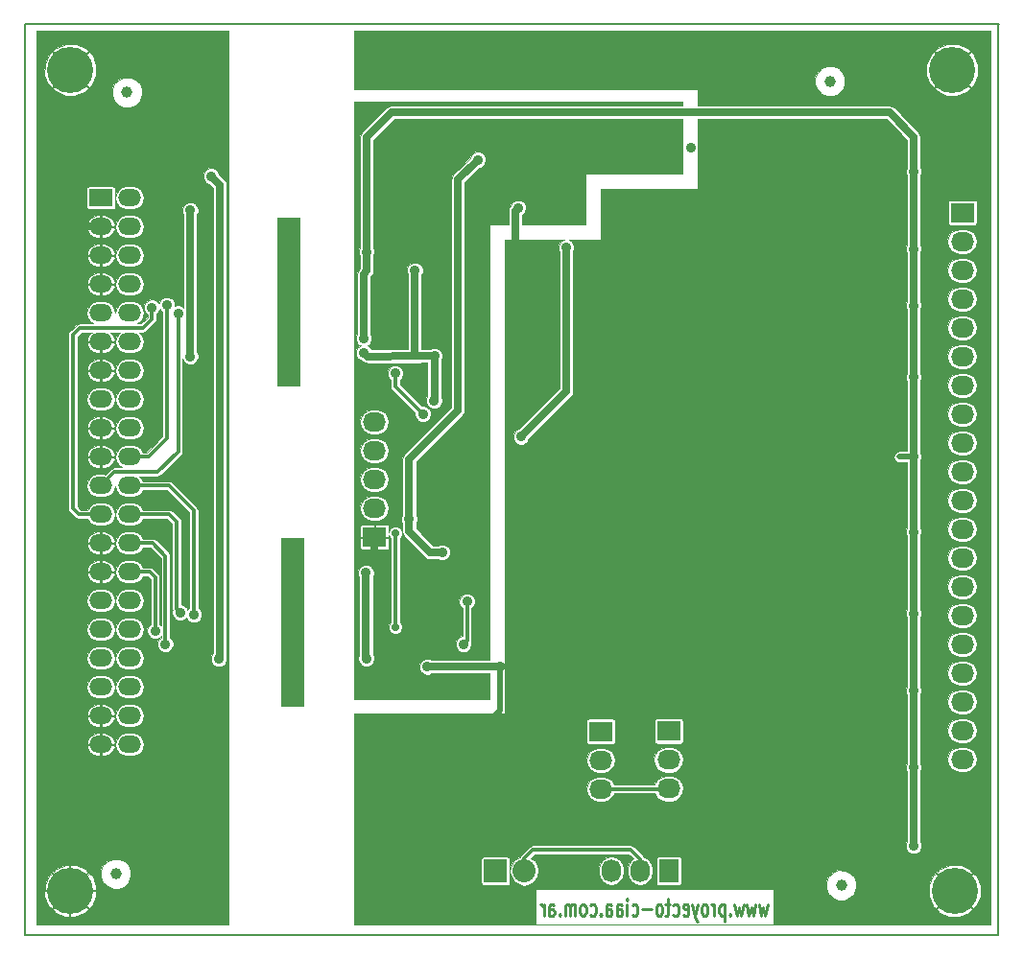
<source format=gbr>
G04 #@! TF.FileFunction,Copper,L2,Bot,Signal*
%FSLAX46Y46*%
G04 Gerber Fmt 4.6, Leading zero omitted, Abs format (unit mm)*
G04 Created by KiCad (PCBNEW 4.0.2-stable) date 21/01/2018 10:23:35*
%MOMM*%
G01*
G04 APERTURE LIST*
%ADD10C,0.100000*%
%ADD11C,0.150000*%
%ADD12C,0.254000*%
%ADD13R,2.000000X15.000000*%
%ADD14R,2.000000X1.524000*%
%ADD15O,2.000000X1.524000*%
%ADD16R,2.032000X1.727200*%
%ADD17O,2.032000X1.727200*%
%ADD18R,1.727200X2.032000*%
%ADD19O,1.727200X2.032000*%
%ADD20C,1.000000*%
%ADD21C,4.064000*%
%ADD22R,2.032000X2.032000*%
%ADD23O,2.032000X2.032000*%
%ADD24C,0.900000*%
%ADD25C,0.700000*%
%ADD26C,0.600000*%
%ADD27C,0.300000*%
%ADD28C,0.700000*%
%ADD29C,0.500000*%
%ADD30C,0.250000*%
%ADD31C,0.200000*%
G04 APERTURE END LIST*
D10*
D11*
X105666666Y-144500000D02*
G75*
G03X105666666Y-144500000I-1666666J0D01*
G01*
X101500000Y-144500000D02*
X106500000Y-144500000D01*
X104000000Y-142000000D02*
X104000000Y-147000000D01*
X100015000Y-67920000D02*
X185880000Y-67920000D01*
X100015000Y-67920000D02*
X100015000Y-148420000D01*
X185875000Y-148420000D02*
X185875000Y-67920000D01*
X100010000Y-148420000D02*
X185875000Y-148420000D01*
D12*
X165490666Y-145673429D02*
X165297142Y-146689429D01*
X165103619Y-145963714D01*
X164910095Y-146689429D01*
X164716571Y-145673429D01*
X164426285Y-145673429D02*
X164232761Y-146689429D01*
X164039238Y-145963714D01*
X163845714Y-146689429D01*
X163652190Y-145673429D01*
X163361904Y-145673429D02*
X163168380Y-146689429D01*
X162974857Y-145963714D01*
X162781333Y-146689429D01*
X162587809Y-145673429D01*
X162200761Y-146544286D02*
X162152380Y-146616857D01*
X162200761Y-146689429D01*
X162249142Y-146616857D01*
X162200761Y-146544286D01*
X162200761Y-146689429D01*
X161716951Y-145673429D02*
X161716951Y-147197429D01*
X161716951Y-145746000D02*
X161620189Y-145673429D01*
X161426666Y-145673429D01*
X161329904Y-145746000D01*
X161281523Y-145818571D01*
X161233142Y-145963714D01*
X161233142Y-146399143D01*
X161281523Y-146544286D01*
X161329904Y-146616857D01*
X161426666Y-146689429D01*
X161620189Y-146689429D01*
X161716951Y-146616857D01*
X160797713Y-146689429D02*
X160797713Y-145673429D01*
X160797713Y-145963714D02*
X160749332Y-145818571D01*
X160700951Y-145746000D01*
X160604189Y-145673429D01*
X160507428Y-145673429D01*
X160023618Y-146689429D02*
X160120380Y-146616857D01*
X160168761Y-146544286D01*
X160217142Y-146399143D01*
X160217142Y-145963714D01*
X160168761Y-145818571D01*
X160120380Y-145746000D01*
X160023618Y-145673429D01*
X159878476Y-145673429D01*
X159781714Y-145746000D01*
X159733333Y-145818571D01*
X159684952Y-145963714D01*
X159684952Y-146399143D01*
X159733333Y-146544286D01*
X159781714Y-146616857D01*
X159878476Y-146689429D01*
X160023618Y-146689429D01*
X159346285Y-145673429D02*
X159104380Y-146689429D01*
X158862476Y-145673429D02*
X159104380Y-146689429D01*
X159201142Y-147052286D01*
X159249523Y-147124857D01*
X159346285Y-147197429D01*
X158088381Y-146616857D02*
X158185143Y-146689429D01*
X158378666Y-146689429D01*
X158475428Y-146616857D01*
X158523809Y-146471714D01*
X158523809Y-145891143D01*
X158475428Y-145746000D01*
X158378666Y-145673429D01*
X158185143Y-145673429D01*
X158088381Y-145746000D01*
X158040000Y-145891143D01*
X158040000Y-146036286D01*
X158523809Y-146181429D01*
X157169143Y-146616857D02*
X157265905Y-146689429D01*
X157459428Y-146689429D01*
X157556190Y-146616857D01*
X157604571Y-146544286D01*
X157652952Y-146399143D01*
X157652952Y-145963714D01*
X157604571Y-145818571D01*
X157556190Y-145746000D01*
X157459428Y-145673429D01*
X157265905Y-145673429D01*
X157169143Y-145746000D01*
X156878857Y-145673429D02*
X156491809Y-145673429D01*
X156733714Y-145165429D02*
X156733714Y-146471714D01*
X156685333Y-146616857D01*
X156588571Y-146689429D01*
X156491809Y-146689429D01*
X156008000Y-146689429D02*
X156104762Y-146616857D01*
X156153143Y-146544286D01*
X156201524Y-146399143D01*
X156201524Y-145963714D01*
X156153143Y-145818571D01*
X156104762Y-145746000D01*
X156008000Y-145673429D01*
X155862858Y-145673429D01*
X155766096Y-145746000D01*
X155717715Y-145818571D01*
X155669334Y-145963714D01*
X155669334Y-146399143D01*
X155717715Y-146544286D01*
X155766096Y-146616857D01*
X155862858Y-146689429D01*
X156008000Y-146689429D01*
X155233905Y-146108857D02*
X154459810Y-146108857D01*
X153540572Y-146616857D02*
X153637334Y-146689429D01*
X153830857Y-146689429D01*
X153927619Y-146616857D01*
X153976000Y-146544286D01*
X154024381Y-146399143D01*
X154024381Y-145963714D01*
X153976000Y-145818571D01*
X153927619Y-145746000D01*
X153830857Y-145673429D01*
X153637334Y-145673429D01*
X153540572Y-145746000D01*
X153105143Y-146689429D02*
X153105143Y-145673429D01*
X153105143Y-145165429D02*
X153153524Y-145238000D01*
X153105143Y-145310571D01*
X153056762Y-145238000D01*
X153105143Y-145165429D01*
X153105143Y-145310571D01*
X152185905Y-146689429D02*
X152185905Y-145891143D01*
X152234286Y-145746000D01*
X152331048Y-145673429D01*
X152524571Y-145673429D01*
X152621333Y-145746000D01*
X152185905Y-146616857D02*
X152282667Y-146689429D01*
X152524571Y-146689429D01*
X152621333Y-146616857D01*
X152669714Y-146471714D01*
X152669714Y-146326571D01*
X152621333Y-146181429D01*
X152524571Y-146108857D01*
X152282667Y-146108857D01*
X152185905Y-146036286D01*
X151266667Y-146689429D02*
X151266667Y-145891143D01*
X151315048Y-145746000D01*
X151411810Y-145673429D01*
X151605333Y-145673429D01*
X151702095Y-145746000D01*
X151266667Y-146616857D02*
X151363429Y-146689429D01*
X151605333Y-146689429D01*
X151702095Y-146616857D01*
X151750476Y-146471714D01*
X151750476Y-146326571D01*
X151702095Y-146181429D01*
X151605333Y-146108857D01*
X151363429Y-146108857D01*
X151266667Y-146036286D01*
X150782857Y-146544286D02*
X150734476Y-146616857D01*
X150782857Y-146689429D01*
X150831238Y-146616857D01*
X150782857Y-146544286D01*
X150782857Y-146689429D01*
X149863619Y-146616857D02*
X149960381Y-146689429D01*
X150153904Y-146689429D01*
X150250666Y-146616857D01*
X150299047Y-146544286D01*
X150347428Y-146399143D01*
X150347428Y-145963714D01*
X150299047Y-145818571D01*
X150250666Y-145746000D01*
X150153904Y-145673429D01*
X149960381Y-145673429D01*
X149863619Y-145746000D01*
X149283047Y-146689429D02*
X149379809Y-146616857D01*
X149428190Y-146544286D01*
X149476571Y-146399143D01*
X149476571Y-145963714D01*
X149428190Y-145818571D01*
X149379809Y-145746000D01*
X149283047Y-145673429D01*
X149137905Y-145673429D01*
X149041143Y-145746000D01*
X148992762Y-145818571D01*
X148944381Y-145963714D01*
X148944381Y-146399143D01*
X148992762Y-146544286D01*
X149041143Y-146616857D01*
X149137905Y-146689429D01*
X149283047Y-146689429D01*
X148508952Y-146689429D02*
X148508952Y-145673429D01*
X148508952Y-145818571D02*
X148460571Y-145746000D01*
X148363809Y-145673429D01*
X148218667Y-145673429D01*
X148121905Y-145746000D01*
X148073524Y-145891143D01*
X148073524Y-146689429D01*
X148073524Y-145891143D02*
X148025143Y-145746000D01*
X147928381Y-145673429D01*
X147783238Y-145673429D01*
X147686476Y-145746000D01*
X147638095Y-145891143D01*
X147638095Y-146689429D01*
X147154285Y-146544286D02*
X147105904Y-146616857D01*
X147154285Y-146689429D01*
X147202666Y-146616857D01*
X147154285Y-146544286D01*
X147154285Y-146689429D01*
X146235047Y-146689429D02*
X146235047Y-145891143D01*
X146283428Y-145746000D01*
X146380190Y-145673429D01*
X146573713Y-145673429D01*
X146670475Y-145746000D01*
X146235047Y-146616857D02*
X146331809Y-146689429D01*
X146573713Y-146689429D01*
X146670475Y-146616857D01*
X146718856Y-146471714D01*
X146718856Y-146326571D01*
X146670475Y-146181429D01*
X146573713Y-146108857D01*
X146331809Y-146108857D01*
X146235047Y-146036286D01*
X145751237Y-146689429D02*
X145751237Y-145673429D01*
X145751237Y-145963714D02*
X145702856Y-145818571D01*
X145654475Y-145746000D01*
X145557713Y-145673429D01*
X145460952Y-145673429D01*
D13*
X123580000Y-120820000D03*
X123280000Y-92520000D03*
D14*
X106680000Y-83320000D03*
D15*
X109220000Y-83320000D03*
X106680000Y-85860000D03*
X109220000Y-85860000D03*
X106680000Y-88400000D03*
X109220000Y-88400000D03*
X106680000Y-90940000D03*
X109220000Y-90940000D03*
X106680000Y-93480000D03*
X109220000Y-93480000D03*
X106680000Y-96020000D03*
X109220000Y-96020000D03*
X106680000Y-98560000D03*
X109220000Y-98560000D03*
X106680000Y-101100000D03*
X109220000Y-101100000D03*
X106680000Y-103640000D03*
X109220000Y-103640000D03*
X106680000Y-106180000D03*
X109220000Y-106180000D03*
X106680000Y-108720000D03*
X109220000Y-108720000D03*
X106680000Y-111260000D03*
X109220000Y-111260000D03*
X106680000Y-113800000D03*
X109220000Y-113800000D03*
X106680000Y-116340000D03*
X109220000Y-116340000D03*
X106680000Y-118880000D03*
X109220000Y-118880000D03*
X106680000Y-121420000D03*
X109220000Y-121420000D03*
X106680000Y-123960000D03*
X109220000Y-123960000D03*
X106680000Y-126500000D03*
X109220000Y-126500000D03*
X106680000Y-129040000D03*
X109220000Y-129040000D03*
X106680000Y-131580000D03*
X109220000Y-131580000D03*
D16*
X156770000Y-130400000D03*
D17*
X156770000Y-132940000D03*
X156770000Y-135480000D03*
D18*
X156780000Y-142720000D03*
D19*
X154240000Y-142720000D03*
X151700000Y-142720000D03*
D16*
X150780000Y-130420000D03*
D17*
X150780000Y-132960000D03*
X150780000Y-135500000D03*
D16*
X182680000Y-84620000D03*
D17*
X182680000Y-87160000D03*
X182680000Y-89700000D03*
X182680000Y-92240000D03*
X182680000Y-94780000D03*
X182680000Y-97320000D03*
X182680000Y-99860000D03*
X182680000Y-102400000D03*
X182680000Y-104940000D03*
X182680000Y-107480000D03*
X182680000Y-110020000D03*
X182680000Y-112560000D03*
X182680000Y-115100000D03*
X182680000Y-117640000D03*
X182680000Y-120180000D03*
X182680000Y-122720000D03*
X182680000Y-125260000D03*
X182680000Y-127800000D03*
X182680000Y-130340000D03*
X182680000Y-132880000D03*
D20*
X109000000Y-74000000D03*
D21*
X181800000Y-72000000D03*
X182000000Y-144500000D03*
X104000000Y-72000000D03*
X104000000Y-144500000D03*
D20*
X171000000Y-73000000D03*
X108000000Y-143000000D03*
X172000000Y-144000000D03*
D16*
X130820000Y-113270000D03*
D17*
X130820000Y-110730000D03*
X130820000Y-108190000D03*
X130820000Y-105650000D03*
X130820000Y-103110000D03*
D22*
X141510000Y-142750000D03*
D23*
X144050000Y-142750000D03*
D24*
X156500000Y-110500000D03*
X161000000Y-112000000D03*
X158000000Y-112000000D03*
X159880000Y-92420000D03*
X158380000Y-90920000D03*
X161380000Y-90920000D03*
X159880000Y-89420000D03*
X151380000Y-95420000D03*
X151380000Y-93420000D03*
X152880000Y-96920000D03*
X143250000Y-89720000D03*
X143500000Y-84200000D03*
X136100000Y-97290000D03*
X129900000Y-97000000D03*
X134380000Y-89720000D03*
X178250000Y-144500000D03*
X173900000Y-146000000D03*
X170100000Y-146000000D03*
X167400000Y-146000000D03*
X142800000Y-146000000D03*
X140000000Y-145400000D03*
X134900000Y-143400000D03*
X136880000Y-141420000D03*
X134880000Y-139420000D03*
X130880000Y-139420000D03*
X132880000Y-137420000D03*
X136880000Y-137420000D03*
X134880000Y-135420000D03*
X130880000Y-135420000D03*
X132880000Y-141420000D03*
X130880000Y-143420000D03*
X132900000Y-145400000D03*
X136900000Y-145400000D03*
X176700000Y-146000000D03*
X175250000Y-144500000D03*
X160900000Y-103700000D03*
X159500000Y-110500000D03*
X159500000Y-105000000D03*
X161000000Y-109000000D03*
X158000000Y-109000000D03*
X160900000Y-96200000D03*
X160900000Y-98500000D03*
X151380000Y-98420000D03*
X149880000Y-96920000D03*
X148880000Y-116400000D03*
X159500000Y-116000000D03*
X153000000Y-119500000D03*
X150380000Y-120420000D03*
X155000000Y-119500000D03*
X161500000Y-116000000D03*
X161380000Y-122920000D03*
X167680000Y-116960000D03*
X148880000Y-118920000D03*
X147380000Y-120420000D03*
X148880000Y-121920000D03*
X149180000Y-113570000D03*
X159880000Y-124420000D03*
X159880000Y-122920000D03*
X161380000Y-124420000D03*
X161380000Y-125920000D03*
X146880000Y-124920000D03*
X149880000Y-124920000D03*
D25*
X143050000Y-100350000D03*
D24*
X136080000Y-101220000D03*
X141880000Y-124720000D03*
X135480000Y-124720000D03*
X173480000Y-76870000D03*
X173480000Y-90170000D03*
X173480000Y-116940000D03*
X173490000Y-123710000D03*
X173480000Y-130660000D03*
X173480000Y-137900000D03*
X173480000Y-102910000D03*
X173480000Y-85320000D03*
X173480000Y-111420000D03*
X173480000Y-97620000D03*
X158730000Y-78890000D03*
X161500000Y-73000000D03*
X161000000Y-85000000D03*
X156380000Y-86420000D03*
X153010000Y-86420000D03*
X158000000Y-85000000D03*
X159500000Y-83500000D03*
X169000000Y-73000000D03*
X179500000Y-75000000D03*
X175500000Y-71000000D03*
X171000000Y-71000000D03*
X173500000Y-73000000D03*
X177500000Y-73000000D03*
X181500000Y-77000000D03*
X167000000Y-71000000D03*
X165000000Y-73000000D03*
X158500000Y-73000000D03*
X152500000Y-73000000D03*
X149500000Y-73000000D03*
X155500000Y-73000000D03*
X183500000Y-75000000D03*
X179500000Y-79000000D03*
X183500000Y-79000000D03*
X181500000Y-81000000D03*
X146500000Y-73000000D03*
X143500000Y-73000000D03*
X140500000Y-73000000D03*
X134500000Y-73000000D03*
X137500000Y-73000000D03*
X131500000Y-73000000D03*
X132650000Y-98800000D03*
X135100000Y-102400000D03*
D25*
X132680000Y-121220000D03*
X132680000Y-112950000D03*
D24*
X114580000Y-97320000D03*
X114580000Y-84420000D03*
X116000000Y-125300000D03*
X114000000Y-135000000D03*
X110000000Y-135000000D03*
X106000000Y-135000000D03*
X104000000Y-137000000D03*
X108000000Y-137000000D03*
X112000000Y-137000000D03*
X116000000Y-137000000D03*
X106000000Y-139000000D03*
X110000000Y-139000000D03*
X114000000Y-139000000D03*
X104000000Y-141000000D03*
X116000000Y-141000000D03*
X112000000Y-141000000D03*
X108000000Y-141000000D03*
X110000000Y-143000000D03*
X114000000Y-143000000D03*
X116000000Y-145000000D03*
X112000000Y-145000000D03*
X108000000Y-145000000D03*
X107000000Y-70000000D03*
X107000000Y-74000000D03*
X115000000Y-70000000D03*
X115000000Y-78000000D03*
X111000000Y-78000000D03*
X107000000Y-78000000D03*
X103000000Y-78000000D03*
X105000000Y-76000000D03*
X109000000Y-76000000D03*
X113000000Y-76000000D03*
X115000000Y-74000000D03*
X111000000Y-74000000D03*
X113000000Y-72000000D03*
X111000000Y-70000000D03*
X109000000Y-72000000D03*
X115980000Y-96970000D03*
X136450000Y-85800000D03*
X134250000Y-85800000D03*
X132100000Y-85700000D03*
X132100000Y-83700000D03*
X134300000Y-83700000D03*
X136400000Y-83700000D03*
X139900000Y-84400000D03*
X139750000Y-107000000D03*
X137350000Y-107000000D03*
X136000000Y-121000000D03*
X134500000Y-121000000D03*
X134500000Y-119500000D03*
X137500000Y-121000000D03*
X135400000Y-126500000D03*
X130450000Y-125260000D03*
X131550000Y-117640000D03*
X139950000Y-79950000D03*
X136780000Y-114620000D03*
X133890000Y-111660000D03*
X130105000Y-123995000D03*
X130080000Y-116420000D03*
X143750000Y-104400000D03*
X147750000Y-87720000D03*
X178390000Y-106170000D03*
X178380000Y-112820000D03*
X178380000Y-120020000D03*
X178380000Y-126820000D03*
X178380000Y-133620000D03*
X178380000Y-140520000D03*
X178380000Y-99120000D03*
X178380000Y-81000000D03*
X178380000Y-87820000D03*
X178380000Y-92820000D03*
X130145000Y-88075000D03*
X129880000Y-95720000D03*
X138680000Y-122720000D03*
X138990000Y-118950000D03*
D26*
X117200000Y-114600000D03*
D24*
X117100000Y-124000000D03*
X116400000Y-81400000D03*
X111200000Y-93000000D03*
X112500000Y-92780000D03*
X113500000Y-93500000D03*
X113680000Y-119920000D03*
X114880000Y-120120000D03*
X111480000Y-121520000D03*
X112380000Y-122720000D03*
D27*
X150780000Y-135500000D02*
X156750000Y-135500000D01*
X156750000Y-135500000D02*
X156770000Y-135480000D01*
D28*
X156500000Y-110500000D02*
X158000000Y-112000000D01*
D29*
X158000000Y-112000000D02*
X159500000Y-112000000D01*
X159500000Y-112000000D02*
X161000000Y-112000000D01*
D28*
X159880000Y-92420000D02*
X158380000Y-90920000D01*
D29*
X159880000Y-90920000D02*
X161380000Y-90920000D01*
X158380000Y-90920000D02*
X159880000Y-90920000D01*
X161380000Y-90920000D02*
X159880000Y-89420000D01*
D28*
X152880000Y-96920000D02*
X151380000Y-95420000D01*
D29*
X151380000Y-95420000D02*
X151380000Y-93420000D01*
D28*
X134380000Y-89720000D02*
X134380000Y-97292915D01*
X134379949Y-97292966D02*
X134350000Y-97292966D01*
X134380000Y-97292915D02*
X134379949Y-97292966D01*
X143250000Y-84450000D02*
X143500000Y-84200000D01*
X143250000Y-84450000D02*
X143250000Y-89720000D01*
X136080000Y-101220000D02*
X136100000Y-101200000D01*
X136100000Y-101200000D02*
X136100000Y-97290000D01*
X134350000Y-97292966D02*
X136100000Y-97290000D01*
X130200000Y-97300000D02*
X134350000Y-97292966D01*
X129900000Y-97000000D02*
X130200000Y-97300000D01*
D29*
X175250000Y-144500000D02*
X178250000Y-144500000D01*
X176750000Y-146000000D02*
X178250000Y-144500000D01*
X136900000Y-145400000D02*
X134900000Y-143400000D01*
X130880000Y-143420000D02*
X130920000Y-143420000D01*
X130880000Y-132520000D02*
X132800000Y-130600000D01*
X132800000Y-130600000D02*
X139900000Y-130600000D01*
X139900000Y-130600000D02*
X141880000Y-128620000D01*
X141880000Y-128620000D02*
X141880000Y-124720000D01*
X130880000Y-143420000D02*
X130880000Y-141420000D01*
X132880000Y-141420000D02*
X134880000Y-141420000D01*
X136880000Y-139420000D02*
X134880000Y-139420000D01*
X132880000Y-139420000D02*
X130880000Y-139420000D01*
X130880000Y-137420000D02*
X132880000Y-137420000D01*
X134880000Y-137420000D02*
X136880000Y-137420000D01*
X136880000Y-135420000D02*
X134880000Y-135420000D01*
X132880000Y-135420000D02*
X130880000Y-135420000D01*
X134880000Y-135420000D02*
X132880000Y-135420000D01*
X136880000Y-137420000D02*
X136880000Y-135420000D01*
X132880000Y-137420000D02*
X134880000Y-137420000D01*
X130880000Y-139420000D02*
X130880000Y-137420000D01*
X134880000Y-139420000D02*
X132880000Y-139420000D01*
X136880000Y-139420000D02*
X136880000Y-141420000D01*
X134880000Y-141420000D02*
X136880000Y-141420000D01*
X130880000Y-141420000D02*
X132880000Y-141420000D01*
X130880000Y-135420000D02*
X130880000Y-132520000D01*
X130920000Y-143420000D02*
X132900000Y-145400000D01*
X134900000Y-143400000D02*
X132900000Y-145400000D01*
X176700000Y-146000000D02*
X176750000Y-146000000D01*
X152880000Y-96920000D02*
X154120000Y-96920000D01*
X158000000Y-110500000D02*
X156500000Y-110500000D01*
X158000000Y-109000000D02*
X159500000Y-109000000D01*
X159500000Y-105000000D02*
X159500000Y-107500000D01*
X160900000Y-105000000D02*
X160900000Y-103700000D01*
X159500000Y-105000000D02*
X160900000Y-105000000D01*
X159500000Y-107500000D02*
X161000000Y-109000000D01*
X159500000Y-109000000D02*
X161000000Y-109000000D01*
X156500000Y-110500000D02*
X158000000Y-109000000D01*
X159500000Y-110500000D02*
X158000000Y-110500000D01*
X172690000Y-103700000D02*
X173480000Y-102910000D01*
X160900000Y-103700000D02*
X172690000Y-103700000D01*
X160900000Y-98500000D02*
X160900000Y-103700000D01*
X160900000Y-96200000D02*
X160900000Y-98500000D01*
X155620000Y-98420000D02*
X160900000Y-103700000D01*
X154120000Y-96920000D02*
X155620000Y-98420000D01*
X151380000Y-98420000D02*
X152880000Y-96920000D01*
X151380000Y-96920000D02*
X152880000Y-96920000D01*
X151380000Y-96920000D02*
X149880000Y-96920000D01*
X161500000Y-116000000D02*
X159500000Y-116000000D01*
X156000000Y-119500000D02*
X159500000Y-116000000D01*
X155000000Y-119500000D02*
X153000000Y-119500000D01*
X152080000Y-120420000D02*
X153000000Y-119500000D01*
X152080000Y-120420000D02*
X150380000Y-120420000D01*
X155000000Y-119500000D02*
X156000000Y-119500000D01*
X172730000Y-89420000D02*
X173480000Y-90170000D01*
X161380000Y-122920000D02*
X161720000Y-122920000D01*
X161720000Y-122920000D02*
X167680000Y-116960000D01*
X148880000Y-117420000D02*
X148880000Y-116400000D01*
X148880000Y-116400000D02*
X148880000Y-113870000D01*
X150380000Y-118920000D02*
X150380000Y-120420000D01*
X148880000Y-120420000D02*
X148880000Y-118920000D01*
X147380000Y-118920000D02*
X147380000Y-120420000D01*
X147380000Y-121920000D02*
X148880000Y-121920000D01*
X150380000Y-121920000D02*
X148880000Y-121920000D01*
X147380000Y-120420000D02*
X147380000Y-121920000D01*
X148880000Y-118920000D02*
X147380000Y-118920000D01*
X150380000Y-120420000D02*
X148880000Y-120420000D01*
X148880000Y-117420000D02*
X150380000Y-118920000D01*
X148880000Y-113870000D02*
X149180000Y-113570000D01*
X161380000Y-125920000D02*
X159880000Y-124420000D01*
X161380000Y-124420000D02*
X161380000Y-122920000D01*
X158880000Y-121920000D02*
X150380000Y-121920000D01*
X158880000Y-121920000D02*
X159880000Y-122920000D01*
X161380000Y-122920000D02*
X159880000Y-122920000D01*
X159880000Y-124420000D02*
X161380000Y-124420000D01*
X149880000Y-122420000D02*
X150380000Y-121920000D01*
X149880000Y-124920000D02*
X148380000Y-124920000D01*
X146680000Y-124720000D02*
X141880000Y-124720000D01*
X146680000Y-124720000D02*
X146880000Y-124920000D01*
X148380000Y-124920000D02*
X146880000Y-124920000D01*
X149880000Y-124920000D02*
X149880000Y-122420000D01*
D30*
X136080000Y-101220000D02*
X136090000Y-101220000D01*
D28*
X141880000Y-124720000D02*
X135480000Y-124720000D01*
X173480000Y-85320000D02*
X173480000Y-76870000D01*
D29*
X173480000Y-116940000D02*
X173480000Y-117020000D01*
X173490000Y-123710000D02*
X173480000Y-123710000D01*
X173480000Y-123710000D02*
X173490000Y-123710000D01*
X173490000Y-123710000D02*
X173480000Y-123710000D01*
D28*
X173480000Y-122320000D02*
X173480000Y-123710000D01*
X173480000Y-122320000D02*
X173480000Y-117020000D01*
X173480000Y-123710000D02*
X173480000Y-130660000D01*
X173480000Y-130660000D02*
X173480000Y-137900000D01*
X173480000Y-117020000D02*
X173480000Y-111420000D01*
X173480000Y-111420000D02*
X173480000Y-104420000D01*
X173480000Y-104420000D02*
X173480000Y-102910000D01*
X173480000Y-102910000D02*
X173480000Y-97620000D01*
X173480000Y-97620000D02*
X173480000Y-91520000D01*
X173480000Y-91520000D02*
X173480000Y-90520000D01*
X173480000Y-90520000D02*
X173480000Y-90170000D01*
X173480000Y-90170000D02*
X173480000Y-85320000D01*
D29*
X161380000Y-89420000D02*
X172730000Y-89420000D01*
X161380000Y-89420000D02*
X159880000Y-89420000D01*
X159880000Y-89420000D02*
X158380000Y-89420000D01*
X159500000Y-83500000D02*
X161000000Y-85000000D01*
X156580000Y-86420000D02*
X156380000Y-86420000D01*
X156380000Y-86420000D02*
X153010000Y-86420000D01*
X156580000Y-86420000D02*
X158000000Y-85000000D01*
X161000000Y-85000000D02*
X158000000Y-85000000D01*
X156380000Y-87420000D02*
X156380000Y-86420000D01*
X156380000Y-87420000D02*
X158380000Y-89420000D01*
D28*
X161500000Y-73000000D02*
X165000000Y-73000000D01*
D29*
X169000000Y-73000000D02*
X169000000Y-71640000D01*
X181500000Y-77000000D02*
X179500000Y-75000000D01*
X177500000Y-73000000D02*
X175500000Y-71000000D01*
X171000000Y-71000000D02*
X171500000Y-71000000D01*
X171500000Y-71000000D02*
X173500000Y-73000000D01*
X175500000Y-71000000D02*
X173500000Y-73000000D01*
X179500000Y-75000000D02*
X177500000Y-73000000D01*
X169640000Y-71000000D02*
X171000000Y-71000000D01*
X169000000Y-71640000D02*
X169640000Y-71000000D01*
X169000000Y-73000000D02*
X167000000Y-71000000D01*
X167000000Y-71000000D02*
X165000000Y-73000000D01*
D28*
X158500000Y-73000000D02*
X155500000Y-73000000D01*
X161500000Y-73000000D02*
X158500000Y-73000000D01*
X155500000Y-73000000D02*
X152500000Y-73000000D01*
X149500000Y-73000000D02*
X146500000Y-73000000D01*
X152500000Y-73000000D02*
X149500000Y-73000000D01*
D29*
X183500000Y-75000000D02*
X181500000Y-77000000D01*
X181500000Y-81000000D02*
X183500000Y-79000000D01*
X183500000Y-79000000D02*
X181500000Y-77000000D01*
X179500000Y-79000000D02*
X181500000Y-81000000D01*
D28*
X146500000Y-73000000D02*
X143500000Y-73000000D01*
X143500000Y-73000000D02*
X140500000Y-73000000D01*
X140500000Y-73000000D02*
X137500000Y-73000000D01*
X137500000Y-73000000D02*
X134500000Y-73000000D01*
D27*
X135100000Y-102400000D02*
X132650000Y-99950000D01*
X132650000Y-99950000D02*
X132650000Y-98800000D01*
X132680000Y-115620000D02*
X132680000Y-121220000D01*
X132680000Y-112950000D02*
X132680000Y-115620000D01*
X144050000Y-142750000D02*
X144050000Y-141630000D01*
X154240000Y-141670000D02*
X154240000Y-142720000D01*
X153440000Y-140870000D02*
X154240000Y-141670000D01*
X144810000Y-140870000D02*
X153440000Y-140870000D01*
X144050000Y-141630000D02*
X144810000Y-140870000D01*
D28*
X114580000Y-97320000D02*
X114580000Y-84420000D01*
D31*
X116000000Y-125300000D02*
X115980000Y-125300000D01*
X115980000Y-125300000D02*
X116000000Y-125300000D01*
X116000000Y-125300000D02*
X115980000Y-125300000D01*
D29*
X108000000Y-141000000D02*
X109240000Y-141000000D01*
X104000000Y-141000000D02*
X108000000Y-141000000D01*
X114000000Y-139000000D02*
X116000000Y-139000000D01*
X116000000Y-137000000D02*
X114000000Y-137000000D01*
X112000000Y-137000000D02*
X110000000Y-137000000D01*
X108000000Y-137000000D02*
X106000000Y-137000000D01*
X104000000Y-137000000D02*
X104000000Y-135000000D01*
X106000000Y-135000000D02*
X108000000Y-135000000D01*
X110000000Y-135000000D02*
X112000000Y-135000000D01*
X114000000Y-135000000D02*
X116000000Y-135000000D01*
X115980000Y-134980000D02*
X116000000Y-135000000D01*
X115980000Y-127440000D02*
X115980000Y-134980000D01*
X112000000Y-135000000D02*
X114000000Y-135000000D01*
X108000000Y-135000000D02*
X110000000Y-135000000D01*
X104000000Y-135000000D02*
X106000000Y-135000000D01*
X106000000Y-137000000D02*
X104000000Y-137000000D01*
X110000000Y-137000000D02*
X108000000Y-137000000D01*
X114000000Y-137000000D02*
X112000000Y-137000000D01*
X116000000Y-139000000D02*
X116000000Y-137000000D01*
X104000000Y-139000000D02*
X106000000Y-139000000D01*
X108000000Y-139000000D02*
X110000000Y-139000000D01*
X112000000Y-139000000D02*
X114000000Y-139000000D01*
X110000000Y-139000000D02*
X112000000Y-139000000D01*
X106000000Y-139000000D02*
X108000000Y-139000000D01*
X104000000Y-141000000D02*
X104000000Y-139000000D01*
X114000000Y-143000000D02*
X112000000Y-141000000D01*
X112000000Y-141000000D02*
X110000000Y-143000000D01*
X114000000Y-143000000D02*
X116000000Y-141000000D01*
X114000000Y-145000000D02*
X112000000Y-145000000D01*
X110000000Y-145000000D02*
X108000000Y-145000000D01*
X112000000Y-145000000D02*
X110000000Y-145000000D01*
X116000000Y-145000000D02*
X114000000Y-145000000D01*
X116000000Y-141000000D02*
X116000000Y-145000000D01*
X110000000Y-141760000D02*
X110000000Y-143000000D01*
X109240000Y-141000000D02*
X110000000Y-141760000D01*
X107000000Y-70000000D02*
X107000000Y-74000000D01*
X109000000Y-72000000D02*
X107000000Y-70000000D01*
X111000000Y-70000000D02*
X115000000Y-70000000D01*
X113000000Y-72000000D02*
X111000000Y-74000000D01*
X113000000Y-74000000D02*
X111000000Y-74000000D01*
X115000000Y-74000000D02*
X115000000Y-76000000D01*
X113000000Y-76000000D02*
X111000000Y-76000000D01*
X109000000Y-76000000D02*
X107000000Y-76000000D01*
X105000000Y-76000000D02*
X103000000Y-76000000D01*
X103000000Y-78000000D02*
X105000000Y-78000000D01*
X107000000Y-78000000D02*
X109000000Y-78000000D01*
X111000000Y-78000000D02*
X113000000Y-78000000D01*
X113280000Y-79720000D02*
X113280000Y-80520000D01*
X113280000Y-79720000D02*
X115000000Y-78000000D01*
X113000000Y-78000000D02*
X115000000Y-78000000D01*
X109000000Y-78000000D02*
X111000000Y-78000000D01*
X105000000Y-78000000D02*
X107000000Y-78000000D01*
X103000000Y-76000000D02*
X103000000Y-78000000D01*
X107000000Y-76000000D02*
X105000000Y-76000000D01*
X111000000Y-76000000D02*
X109000000Y-76000000D01*
X115000000Y-76000000D02*
X113000000Y-76000000D01*
X113000000Y-74000000D02*
X115000000Y-74000000D01*
X115000000Y-70000000D02*
X113000000Y-72000000D01*
X107000000Y-70000000D02*
X111000000Y-70000000D01*
D28*
X115980000Y-96970000D02*
X115980000Y-96920000D01*
X115980000Y-117620000D02*
X115980000Y-125300000D01*
X115980000Y-125300000D02*
X115980000Y-127440000D01*
X106680000Y-85860000D02*
X105420000Y-85860000D01*
X115980000Y-83220000D02*
X115980000Y-89320000D01*
X113280000Y-80520000D02*
X115980000Y-83220000D01*
X105380000Y-80520000D02*
X113280000Y-80520000D01*
X104180000Y-81720000D02*
X105380000Y-80520000D01*
X104180000Y-84620000D02*
X104180000Y-81720000D01*
X105420000Y-85860000D02*
X104180000Y-84620000D01*
X115980000Y-117620000D02*
X115980000Y-96920000D01*
X115980000Y-96920000D02*
X115980000Y-89320000D01*
D27*
X134250000Y-85800000D02*
X136450000Y-85800000D01*
X132100000Y-83700000D02*
X132100000Y-85700000D01*
X136400000Y-83700000D02*
X134300000Y-83700000D01*
D28*
X139750000Y-107000000D02*
X139750000Y-84550000D01*
X139750000Y-84550000D02*
X139900000Y-84400000D01*
D27*
X139750000Y-107000000D02*
X137350000Y-107000000D01*
D29*
X137500000Y-121000000D02*
X136000000Y-121000000D01*
X134500000Y-119500000D02*
X134500000Y-121000000D01*
X133240000Y-125260000D02*
X134500000Y-124000000D01*
X134500000Y-124000000D02*
X134500000Y-121000000D01*
X133240000Y-125260000D02*
X130450000Y-125260000D01*
X136000000Y-121000000D02*
X134500000Y-119500000D01*
X130450000Y-125260000D02*
X130450000Y-126150000D01*
X130800000Y-126500000D02*
X135400000Y-126500000D01*
X130450000Y-126150000D02*
X130800000Y-126500000D01*
D28*
X131550000Y-124160000D02*
X131550000Y-117640000D01*
X130450000Y-125260000D02*
X131550000Y-124160000D01*
X130820000Y-114880000D02*
X130820000Y-113270000D01*
X131550000Y-117640000D02*
X131550000Y-115610000D01*
X131550000Y-115610000D02*
X130820000Y-114880000D01*
D30*
X130820000Y-113270000D02*
X130830000Y-113270000D01*
D28*
X139950000Y-79950000D02*
X138200000Y-81700000D01*
X133890000Y-111660000D02*
X133890000Y-106360000D01*
X138200000Y-81700000D02*
X138200000Y-83750000D01*
X138200000Y-83750000D02*
X138200000Y-102050000D01*
X138200000Y-102050000D02*
X133890000Y-106360000D01*
X136780000Y-114620000D02*
X135730000Y-114620000D01*
X135730000Y-114620000D02*
X133890000Y-112780000D01*
X133890000Y-112780000D02*
X133890000Y-111660000D01*
X130080000Y-123970000D02*
X130080000Y-116420000D01*
D31*
X130080000Y-123970000D02*
X130105000Y-123995000D01*
D28*
X147750000Y-87720000D02*
X147750000Y-87650000D01*
X147750000Y-87650000D02*
X147750000Y-100400000D01*
X147750000Y-100400000D02*
X143750000Y-104400000D01*
X176230000Y-75770000D02*
X132330000Y-75770000D01*
X130145000Y-88075000D02*
X130145000Y-77955000D01*
X130145000Y-77955000D02*
X132330000Y-75770000D01*
X178380000Y-77920000D02*
X176230000Y-75770000D01*
X178380000Y-77920000D02*
X178380000Y-81000000D01*
D29*
X178390000Y-106170000D02*
X177140000Y-106170000D01*
D27*
X178390000Y-106170000D02*
X178380000Y-106170000D01*
X178380000Y-106170000D02*
X178390000Y-106170000D01*
X178390000Y-106170000D02*
X178380000Y-106170000D01*
D28*
X178380000Y-106170000D02*
X178380000Y-106720000D01*
X178380000Y-106720000D02*
X178380000Y-112820000D01*
X178380000Y-112820000D02*
X178380000Y-120020000D01*
X178380000Y-120020000D02*
X178380000Y-126820000D01*
X178380000Y-126820000D02*
X178380000Y-133620000D01*
X178380000Y-133620000D02*
X178380000Y-140520000D01*
X178380000Y-99120000D02*
X178380000Y-106170000D01*
X178380000Y-92820000D02*
X178380000Y-99120000D01*
X178380000Y-87820000D02*
X178380000Y-81000000D01*
X178380000Y-87820000D02*
X178380000Y-92820000D01*
X130145000Y-88075000D02*
X130145000Y-89755000D01*
X130145000Y-89755000D02*
X129880000Y-90020000D01*
X129880000Y-90020000D02*
X129880000Y-95720000D01*
D27*
X138990000Y-122410000D02*
X138990000Y-118950000D01*
X138990000Y-122410000D02*
X138680000Y-122720000D01*
D31*
X117200000Y-114600000D02*
X117200000Y-114400000D01*
D28*
X117200000Y-123900000D02*
X117100000Y-124000000D01*
X117200000Y-114400000D02*
X117200000Y-123900000D01*
X117200000Y-82200000D02*
X117200000Y-114400000D01*
X116400000Y-81400000D02*
X117200000Y-82200000D01*
D27*
X104760000Y-111260000D02*
X106680000Y-111260000D01*
X104200000Y-110700000D02*
X104760000Y-111260000D01*
X104200000Y-95400000D02*
X104200000Y-110700000D01*
X104800000Y-94800000D02*
X104200000Y-95400000D01*
X110400000Y-94800000D02*
X104800000Y-94800000D01*
X111200000Y-94000000D02*
X110400000Y-94800000D01*
X111200000Y-93000000D02*
X111200000Y-94000000D01*
X110880000Y-106180000D02*
X109220000Y-106180000D01*
X112510000Y-104550000D02*
X110880000Y-106180000D01*
X112510000Y-92790000D02*
X112510000Y-104550000D01*
X112500000Y-92780000D02*
X112510000Y-92790000D01*
X113500000Y-93500000D02*
X113500000Y-105700000D01*
X113500000Y-105700000D02*
X111700000Y-107500000D01*
X106680000Y-108720000D02*
X107900000Y-107500000D01*
X107900000Y-107500000D02*
X111700000Y-107500000D01*
X112720000Y-111260000D02*
X109220000Y-111260000D01*
X113380000Y-111920000D02*
X112720000Y-111260000D01*
X113380000Y-119620000D02*
X113380000Y-111920000D01*
X113680000Y-119920000D02*
X113380000Y-119620000D01*
X109220000Y-108720000D02*
X112680000Y-108720000D01*
X114880000Y-110920000D02*
X114880000Y-120120000D01*
X112680000Y-108720000D02*
X114880000Y-110920000D01*
X109220000Y-116340000D02*
X111000000Y-116340000D01*
X111480000Y-116820000D02*
X111480000Y-121520000D01*
X111000000Y-116340000D02*
X111480000Y-116820000D01*
X109220000Y-113800000D02*
X111260000Y-113800000D01*
X112380000Y-114920000D02*
X112380000Y-122720000D01*
X111260000Y-113800000D02*
X112380000Y-114920000D01*
D10*
G36*
X117920000Y-147450000D02*
X101020000Y-147450000D01*
X101020000Y-146136001D01*
X102434710Y-146136001D01*
X102673163Y-146411300D01*
X103505585Y-146773570D01*
X104413278Y-146789709D01*
X105258053Y-146457260D01*
X105326837Y-146411300D01*
X105565290Y-146136001D01*
X104000000Y-144570711D01*
X102434710Y-146136001D01*
X101020000Y-146136001D01*
X101020000Y-144913278D01*
X101710291Y-144913278D01*
X102042740Y-145758053D01*
X102088700Y-145826837D01*
X102363999Y-146065290D01*
X103929289Y-144500000D01*
X104070711Y-144500000D01*
X105636001Y-146065290D01*
X105911300Y-145826837D01*
X106273570Y-144994415D01*
X106289709Y-144086722D01*
X105964921Y-143261412D01*
X106679772Y-143261412D01*
X106880306Y-143746743D01*
X107251304Y-144118389D01*
X107736284Y-144319770D01*
X108261412Y-144320228D01*
X108746743Y-144119694D01*
X109118389Y-143748696D01*
X109319770Y-143263716D01*
X109320228Y-142738588D01*
X109119694Y-142253257D01*
X108748696Y-141881611D01*
X108263716Y-141680230D01*
X107738588Y-141679772D01*
X107253257Y-141880306D01*
X106881611Y-142251304D01*
X106680230Y-142736284D01*
X106679772Y-143261412D01*
X105964921Y-143261412D01*
X105957260Y-143241947D01*
X105911300Y-143173163D01*
X105636001Y-142934710D01*
X104070711Y-144500000D01*
X103929289Y-144500000D01*
X102363999Y-142934710D01*
X102088700Y-143173163D01*
X101726430Y-144005585D01*
X101710291Y-144913278D01*
X101020000Y-144913278D01*
X101020000Y-142863999D01*
X102434710Y-142863999D01*
X104000000Y-144429289D01*
X105565290Y-142863999D01*
X105326837Y-142588700D01*
X104494415Y-142226430D01*
X103586722Y-142210291D01*
X102741947Y-142542740D01*
X102673163Y-142588700D01*
X102434710Y-142863999D01*
X101020000Y-142863999D01*
X101020000Y-131787503D01*
X105451502Y-131787503D01*
X105487899Y-131921082D01*
X105691052Y-132260237D01*
X106008530Y-132495832D01*
X106392000Y-132592000D01*
X106630000Y-132592000D01*
X106630000Y-131630000D01*
X106730000Y-131630000D01*
X106730000Y-132592000D01*
X106968000Y-132592000D01*
X107351470Y-132495832D01*
X107668948Y-132260237D01*
X107872101Y-131921082D01*
X107908498Y-131787503D01*
X107866183Y-131630000D01*
X106730000Y-131630000D01*
X106630000Y-131630000D01*
X105493817Y-131630000D01*
X105451502Y-131787503D01*
X101020000Y-131787503D01*
X101020000Y-131580000D01*
X107945511Y-131580000D01*
X108022545Y-131967276D01*
X108241919Y-132295592D01*
X108570235Y-132514966D01*
X108957511Y-132592000D01*
X109482489Y-132592000D01*
X109869765Y-132514966D01*
X110198081Y-132295592D01*
X110417455Y-131967276D01*
X110494489Y-131580000D01*
X110417455Y-131192724D01*
X110198081Y-130864408D01*
X109869765Y-130645034D01*
X109482489Y-130568000D01*
X108957511Y-130568000D01*
X108570235Y-130645034D01*
X108241919Y-130864408D01*
X108022545Y-131192724D01*
X107945511Y-131580000D01*
X101020000Y-131580000D01*
X101020000Y-131372497D01*
X105451502Y-131372497D01*
X105493817Y-131530000D01*
X106630000Y-131530000D01*
X106630000Y-130568000D01*
X106730000Y-130568000D01*
X106730000Y-131530000D01*
X107866183Y-131530000D01*
X107908498Y-131372497D01*
X107872101Y-131238918D01*
X107668948Y-130899763D01*
X107351470Y-130664168D01*
X106968000Y-130568000D01*
X106730000Y-130568000D01*
X106630000Y-130568000D01*
X106392000Y-130568000D01*
X106008530Y-130664168D01*
X105691052Y-130899763D01*
X105487899Y-131238918D01*
X105451502Y-131372497D01*
X101020000Y-131372497D01*
X101020000Y-129247503D01*
X105451502Y-129247503D01*
X105487899Y-129381082D01*
X105691052Y-129720237D01*
X106008530Y-129955832D01*
X106392000Y-130052000D01*
X106630000Y-130052000D01*
X106630000Y-129090000D01*
X106730000Y-129090000D01*
X106730000Y-130052000D01*
X106968000Y-130052000D01*
X107351470Y-129955832D01*
X107668948Y-129720237D01*
X107872101Y-129381082D01*
X107908498Y-129247503D01*
X107866183Y-129090000D01*
X106730000Y-129090000D01*
X106630000Y-129090000D01*
X105493817Y-129090000D01*
X105451502Y-129247503D01*
X101020000Y-129247503D01*
X101020000Y-129040000D01*
X107945511Y-129040000D01*
X108022545Y-129427276D01*
X108241919Y-129755592D01*
X108570235Y-129974966D01*
X108957511Y-130052000D01*
X109482489Y-130052000D01*
X109869765Y-129974966D01*
X110198081Y-129755592D01*
X110417455Y-129427276D01*
X110494489Y-129040000D01*
X110417455Y-128652724D01*
X110198081Y-128324408D01*
X109869765Y-128105034D01*
X109482489Y-128028000D01*
X108957511Y-128028000D01*
X108570235Y-128105034D01*
X108241919Y-128324408D01*
X108022545Y-128652724D01*
X107945511Y-129040000D01*
X101020000Y-129040000D01*
X101020000Y-128832497D01*
X105451502Y-128832497D01*
X105493817Y-128990000D01*
X106630000Y-128990000D01*
X106630000Y-128028000D01*
X106730000Y-128028000D01*
X106730000Y-128990000D01*
X107866183Y-128990000D01*
X107908498Y-128832497D01*
X107872101Y-128698918D01*
X107668948Y-128359763D01*
X107351470Y-128124168D01*
X106968000Y-128028000D01*
X106730000Y-128028000D01*
X106630000Y-128028000D01*
X106392000Y-128028000D01*
X106008530Y-128124168D01*
X105691052Y-128359763D01*
X105487899Y-128698918D01*
X105451502Y-128832497D01*
X101020000Y-128832497D01*
X101020000Y-126500000D01*
X105405511Y-126500000D01*
X105482545Y-126887276D01*
X105701919Y-127215592D01*
X106030235Y-127434966D01*
X106417511Y-127512000D01*
X106942489Y-127512000D01*
X107329765Y-127434966D01*
X107658081Y-127215592D01*
X107877455Y-126887276D01*
X107950000Y-126522568D01*
X108022545Y-126887276D01*
X108241919Y-127215592D01*
X108570235Y-127434966D01*
X108957511Y-127512000D01*
X109482489Y-127512000D01*
X109869765Y-127434966D01*
X110198081Y-127215592D01*
X110417455Y-126887276D01*
X110494489Y-126500000D01*
X110417455Y-126112724D01*
X110198081Y-125784408D01*
X109869765Y-125565034D01*
X109482489Y-125488000D01*
X108957511Y-125488000D01*
X108570235Y-125565034D01*
X108241919Y-125784408D01*
X108022545Y-126112724D01*
X107950000Y-126477432D01*
X107877455Y-126112724D01*
X107658081Y-125784408D01*
X107329765Y-125565034D01*
X106942489Y-125488000D01*
X106417511Y-125488000D01*
X106030235Y-125565034D01*
X105701919Y-125784408D01*
X105482545Y-126112724D01*
X105405511Y-126500000D01*
X101020000Y-126500000D01*
X101020000Y-123960000D01*
X105405511Y-123960000D01*
X105482545Y-124347276D01*
X105701919Y-124675592D01*
X106030235Y-124894966D01*
X106417511Y-124972000D01*
X106942489Y-124972000D01*
X107329765Y-124894966D01*
X107658081Y-124675592D01*
X107877455Y-124347276D01*
X107950000Y-123982568D01*
X108022545Y-124347276D01*
X108241919Y-124675592D01*
X108570235Y-124894966D01*
X108957511Y-124972000D01*
X109482489Y-124972000D01*
X109869765Y-124894966D01*
X110198081Y-124675592D01*
X110417455Y-124347276D01*
X110494489Y-123960000D01*
X110417455Y-123572724D01*
X110198081Y-123244408D01*
X109869765Y-123025034D01*
X109482489Y-122948000D01*
X108957511Y-122948000D01*
X108570235Y-123025034D01*
X108241919Y-123244408D01*
X108022545Y-123572724D01*
X107950000Y-123937432D01*
X107877455Y-123572724D01*
X107658081Y-123244408D01*
X107329765Y-123025034D01*
X106942489Y-122948000D01*
X106417511Y-122948000D01*
X106030235Y-123025034D01*
X105701919Y-123244408D01*
X105482545Y-123572724D01*
X105405511Y-123960000D01*
X101020000Y-123960000D01*
X101020000Y-121420000D01*
X105405511Y-121420000D01*
X105482545Y-121807276D01*
X105701919Y-122135592D01*
X106030235Y-122354966D01*
X106417511Y-122432000D01*
X106942489Y-122432000D01*
X107329765Y-122354966D01*
X107658081Y-122135592D01*
X107877455Y-121807276D01*
X107950000Y-121442568D01*
X108022545Y-121807276D01*
X108241919Y-122135592D01*
X108570235Y-122354966D01*
X108957511Y-122432000D01*
X109482489Y-122432000D01*
X109869765Y-122354966D01*
X110198081Y-122135592D01*
X110417455Y-121807276D01*
X110494489Y-121420000D01*
X110417455Y-121032724D01*
X110198081Y-120704408D01*
X109869765Y-120485034D01*
X109482489Y-120408000D01*
X108957511Y-120408000D01*
X108570235Y-120485034D01*
X108241919Y-120704408D01*
X108022545Y-121032724D01*
X107950000Y-121397432D01*
X107877455Y-121032724D01*
X107658081Y-120704408D01*
X107329765Y-120485034D01*
X106942489Y-120408000D01*
X106417511Y-120408000D01*
X106030235Y-120485034D01*
X105701919Y-120704408D01*
X105482545Y-121032724D01*
X105405511Y-121420000D01*
X101020000Y-121420000D01*
X101020000Y-118880000D01*
X105405511Y-118880000D01*
X105482545Y-119267276D01*
X105701919Y-119595592D01*
X106030235Y-119814966D01*
X106417511Y-119892000D01*
X106942489Y-119892000D01*
X107329765Y-119814966D01*
X107658081Y-119595592D01*
X107877455Y-119267276D01*
X107950000Y-118902568D01*
X108022545Y-119267276D01*
X108241919Y-119595592D01*
X108570235Y-119814966D01*
X108957511Y-119892000D01*
X109482489Y-119892000D01*
X109869765Y-119814966D01*
X110198081Y-119595592D01*
X110417455Y-119267276D01*
X110494489Y-118880000D01*
X110417455Y-118492724D01*
X110198081Y-118164408D01*
X109869765Y-117945034D01*
X109482489Y-117868000D01*
X108957511Y-117868000D01*
X108570235Y-117945034D01*
X108241919Y-118164408D01*
X108022545Y-118492724D01*
X107950000Y-118857432D01*
X107877455Y-118492724D01*
X107658081Y-118164408D01*
X107329765Y-117945034D01*
X106942489Y-117868000D01*
X106417511Y-117868000D01*
X106030235Y-117945034D01*
X105701919Y-118164408D01*
X105482545Y-118492724D01*
X105405511Y-118880000D01*
X101020000Y-118880000D01*
X101020000Y-116547503D01*
X105451502Y-116547503D01*
X105487899Y-116681082D01*
X105691052Y-117020237D01*
X106008530Y-117255832D01*
X106392000Y-117352000D01*
X106630000Y-117352000D01*
X106630000Y-116390000D01*
X106730000Y-116390000D01*
X106730000Y-117352000D01*
X106968000Y-117352000D01*
X107351470Y-117255832D01*
X107668948Y-117020237D01*
X107872101Y-116681082D01*
X107908498Y-116547503D01*
X107866183Y-116390000D01*
X106730000Y-116390000D01*
X106630000Y-116390000D01*
X105493817Y-116390000D01*
X105451502Y-116547503D01*
X101020000Y-116547503D01*
X101020000Y-116132497D01*
X105451502Y-116132497D01*
X105493817Y-116290000D01*
X106630000Y-116290000D01*
X106630000Y-115328000D01*
X106730000Y-115328000D01*
X106730000Y-116290000D01*
X107866183Y-116290000D01*
X107908498Y-116132497D01*
X107872101Y-115998918D01*
X107668948Y-115659763D01*
X107351470Y-115424168D01*
X106968000Y-115328000D01*
X106730000Y-115328000D01*
X106630000Y-115328000D01*
X106392000Y-115328000D01*
X106008530Y-115424168D01*
X105691052Y-115659763D01*
X105487899Y-115998918D01*
X105451502Y-116132497D01*
X101020000Y-116132497D01*
X101020000Y-114007503D01*
X105451502Y-114007503D01*
X105487899Y-114141082D01*
X105691052Y-114480237D01*
X106008530Y-114715832D01*
X106392000Y-114812000D01*
X106630000Y-114812000D01*
X106630000Y-113850000D01*
X106730000Y-113850000D01*
X106730000Y-114812000D01*
X106968000Y-114812000D01*
X107351470Y-114715832D01*
X107668948Y-114480237D01*
X107872101Y-114141082D01*
X107908498Y-114007503D01*
X107866183Y-113850000D01*
X106730000Y-113850000D01*
X106630000Y-113850000D01*
X105493817Y-113850000D01*
X105451502Y-114007503D01*
X101020000Y-114007503D01*
X101020000Y-113800000D01*
X107945511Y-113800000D01*
X108022545Y-114187276D01*
X108241919Y-114515592D01*
X108570235Y-114734966D01*
X108957511Y-114812000D01*
X109482489Y-114812000D01*
X109869765Y-114734966D01*
X110198081Y-114515592D01*
X110408953Y-114200000D01*
X111094314Y-114200000D01*
X111980000Y-115085686D01*
X111980000Y-121030059D01*
X111880000Y-120929884D01*
X111880000Y-116820005D01*
X111880001Y-116820000D01*
X111849552Y-116666927D01*
X111820096Y-116622843D01*
X111762843Y-116537157D01*
X111762840Y-116537155D01*
X111282843Y-116057157D01*
X111153074Y-115970448D01*
X111000000Y-115940000D01*
X110408953Y-115940000D01*
X110198081Y-115624408D01*
X109869765Y-115405034D01*
X109482489Y-115328000D01*
X108957511Y-115328000D01*
X108570235Y-115405034D01*
X108241919Y-115624408D01*
X108022545Y-115952724D01*
X107945511Y-116340000D01*
X108022545Y-116727276D01*
X108241919Y-117055592D01*
X108570235Y-117274966D01*
X108957511Y-117352000D01*
X109482489Y-117352000D01*
X109869765Y-117274966D01*
X110198081Y-117055592D01*
X110408953Y-116740000D01*
X110834314Y-116740000D01*
X111080000Y-116985685D01*
X111080000Y-120930216D01*
X110886915Y-121122964D01*
X110780122Y-121380150D01*
X110779879Y-121658628D01*
X110886223Y-121916000D01*
X111082964Y-122113085D01*
X111340150Y-122219878D01*
X111618628Y-122220121D01*
X111876000Y-122113777D01*
X111980000Y-122009959D01*
X111980000Y-122130216D01*
X111786915Y-122322964D01*
X111680122Y-122580150D01*
X111679879Y-122858628D01*
X111786223Y-123116000D01*
X111982964Y-123313085D01*
X112240150Y-123419878D01*
X112518628Y-123420121D01*
X112776000Y-123313777D01*
X112973085Y-123117036D01*
X113079878Y-122859850D01*
X113080121Y-122581372D01*
X112973777Y-122324000D01*
X112780000Y-122129884D01*
X112780000Y-114920000D01*
X112749552Y-114766927D01*
X112749552Y-114766926D01*
X112662843Y-114637157D01*
X111542843Y-113517157D01*
X111413074Y-113430448D01*
X111260000Y-113400000D01*
X110408953Y-113400000D01*
X110198081Y-113084408D01*
X109869765Y-112865034D01*
X109482489Y-112788000D01*
X108957511Y-112788000D01*
X108570235Y-112865034D01*
X108241919Y-113084408D01*
X108022545Y-113412724D01*
X107945511Y-113800000D01*
X101020000Y-113800000D01*
X101020000Y-113592497D01*
X105451502Y-113592497D01*
X105493817Y-113750000D01*
X106630000Y-113750000D01*
X106630000Y-112788000D01*
X106730000Y-112788000D01*
X106730000Y-113750000D01*
X107866183Y-113750000D01*
X107908498Y-113592497D01*
X107872101Y-113458918D01*
X107668948Y-113119763D01*
X107351470Y-112884168D01*
X106968000Y-112788000D01*
X106730000Y-112788000D01*
X106630000Y-112788000D01*
X106392000Y-112788000D01*
X106008530Y-112884168D01*
X105691052Y-113119763D01*
X105487899Y-113458918D01*
X105451502Y-113592497D01*
X101020000Y-113592497D01*
X101020000Y-95400000D01*
X103800000Y-95400000D01*
X103800000Y-110700000D01*
X103830448Y-110853074D01*
X103917157Y-110982843D01*
X104477155Y-111542840D01*
X104477157Y-111542843D01*
X104606927Y-111629552D01*
X104760000Y-111660001D01*
X104760005Y-111660000D01*
X105491047Y-111660000D01*
X105701919Y-111975592D01*
X106030235Y-112194966D01*
X106417511Y-112272000D01*
X106942489Y-112272000D01*
X107329765Y-112194966D01*
X107658081Y-111975592D01*
X107877455Y-111647276D01*
X107950000Y-111282568D01*
X108022545Y-111647276D01*
X108241919Y-111975592D01*
X108570235Y-112194966D01*
X108957511Y-112272000D01*
X109482489Y-112272000D01*
X109869765Y-112194966D01*
X110198081Y-111975592D01*
X110408953Y-111660000D01*
X112554314Y-111660000D01*
X112980000Y-112085686D01*
X112980000Y-119620000D01*
X113001578Y-119728479D01*
X112980122Y-119780150D01*
X112979879Y-120058628D01*
X113086223Y-120316000D01*
X113282964Y-120513085D01*
X113540150Y-120619878D01*
X113818628Y-120620121D01*
X114076000Y-120513777D01*
X114224183Y-120365852D01*
X114286223Y-120516000D01*
X114482964Y-120713085D01*
X114740150Y-120819878D01*
X115018628Y-120820121D01*
X115276000Y-120713777D01*
X115473085Y-120517036D01*
X115579878Y-120259850D01*
X115580121Y-119981372D01*
X115473777Y-119724000D01*
X115280000Y-119529884D01*
X115280000Y-110920005D01*
X115280001Y-110920000D01*
X115249552Y-110766926D01*
X115162843Y-110637157D01*
X112962843Y-108437157D01*
X112833074Y-108350448D01*
X112680000Y-108320000D01*
X110408953Y-108320000D01*
X110198081Y-108004408D01*
X110041824Y-107900000D01*
X111700000Y-107900000D01*
X111853074Y-107869552D01*
X111982843Y-107782843D01*
X113782840Y-105982845D01*
X113782843Y-105982843D01*
X113869552Y-105853073D01*
X113900000Y-105700000D01*
X113900000Y-97507325D01*
X113986223Y-97716000D01*
X114182964Y-97913085D01*
X114440150Y-98019878D01*
X114718628Y-98020121D01*
X114976000Y-97913777D01*
X115173085Y-97717036D01*
X115279878Y-97459850D01*
X115280121Y-97181372D01*
X115180000Y-96939061D01*
X115180000Y-84800383D01*
X115279878Y-84559850D01*
X115280121Y-84281372D01*
X115173777Y-84024000D01*
X114977036Y-83826915D01*
X114719850Y-83720122D01*
X114441372Y-83719879D01*
X114184000Y-83826223D01*
X113986915Y-84022964D01*
X113880122Y-84280150D01*
X113879879Y-84558628D01*
X113980000Y-84800939D01*
X113980000Y-92990024D01*
X113897036Y-92906915D01*
X113639850Y-92800122D01*
X113361372Y-92799879D01*
X113199924Y-92866588D01*
X113200121Y-92641372D01*
X113093777Y-92384000D01*
X112897036Y-92186915D01*
X112639850Y-92080122D01*
X112361372Y-92079879D01*
X112104000Y-92186223D01*
X111906915Y-92382964D01*
X111804429Y-92629779D01*
X111793777Y-92604000D01*
X111597036Y-92406915D01*
X111339850Y-92300122D01*
X111061372Y-92299879D01*
X110804000Y-92406223D01*
X110606915Y-92602964D01*
X110500122Y-92860150D01*
X110499879Y-93138628D01*
X110606223Y-93396000D01*
X110800000Y-93590116D01*
X110800000Y-93834314D01*
X110234314Y-94400000D01*
X109892163Y-94400000D01*
X110198081Y-94195592D01*
X110417455Y-93867276D01*
X110494489Y-93480000D01*
X110417455Y-93092724D01*
X110198081Y-92764408D01*
X109869765Y-92545034D01*
X109482489Y-92468000D01*
X108957511Y-92468000D01*
X108570235Y-92545034D01*
X108241919Y-92764408D01*
X108022545Y-93092724D01*
X107950000Y-93457432D01*
X107877455Y-93092724D01*
X107658081Y-92764408D01*
X107329765Y-92545034D01*
X106942489Y-92468000D01*
X106417511Y-92468000D01*
X106030235Y-92545034D01*
X105701919Y-92764408D01*
X105482545Y-93092724D01*
X105405511Y-93480000D01*
X105482545Y-93867276D01*
X105701919Y-94195592D01*
X106007837Y-94400000D01*
X104800000Y-94400000D01*
X104646926Y-94430448D01*
X104517157Y-94517157D01*
X103917157Y-95117157D01*
X103830448Y-95246926D01*
X103830448Y-95246927D01*
X103800000Y-95400000D01*
X101020000Y-95400000D01*
X101020000Y-91147503D01*
X105451502Y-91147503D01*
X105487899Y-91281082D01*
X105691052Y-91620237D01*
X106008530Y-91855832D01*
X106392000Y-91952000D01*
X106630000Y-91952000D01*
X106630000Y-90990000D01*
X106730000Y-90990000D01*
X106730000Y-91952000D01*
X106968000Y-91952000D01*
X107351470Y-91855832D01*
X107668948Y-91620237D01*
X107872101Y-91281082D01*
X107908498Y-91147503D01*
X107866183Y-90990000D01*
X106730000Y-90990000D01*
X106630000Y-90990000D01*
X105493817Y-90990000D01*
X105451502Y-91147503D01*
X101020000Y-91147503D01*
X101020000Y-90940000D01*
X107945511Y-90940000D01*
X108022545Y-91327276D01*
X108241919Y-91655592D01*
X108570235Y-91874966D01*
X108957511Y-91952000D01*
X109482489Y-91952000D01*
X109869765Y-91874966D01*
X110198081Y-91655592D01*
X110417455Y-91327276D01*
X110494489Y-90940000D01*
X110417455Y-90552724D01*
X110198081Y-90224408D01*
X109869765Y-90005034D01*
X109482489Y-89928000D01*
X108957511Y-89928000D01*
X108570235Y-90005034D01*
X108241919Y-90224408D01*
X108022545Y-90552724D01*
X107945511Y-90940000D01*
X101020000Y-90940000D01*
X101020000Y-90732497D01*
X105451502Y-90732497D01*
X105493817Y-90890000D01*
X106630000Y-90890000D01*
X106630000Y-89928000D01*
X106730000Y-89928000D01*
X106730000Y-90890000D01*
X107866183Y-90890000D01*
X107908498Y-90732497D01*
X107872101Y-90598918D01*
X107668948Y-90259763D01*
X107351470Y-90024168D01*
X106968000Y-89928000D01*
X106730000Y-89928000D01*
X106630000Y-89928000D01*
X106392000Y-89928000D01*
X106008530Y-90024168D01*
X105691052Y-90259763D01*
X105487899Y-90598918D01*
X105451502Y-90732497D01*
X101020000Y-90732497D01*
X101020000Y-88607503D01*
X105451502Y-88607503D01*
X105487899Y-88741082D01*
X105691052Y-89080237D01*
X106008530Y-89315832D01*
X106392000Y-89412000D01*
X106630000Y-89412000D01*
X106630000Y-88450000D01*
X106730000Y-88450000D01*
X106730000Y-89412000D01*
X106968000Y-89412000D01*
X107351470Y-89315832D01*
X107668948Y-89080237D01*
X107872101Y-88741082D01*
X107908498Y-88607503D01*
X107866183Y-88450000D01*
X106730000Y-88450000D01*
X106630000Y-88450000D01*
X105493817Y-88450000D01*
X105451502Y-88607503D01*
X101020000Y-88607503D01*
X101020000Y-88400000D01*
X107945511Y-88400000D01*
X108022545Y-88787276D01*
X108241919Y-89115592D01*
X108570235Y-89334966D01*
X108957511Y-89412000D01*
X109482489Y-89412000D01*
X109869765Y-89334966D01*
X110198081Y-89115592D01*
X110417455Y-88787276D01*
X110494489Y-88400000D01*
X110417455Y-88012724D01*
X110198081Y-87684408D01*
X109869765Y-87465034D01*
X109482489Y-87388000D01*
X108957511Y-87388000D01*
X108570235Y-87465034D01*
X108241919Y-87684408D01*
X108022545Y-88012724D01*
X107945511Y-88400000D01*
X101020000Y-88400000D01*
X101020000Y-88192497D01*
X105451502Y-88192497D01*
X105493817Y-88350000D01*
X106630000Y-88350000D01*
X106630000Y-87388000D01*
X106730000Y-87388000D01*
X106730000Y-88350000D01*
X107866183Y-88350000D01*
X107908498Y-88192497D01*
X107872101Y-88058918D01*
X107668948Y-87719763D01*
X107351470Y-87484168D01*
X106968000Y-87388000D01*
X106730000Y-87388000D01*
X106630000Y-87388000D01*
X106392000Y-87388000D01*
X106008530Y-87484168D01*
X105691052Y-87719763D01*
X105487899Y-88058918D01*
X105451502Y-88192497D01*
X101020000Y-88192497D01*
X101020000Y-86067503D01*
X105451502Y-86067503D01*
X105487899Y-86201082D01*
X105691052Y-86540237D01*
X106008530Y-86775832D01*
X106392000Y-86872000D01*
X106630000Y-86872000D01*
X106630000Y-85910000D01*
X106730000Y-85910000D01*
X106730000Y-86872000D01*
X106968000Y-86872000D01*
X107351470Y-86775832D01*
X107668948Y-86540237D01*
X107872101Y-86201082D01*
X107908498Y-86067503D01*
X107866183Y-85910000D01*
X106730000Y-85910000D01*
X106630000Y-85910000D01*
X105493817Y-85910000D01*
X105451502Y-86067503D01*
X101020000Y-86067503D01*
X101020000Y-85860000D01*
X107945511Y-85860000D01*
X108022545Y-86247276D01*
X108241919Y-86575592D01*
X108570235Y-86794966D01*
X108957511Y-86872000D01*
X109482489Y-86872000D01*
X109869765Y-86794966D01*
X110198081Y-86575592D01*
X110417455Y-86247276D01*
X110494489Y-85860000D01*
X110417455Y-85472724D01*
X110198081Y-85144408D01*
X109869765Y-84925034D01*
X109482489Y-84848000D01*
X108957511Y-84848000D01*
X108570235Y-84925034D01*
X108241919Y-85144408D01*
X108022545Y-85472724D01*
X107945511Y-85860000D01*
X101020000Y-85860000D01*
X101020000Y-85652497D01*
X105451502Y-85652497D01*
X105493817Y-85810000D01*
X106630000Y-85810000D01*
X106630000Y-84848000D01*
X106730000Y-84848000D01*
X106730000Y-85810000D01*
X107866183Y-85810000D01*
X107908498Y-85652497D01*
X107872101Y-85518918D01*
X107668948Y-85179763D01*
X107351470Y-84944168D01*
X106968000Y-84848000D01*
X106730000Y-84848000D01*
X106630000Y-84848000D01*
X106392000Y-84848000D01*
X106008530Y-84944168D01*
X105691052Y-85179763D01*
X105487899Y-85518918D01*
X105451502Y-85652497D01*
X101020000Y-85652497D01*
X101020000Y-82558000D01*
X105425103Y-82558000D01*
X105425103Y-84082000D01*
X105442535Y-84174644D01*
X105497288Y-84259732D01*
X105580831Y-84316815D01*
X105680000Y-84336897D01*
X107680000Y-84336897D01*
X107772644Y-84319465D01*
X107857732Y-84264712D01*
X107914815Y-84181169D01*
X107934897Y-84082000D01*
X107934897Y-83320000D01*
X107945511Y-83320000D01*
X108022545Y-83707276D01*
X108241919Y-84035592D01*
X108570235Y-84254966D01*
X108957511Y-84332000D01*
X109482489Y-84332000D01*
X109869765Y-84254966D01*
X110198081Y-84035592D01*
X110417455Y-83707276D01*
X110494489Y-83320000D01*
X110417455Y-82932724D01*
X110198081Y-82604408D01*
X109869765Y-82385034D01*
X109482489Y-82308000D01*
X108957511Y-82308000D01*
X108570235Y-82385034D01*
X108241919Y-82604408D01*
X108022545Y-82932724D01*
X107945511Y-83320000D01*
X107934897Y-83320000D01*
X107934897Y-82558000D01*
X107917465Y-82465356D01*
X107862712Y-82380268D01*
X107779169Y-82323185D01*
X107680000Y-82303103D01*
X105680000Y-82303103D01*
X105587356Y-82320535D01*
X105502268Y-82375288D01*
X105445185Y-82458831D01*
X105425103Y-82558000D01*
X101020000Y-82558000D01*
X101020000Y-81538628D01*
X115699879Y-81538628D01*
X115806223Y-81796000D01*
X116002964Y-81993085D01*
X116245101Y-82093629D01*
X116600000Y-82448528D01*
X116600000Y-123510041D01*
X116506915Y-123602964D01*
X116400122Y-123860150D01*
X116399879Y-124138628D01*
X116506223Y-124396000D01*
X116702964Y-124593085D01*
X116960150Y-124699878D01*
X117238628Y-124700121D01*
X117496000Y-124593777D01*
X117693085Y-124397036D01*
X117799878Y-124139850D01*
X117800121Y-123861372D01*
X117800000Y-123861079D01*
X117800000Y-82200000D01*
X117754328Y-81970390D01*
X117624264Y-81775736D01*
X117093235Y-81244707D01*
X116993777Y-81004000D01*
X116797036Y-80806915D01*
X116539850Y-80700122D01*
X116261372Y-80699879D01*
X116004000Y-80806223D01*
X115806915Y-81002964D01*
X115700122Y-81260150D01*
X115699879Y-81538628D01*
X101020000Y-81538628D01*
X101020000Y-73636001D01*
X102434710Y-73636001D01*
X102673163Y-73911300D01*
X103505585Y-74273570D01*
X104413278Y-74289709D01*
X104485182Y-74261412D01*
X107679772Y-74261412D01*
X107880306Y-74746743D01*
X108251304Y-75118389D01*
X108736284Y-75319770D01*
X109261412Y-75320228D01*
X109746743Y-75119694D01*
X110118389Y-74748696D01*
X110319770Y-74263716D01*
X110320228Y-73738588D01*
X110119694Y-73253257D01*
X109748696Y-72881611D01*
X109263716Y-72680230D01*
X108738588Y-72679772D01*
X108253257Y-72880306D01*
X107881611Y-73251304D01*
X107680230Y-73736284D01*
X107679772Y-74261412D01*
X104485182Y-74261412D01*
X105258053Y-73957260D01*
X105326837Y-73911300D01*
X105565290Y-73636001D01*
X104000000Y-72070711D01*
X102434710Y-73636001D01*
X101020000Y-73636001D01*
X101020000Y-72413278D01*
X101710291Y-72413278D01*
X102042740Y-73258053D01*
X102088700Y-73326837D01*
X102363999Y-73565290D01*
X103929289Y-72000000D01*
X104070711Y-72000000D01*
X105636001Y-73565290D01*
X105911300Y-73326837D01*
X106273570Y-72494415D01*
X106289709Y-71586722D01*
X105957260Y-70741947D01*
X105911300Y-70673163D01*
X105636001Y-70434710D01*
X104070711Y-72000000D01*
X103929289Y-72000000D01*
X102363999Y-70434710D01*
X102088700Y-70673163D01*
X101726430Y-71505585D01*
X101710291Y-72413278D01*
X101020000Y-72413278D01*
X101020000Y-70363999D01*
X102434710Y-70363999D01*
X104000000Y-71929289D01*
X105565290Y-70363999D01*
X105326837Y-70088700D01*
X104494415Y-69726430D01*
X103586722Y-69710291D01*
X102741947Y-70042740D01*
X102673163Y-70088700D01*
X102434710Y-70363999D01*
X101020000Y-70363999D01*
X101020000Y-68550000D01*
X117920000Y-68550000D01*
X117920000Y-147450000D01*
X117920000Y-147450000D01*
G37*
X117920000Y-147450000D02*
X101020000Y-147450000D01*
X101020000Y-146136001D01*
X102434710Y-146136001D01*
X102673163Y-146411300D01*
X103505585Y-146773570D01*
X104413278Y-146789709D01*
X105258053Y-146457260D01*
X105326837Y-146411300D01*
X105565290Y-146136001D01*
X104000000Y-144570711D01*
X102434710Y-146136001D01*
X101020000Y-146136001D01*
X101020000Y-144913278D01*
X101710291Y-144913278D01*
X102042740Y-145758053D01*
X102088700Y-145826837D01*
X102363999Y-146065290D01*
X103929289Y-144500000D01*
X104070711Y-144500000D01*
X105636001Y-146065290D01*
X105911300Y-145826837D01*
X106273570Y-144994415D01*
X106289709Y-144086722D01*
X105964921Y-143261412D01*
X106679772Y-143261412D01*
X106880306Y-143746743D01*
X107251304Y-144118389D01*
X107736284Y-144319770D01*
X108261412Y-144320228D01*
X108746743Y-144119694D01*
X109118389Y-143748696D01*
X109319770Y-143263716D01*
X109320228Y-142738588D01*
X109119694Y-142253257D01*
X108748696Y-141881611D01*
X108263716Y-141680230D01*
X107738588Y-141679772D01*
X107253257Y-141880306D01*
X106881611Y-142251304D01*
X106680230Y-142736284D01*
X106679772Y-143261412D01*
X105964921Y-143261412D01*
X105957260Y-143241947D01*
X105911300Y-143173163D01*
X105636001Y-142934710D01*
X104070711Y-144500000D01*
X103929289Y-144500000D01*
X102363999Y-142934710D01*
X102088700Y-143173163D01*
X101726430Y-144005585D01*
X101710291Y-144913278D01*
X101020000Y-144913278D01*
X101020000Y-142863999D01*
X102434710Y-142863999D01*
X104000000Y-144429289D01*
X105565290Y-142863999D01*
X105326837Y-142588700D01*
X104494415Y-142226430D01*
X103586722Y-142210291D01*
X102741947Y-142542740D01*
X102673163Y-142588700D01*
X102434710Y-142863999D01*
X101020000Y-142863999D01*
X101020000Y-131787503D01*
X105451502Y-131787503D01*
X105487899Y-131921082D01*
X105691052Y-132260237D01*
X106008530Y-132495832D01*
X106392000Y-132592000D01*
X106630000Y-132592000D01*
X106630000Y-131630000D01*
X106730000Y-131630000D01*
X106730000Y-132592000D01*
X106968000Y-132592000D01*
X107351470Y-132495832D01*
X107668948Y-132260237D01*
X107872101Y-131921082D01*
X107908498Y-131787503D01*
X107866183Y-131630000D01*
X106730000Y-131630000D01*
X106630000Y-131630000D01*
X105493817Y-131630000D01*
X105451502Y-131787503D01*
X101020000Y-131787503D01*
X101020000Y-131580000D01*
X107945511Y-131580000D01*
X108022545Y-131967276D01*
X108241919Y-132295592D01*
X108570235Y-132514966D01*
X108957511Y-132592000D01*
X109482489Y-132592000D01*
X109869765Y-132514966D01*
X110198081Y-132295592D01*
X110417455Y-131967276D01*
X110494489Y-131580000D01*
X110417455Y-131192724D01*
X110198081Y-130864408D01*
X109869765Y-130645034D01*
X109482489Y-130568000D01*
X108957511Y-130568000D01*
X108570235Y-130645034D01*
X108241919Y-130864408D01*
X108022545Y-131192724D01*
X107945511Y-131580000D01*
X101020000Y-131580000D01*
X101020000Y-131372497D01*
X105451502Y-131372497D01*
X105493817Y-131530000D01*
X106630000Y-131530000D01*
X106630000Y-130568000D01*
X106730000Y-130568000D01*
X106730000Y-131530000D01*
X107866183Y-131530000D01*
X107908498Y-131372497D01*
X107872101Y-131238918D01*
X107668948Y-130899763D01*
X107351470Y-130664168D01*
X106968000Y-130568000D01*
X106730000Y-130568000D01*
X106630000Y-130568000D01*
X106392000Y-130568000D01*
X106008530Y-130664168D01*
X105691052Y-130899763D01*
X105487899Y-131238918D01*
X105451502Y-131372497D01*
X101020000Y-131372497D01*
X101020000Y-129247503D01*
X105451502Y-129247503D01*
X105487899Y-129381082D01*
X105691052Y-129720237D01*
X106008530Y-129955832D01*
X106392000Y-130052000D01*
X106630000Y-130052000D01*
X106630000Y-129090000D01*
X106730000Y-129090000D01*
X106730000Y-130052000D01*
X106968000Y-130052000D01*
X107351470Y-129955832D01*
X107668948Y-129720237D01*
X107872101Y-129381082D01*
X107908498Y-129247503D01*
X107866183Y-129090000D01*
X106730000Y-129090000D01*
X106630000Y-129090000D01*
X105493817Y-129090000D01*
X105451502Y-129247503D01*
X101020000Y-129247503D01*
X101020000Y-129040000D01*
X107945511Y-129040000D01*
X108022545Y-129427276D01*
X108241919Y-129755592D01*
X108570235Y-129974966D01*
X108957511Y-130052000D01*
X109482489Y-130052000D01*
X109869765Y-129974966D01*
X110198081Y-129755592D01*
X110417455Y-129427276D01*
X110494489Y-129040000D01*
X110417455Y-128652724D01*
X110198081Y-128324408D01*
X109869765Y-128105034D01*
X109482489Y-128028000D01*
X108957511Y-128028000D01*
X108570235Y-128105034D01*
X108241919Y-128324408D01*
X108022545Y-128652724D01*
X107945511Y-129040000D01*
X101020000Y-129040000D01*
X101020000Y-128832497D01*
X105451502Y-128832497D01*
X105493817Y-128990000D01*
X106630000Y-128990000D01*
X106630000Y-128028000D01*
X106730000Y-128028000D01*
X106730000Y-128990000D01*
X107866183Y-128990000D01*
X107908498Y-128832497D01*
X107872101Y-128698918D01*
X107668948Y-128359763D01*
X107351470Y-128124168D01*
X106968000Y-128028000D01*
X106730000Y-128028000D01*
X106630000Y-128028000D01*
X106392000Y-128028000D01*
X106008530Y-128124168D01*
X105691052Y-128359763D01*
X105487899Y-128698918D01*
X105451502Y-128832497D01*
X101020000Y-128832497D01*
X101020000Y-126500000D01*
X105405511Y-126500000D01*
X105482545Y-126887276D01*
X105701919Y-127215592D01*
X106030235Y-127434966D01*
X106417511Y-127512000D01*
X106942489Y-127512000D01*
X107329765Y-127434966D01*
X107658081Y-127215592D01*
X107877455Y-126887276D01*
X107950000Y-126522568D01*
X108022545Y-126887276D01*
X108241919Y-127215592D01*
X108570235Y-127434966D01*
X108957511Y-127512000D01*
X109482489Y-127512000D01*
X109869765Y-127434966D01*
X110198081Y-127215592D01*
X110417455Y-126887276D01*
X110494489Y-126500000D01*
X110417455Y-126112724D01*
X110198081Y-125784408D01*
X109869765Y-125565034D01*
X109482489Y-125488000D01*
X108957511Y-125488000D01*
X108570235Y-125565034D01*
X108241919Y-125784408D01*
X108022545Y-126112724D01*
X107950000Y-126477432D01*
X107877455Y-126112724D01*
X107658081Y-125784408D01*
X107329765Y-125565034D01*
X106942489Y-125488000D01*
X106417511Y-125488000D01*
X106030235Y-125565034D01*
X105701919Y-125784408D01*
X105482545Y-126112724D01*
X105405511Y-126500000D01*
X101020000Y-126500000D01*
X101020000Y-123960000D01*
X105405511Y-123960000D01*
X105482545Y-124347276D01*
X105701919Y-124675592D01*
X106030235Y-124894966D01*
X106417511Y-124972000D01*
X106942489Y-124972000D01*
X107329765Y-124894966D01*
X107658081Y-124675592D01*
X107877455Y-124347276D01*
X107950000Y-123982568D01*
X108022545Y-124347276D01*
X108241919Y-124675592D01*
X108570235Y-124894966D01*
X108957511Y-124972000D01*
X109482489Y-124972000D01*
X109869765Y-124894966D01*
X110198081Y-124675592D01*
X110417455Y-124347276D01*
X110494489Y-123960000D01*
X110417455Y-123572724D01*
X110198081Y-123244408D01*
X109869765Y-123025034D01*
X109482489Y-122948000D01*
X108957511Y-122948000D01*
X108570235Y-123025034D01*
X108241919Y-123244408D01*
X108022545Y-123572724D01*
X107950000Y-123937432D01*
X107877455Y-123572724D01*
X107658081Y-123244408D01*
X107329765Y-123025034D01*
X106942489Y-122948000D01*
X106417511Y-122948000D01*
X106030235Y-123025034D01*
X105701919Y-123244408D01*
X105482545Y-123572724D01*
X105405511Y-123960000D01*
X101020000Y-123960000D01*
X101020000Y-121420000D01*
X105405511Y-121420000D01*
X105482545Y-121807276D01*
X105701919Y-122135592D01*
X106030235Y-122354966D01*
X106417511Y-122432000D01*
X106942489Y-122432000D01*
X107329765Y-122354966D01*
X107658081Y-122135592D01*
X107877455Y-121807276D01*
X107950000Y-121442568D01*
X108022545Y-121807276D01*
X108241919Y-122135592D01*
X108570235Y-122354966D01*
X108957511Y-122432000D01*
X109482489Y-122432000D01*
X109869765Y-122354966D01*
X110198081Y-122135592D01*
X110417455Y-121807276D01*
X110494489Y-121420000D01*
X110417455Y-121032724D01*
X110198081Y-120704408D01*
X109869765Y-120485034D01*
X109482489Y-120408000D01*
X108957511Y-120408000D01*
X108570235Y-120485034D01*
X108241919Y-120704408D01*
X108022545Y-121032724D01*
X107950000Y-121397432D01*
X107877455Y-121032724D01*
X107658081Y-120704408D01*
X107329765Y-120485034D01*
X106942489Y-120408000D01*
X106417511Y-120408000D01*
X106030235Y-120485034D01*
X105701919Y-120704408D01*
X105482545Y-121032724D01*
X105405511Y-121420000D01*
X101020000Y-121420000D01*
X101020000Y-118880000D01*
X105405511Y-118880000D01*
X105482545Y-119267276D01*
X105701919Y-119595592D01*
X106030235Y-119814966D01*
X106417511Y-119892000D01*
X106942489Y-119892000D01*
X107329765Y-119814966D01*
X107658081Y-119595592D01*
X107877455Y-119267276D01*
X107950000Y-118902568D01*
X108022545Y-119267276D01*
X108241919Y-119595592D01*
X108570235Y-119814966D01*
X108957511Y-119892000D01*
X109482489Y-119892000D01*
X109869765Y-119814966D01*
X110198081Y-119595592D01*
X110417455Y-119267276D01*
X110494489Y-118880000D01*
X110417455Y-118492724D01*
X110198081Y-118164408D01*
X109869765Y-117945034D01*
X109482489Y-117868000D01*
X108957511Y-117868000D01*
X108570235Y-117945034D01*
X108241919Y-118164408D01*
X108022545Y-118492724D01*
X107950000Y-118857432D01*
X107877455Y-118492724D01*
X107658081Y-118164408D01*
X107329765Y-117945034D01*
X106942489Y-117868000D01*
X106417511Y-117868000D01*
X106030235Y-117945034D01*
X105701919Y-118164408D01*
X105482545Y-118492724D01*
X105405511Y-118880000D01*
X101020000Y-118880000D01*
X101020000Y-116547503D01*
X105451502Y-116547503D01*
X105487899Y-116681082D01*
X105691052Y-117020237D01*
X106008530Y-117255832D01*
X106392000Y-117352000D01*
X106630000Y-117352000D01*
X106630000Y-116390000D01*
X106730000Y-116390000D01*
X106730000Y-117352000D01*
X106968000Y-117352000D01*
X107351470Y-117255832D01*
X107668948Y-117020237D01*
X107872101Y-116681082D01*
X107908498Y-116547503D01*
X107866183Y-116390000D01*
X106730000Y-116390000D01*
X106630000Y-116390000D01*
X105493817Y-116390000D01*
X105451502Y-116547503D01*
X101020000Y-116547503D01*
X101020000Y-116132497D01*
X105451502Y-116132497D01*
X105493817Y-116290000D01*
X106630000Y-116290000D01*
X106630000Y-115328000D01*
X106730000Y-115328000D01*
X106730000Y-116290000D01*
X107866183Y-116290000D01*
X107908498Y-116132497D01*
X107872101Y-115998918D01*
X107668948Y-115659763D01*
X107351470Y-115424168D01*
X106968000Y-115328000D01*
X106730000Y-115328000D01*
X106630000Y-115328000D01*
X106392000Y-115328000D01*
X106008530Y-115424168D01*
X105691052Y-115659763D01*
X105487899Y-115998918D01*
X105451502Y-116132497D01*
X101020000Y-116132497D01*
X101020000Y-114007503D01*
X105451502Y-114007503D01*
X105487899Y-114141082D01*
X105691052Y-114480237D01*
X106008530Y-114715832D01*
X106392000Y-114812000D01*
X106630000Y-114812000D01*
X106630000Y-113850000D01*
X106730000Y-113850000D01*
X106730000Y-114812000D01*
X106968000Y-114812000D01*
X107351470Y-114715832D01*
X107668948Y-114480237D01*
X107872101Y-114141082D01*
X107908498Y-114007503D01*
X107866183Y-113850000D01*
X106730000Y-113850000D01*
X106630000Y-113850000D01*
X105493817Y-113850000D01*
X105451502Y-114007503D01*
X101020000Y-114007503D01*
X101020000Y-113800000D01*
X107945511Y-113800000D01*
X108022545Y-114187276D01*
X108241919Y-114515592D01*
X108570235Y-114734966D01*
X108957511Y-114812000D01*
X109482489Y-114812000D01*
X109869765Y-114734966D01*
X110198081Y-114515592D01*
X110408953Y-114200000D01*
X111094314Y-114200000D01*
X111980000Y-115085686D01*
X111980000Y-121030059D01*
X111880000Y-120929884D01*
X111880000Y-116820005D01*
X111880001Y-116820000D01*
X111849552Y-116666927D01*
X111820096Y-116622843D01*
X111762843Y-116537157D01*
X111762840Y-116537155D01*
X111282843Y-116057157D01*
X111153074Y-115970448D01*
X111000000Y-115940000D01*
X110408953Y-115940000D01*
X110198081Y-115624408D01*
X109869765Y-115405034D01*
X109482489Y-115328000D01*
X108957511Y-115328000D01*
X108570235Y-115405034D01*
X108241919Y-115624408D01*
X108022545Y-115952724D01*
X107945511Y-116340000D01*
X108022545Y-116727276D01*
X108241919Y-117055592D01*
X108570235Y-117274966D01*
X108957511Y-117352000D01*
X109482489Y-117352000D01*
X109869765Y-117274966D01*
X110198081Y-117055592D01*
X110408953Y-116740000D01*
X110834314Y-116740000D01*
X111080000Y-116985685D01*
X111080000Y-120930216D01*
X110886915Y-121122964D01*
X110780122Y-121380150D01*
X110779879Y-121658628D01*
X110886223Y-121916000D01*
X111082964Y-122113085D01*
X111340150Y-122219878D01*
X111618628Y-122220121D01*
X111876000Y-122113777D01*
X111980000Y-122009959D01*
X111980000Y-122130216D01*
X111786915Y-122322964D01*
X111680122Y-122580150D01*
X111679879Y-122858628D01*
X111786223Y-123116000D01*
X111982964Y-123313085D01*
X112240150Y-123419878D01*
X112518628Y-123420121D01*
X112776000Y-123313777D01*
X112973085Y-123117036D01*
X113079878Y-122859850D01*
X113080121Y-122581372D01*
X112973777Y-122324000D01*
X112780000Y-122129884D01*
X112780000Y-114920000D01*
X112749552Y-114766927D01*
X112749552Y-114766926D01*
X112662843Y-114637157D01*
X111542843Y-113517157D01*
X111413074Y-113430448D01*
X111260000Y-113400000D01*
X110408953Y-113400000D01*
X110198081Y-113084408D01*
X109869765Y-112865034D01*
X109482489Y-112788000D01*
X108957511Y-112788000D01*
X108570235Y-112865034D01*
X108241919Y-113084408D01*
X108022545Y-113412724D01*
X107945511Y-113800000D01*
X101020000Y-113800000D01*
X101020000Y-113592497D01*
X105451502Y-113592497D01*
X105493817Y-113750000D01*
X106630000Y-113750000D01*
X106630000Y-112788000D01*
X106730000Y-112788000D01*
X106730000Y-113750000D01*
X107866183Y-113750000D01*
X107908498Y-113592497D01*
X107872101Y-113458918D01*
X107668948Y-113119763D01*
X107351470Y-112884168D01*
X106968000Y-112788000D01*
X106730000Y-112788000D01*
X106630000Y-112788000D01*
X106392000Y-112788000D01*
X106008530Y-112884168D01*
X105691052Y-113119763D01*
X105487899Y-113458918D01*
X105451502Y-113592497D01*
X101020000Y-113592497D01*
X101020000Y-95400000D01*
X103800000Y-95400000D01*
X103800000Y-110700000D01*
X103830448Y-110853074D01*
X103917157Y-110982843D01*
X104477155Y-111542840D01*
X104477157Y-111542843D01*
X104606927Y-111629552D01*
X104760000Y-111660001D01*
X104760005Y-111660000D01*
X105491047Y-111660000D01*
X105701919Y-111975592D01*
X106030235Y-112194966D01*
X106417511Y-112272000D01*
X106942489Y-112272000D01*
X107329765Y-112194966D01*
X107658081Y-111975592D01*
X107877455Y-111647276D01*
X107950000Y-111282568D01*
X108022545Y-111647276D01*
X108241919Y-111975592D01*
X108570235Y-112194966D01*
X108957511Y-112272000D01*
X109482489Y-112272000D01*
X109869765Y-112194966D01*
X110198081Y-111975592D01*
X110408953Y-111660000D01*
X112554314Y-111660000D01*
X112980000Y-112085686D01*
X112980000Y-119620000D01*
X113001578Y-119728479D01*
X112980122Y-119780150D01*
X112979879Y-120058628D01*
X113086223Y-120316000D01*
X113282964Y-120513085D01*
X113540150Y-120619878D01*
X113818628Y-120620121D01*
X114076000Y-120513777D01*
X114224183Y-120365852D01*
X114286223Y-120516000D01*
X114482964Y-120713085D01*
X114740150Y-120819878D01*
X115018628Y-120820121D01*
X115276000Y-120713777D01*
X115473085Y-120517036D01*
X115579878Y-120259850D01*
X115580121Y-119981372D01*
X115473777Y-119724000D01*
X115280000Y-119529884D01*
X115280000Y-110920005D01*
X115280001Y-110920000D01*
X115249552Y-110766926D01*
X115162843Y-110637157D01*
X112962843Y-108437157D01*
X112833074Y-108350448D01*
X112680000Y-108320000D01*
X110408953Y-108320000D01*
X110198081Y-108004408D01*
X110041824Y-107900000D01*
X111700000Y-107900000D01*
X111853074Y-107869552D01*
X111982843Y-107782843D01*
X113782840Y-105982845D01*
X113782843Y-105982843D01*
X113869552Y-105853073D01*
X113900000Y-105700000D01*
X113900000Y-97507325D01*
X113986223Y-97716000D01*
X114182964Y-97913085D01*
X114440150Y-98019878D01*
X114718628Y-98020121D01*
X114976000Y-97913777D01*
X115173085Y-97717036D01*
X115279878Y-97459850D01*
X115280121Y-97181372D01*
X115180000Y-96939061D01*
X115180000Y-84800383D01*
X115279878Y-84559850D01*
X115280121Y-84281372D01*
X115173777Y-84024000D01*
X114977036Y-83826915D01*
X114719850Y-83720122D01*
X114441372Y-83719879D01*
X114184000Y-83826223D01*
X113986915Y-84022964D01*
X113880122Y-84280150D01*
X113879879Y-84558628D01*
X113980000Y-84800939D01*
X113980000Y-92990024D01*
X113897036Y-92906915D01*
X113639850Y-92800122D01*
X113361372Y-92799879D01*
X113199924Y-92866588D01*
X113200121Y-92641372D01*
X113093777Y-92384000D01*
X112897036Y-92186915D01*
X112639850Y-92080122D01*
X112361372Y-92079879D01*
X112104000Y-92186223D01*
X111906915Y-92382964D01*
X111804429Y-92629779D01*
X111793777Y-92604000D01*
X111597036Y-92406915D01*
X111339850Y-92300122D01*
X111061372Y-92299879D01*
X110804000Y-92406223D01*
X110606915Y-92602964D01*
X110500122Y-92860150D01*
X110499879Y-93138628D01*
X110606223Y-93396000D01*
X110800000Y-93590116D01*
X110800000Y-93834314D01*
X110234314Y-94400000D01*
X109892163Y-94400000D01*
X110198081Y-94195592D01*
X110417455Y-93867276D01*
X110494489Y-93480000D01*
X110417455Y-93092724D01*
X110198081Y-92764408D01*
X109869765Y-92545034D01*
X109482489Y-92468000D01*
X108957511Y-92468000D01*
X108570235Y-92545034D01*
X108241919Y-92764408D01*
X108022545Y-93092724D01*
X107950000Y-93457432D01*
X107877455Y-93092724D01*
X107658081Y-92764408D01*
X107329765Y-92545034D01*
X106942489Y-92468000D01*
X106417511Y-92468000D01*
X106030235Y-92545034D01*
X105701919Y-92764408D01*
X105482545Y-93092724D01*
X105405511Y-93480000D01*
X105482545Y-93867276D01*
X105701919Y-94195592D01*
X106007837Y-94400000D01*
X104800000Y-94400000D01*
X104646926Y-94430448D01*
X104517157Y-94517157D01*
X103917157Y-95117157D01*
X103830448Y-95246926D01*
X103830448Y-95246927D01*
X103800000Y-95400000D01*
X101020000Y-95400000D01*
X101020000Y-91147503D01*
X105451502Y-91147503D01*
X105487899Y-91281082D01*
X105691052Y-91620237D01*
X106008530Y-91855832D01*
X106392000Y-91952000D01*
X106630000Y-91952000D01*
X106630000Y-90990000D01*
X106730000Y-90990000D01*
X106730000Y-91952000D01*
X106968000Y-91952000D01*
X107351470Y-91855832D01*
X107668948Y-91620237D01*
X107872101Y-91281082D01*
X107908498Y-91147503D01*
X107866183Y-90990000D01*
X106730000Y-90990000D01*
X106630000Y-90990000D01*
X105493817Y-90990000D01*
X105451502Y-91147503D01*
X101020000Y-91147503D01*
X101020000Y-90940000D01*
X107945511Y-90940000D01*
X108022545Y-91327276D01*
X108241919Y-91655592D01*
X108570235Y-91874966D01*
X108957511Y-91952000D01*
X109482489Y-91952000D01*
X109869765Y-91874966D01*
X110198081Y-91655592D01*
X110417455Y-91327276D01*
X110494489Y-90940000D01*
X110417455Y-90552724D01*
X110198081Y-90224408D01*
X109869765Y-90005034D01*
X109482489Y-89928000D01*
X108957511Y-89928000D01*
X108570235Y-90005034D01*
X108241919Y-90224408D01*
X108022545Y-90552724D01*
X107945511Y-90940000D01*
X101020000Y-90940000D01*
X101020000Y-90732497D01*
X105451502Y-90732497D01*
X105493817Y-90890000D01*
X106630000Y-90890000D01*
X106630000Y-89928000D01*
X106730000Y-89928000D01*
X106730000Y-90890000D01*
X107866183Y-90890000D01*
X107908498Y-90732497D01*
X107872101Y-90598918D01*
X107668948Y-90259763D01*
X107351470Y-90024168D01*
X106968000Y-89928000D01*
X106730000Y-89928000D01*
X106630000Y-89928000D01*
X106392000Y-89928000D01*
X106008530Y-90024168D01*
X105691052Y-90259763D01*
X105487899Y-90598918D01*
X105451502Y-90732497D01*
X101020000Y-90732497D01*
X101020000Y-88607503D01*
X105451502Y-88607503D01*
X105487899Y-88741082D01*
X105691052Y-89080237D01*
X106008530Y-89315832D01*
X106392000Y-89412000D01*
X106630000Y-89412000D01*
X106630000Y-88450000D01*
X106730000Y-88450000D01*
X106730000Y-89412000D01*
X106968000Y-89412000D01*
X107351470Y-89315832D01*
X107668948Y-89080237D01*
X107872101Y-88741082D01*
X107908498Y-88607503D01*
X107866183Y-88450000D01*
X106730000Y-88450000D01*
X106630000Y-88450000D01*
X105493817Y-88450000D01*
X105451502Y-88607503D01*
X101020000Y-88607503D01*
X101020000Y-88400000D01*
X107945511Y-88400000D01*
X108022545Y-88787276D01*
X108241919Y-89115592D01*
X108570235Y-89334966D01*
X108957511Y-89412000D01*
X109482489Y-89412000D01*
X109869765Y-89334966D01*
X110198081Y-89115592D01*
X110417455Y-88787276D01*
X110494489Y-88400000D01*
X110417455Y-88012724D01*
X110198081Y-87684408D01*
X109869765Y-87465034D01*
X109482489Y-87388000D01*
X108957511Y-87388000D01*
X108570235Y-87465034D01*
X108241919Y-87684408D01*
X108022545Y-88012724D01*
X107945511Y-88400000D01*
X101020000Y-88400000D01*
X101020000Y-88192497D01*
X105451502Y-88192497D01*
X105493817Y-88350000D01*
X106630000Y-88350000D01*
X106630000Y-87388000D01*
X106730000Y-87388000D01*
X106730000Y-88350000D01*
X107866183Y-88350000D01*
X107908498Y-88192497D01*
X107872101Y-88058918D01*
X107668948Y-87719763D01*
X107351470Y-87484168D01*
X106968000Y-87388000D01*
X106730000Y-87388000D01*
X106630000Y-87388000D01*
X106392000Y-87388000D01*
X106008530Y-87484168D01*
X105691052Y-87719763D01*
X105487899Y-88058918D01*
X105451502Y-88192497D01*
X101020000Y-88192497D01*
X101020000Y-86067503D01*
X105451502Y-86067503D01*
X105487899Y-86201082D01*
X105691052Y-86540237D01*
X106008530Y-86775832D01*
X106392000Y-86872000D01*
X106630000Y-86872000D01*
X106630000Y-85910000D01*
X106730000Y-85910000D01*
X106730000Y-86872000D01*
X106968000Y-86872000D01*
X107351470Y-86775832D01*
X107668948Y-86540237D01*
X107872101Y-86201082D01*
X107908498Y-86067503D01*
X107866183Y-85910000D01*
X106730000Y-85910000D01*
X106630000Y-85910000D01*
X105493817Y-85910000D01*
X105451502Y-86067503D01*
X101020000Y-86067503D01*
X101020000Y-85860000D01*
X107945511Y-85860000D01*
X108022545Y-86247276D01*
X108241919Y-86575592D01*
X108570235Y-86794966D01*
X108957511Y-86872000D01*
X109482489Y-86872000D01*
X109869765Y-86794966D01*
X110198081Y-86575592D01*
X110417455Y-86247276D01*
X110494489Y-85860000D01*
X110417455Y-85472724D01*
X110198081Y-85144408D01*
X109869765Y-84925034D01*
X109482489Y-84848000D01*
X108957511Y-84848000D01*
X108570235Y-84925034D01*
X108241919Y-85144408D01*
X108022545Y-85472724D01*
X107945511Y-85860000D01*
X101020000Y-85860000D01*
X101020000Y-85652497D01*
X105451502Y-85652497D01*
X105493817Y-85810000D01*
X106630000Y-85810000D01*
X106630000Y-84848000D01*
X106730000Y-84848000D01*
X106730000Y-85810000D01*
X107866183Y-85810000D01*
X107908498Y-85652497D01*
X107872101Y-85518918D01*
X107668948Y-85179763D01*
X107351470Y-84944168D01*
X106968000Y-84848000D01*
X106730000Y-84848000D01*
X106630000Y-84848000D01*
X106392000Y-84848000D01*
X106008530Y-84944168D01*
X105691052Y-85179763D01*
X105487899Y-85518918D01*
X105451502Y-85652497D01*
X101020000Y-85652497D01*
X101020000Y-82558000D01*
X105425103Y-82558000D01*
X105425103Y-84082000D01*
X105442535Y-84174644D01*
X105497288Y-84259732D01*
X105580831Y-84316815D01*
X105680000Y-84336897D01*
X107680000Y-84336897D01*
X107772644Y-84319465D01*
X107857732Y-84264712D01*
X107914815Y-84181169D01*
X107934897Y-84082000D01*
X107934897Y-83320000D01*
X107945511Y-83320000D01*
X108022545Y-83707276D01*
X108241919Y-84035592D01*
X108570235Y-84254966D01*
X108957511Y-84332000D01*
X109482489Y-84332000D01*
X109869765Y-84254966D01*
X110198081Y-84035592D01*
X110417455Y-83707276D01*
X110494489Y-83320000D01*
X110417455Y-82932724D01*
X110198081Y-82604408D01*
X109869765Y-82385034D01*
X109482489Y-82308000D01*
X108957511Y-82308000D01*
X108570235Y-82385034D01*
X108241919Y-82604408D01*
X108022545Y-82932724D01*
X107945511Y-83320000D01*
X107934897Y-83320000D01*
X107934897Y-82558000D01*
X107917465Y-82465356D01*
X107862712Y-82380268D01*
X107779169Y-82323185D01*
X107680000Y-82303103D01*
X105680000Y-82303103D01*
X105587356Y-82320535D01*
X105502268Y-82375288D01*
X105445185Y-82458831D01*
X105425103Y-82558000D01*
X101020000Y-82558000D01*
X101020000Y-81538628D01*
X115699879Y-81538628D01*
X115806223Y-81796000D01*
X116002964Y-81993085D01*
X116245101Y-82093629D01*
X116600000Y-82448528D01*
X116600000Y-123510041D01*
X116506915Y-123602964D01*
X116400122Y-123860150D01*
X116399879Y-124138628D01*
X116506223Y-124396000D01*
X116702964Y-124593085D01*
X116960150Y-124699878D01*
X117238628Y-124700121D01*
X117496000Y-124593777D01*
X117693085Y-124397036D01*
X117799878Y-124139850D01*
X117800121Y-123861372D01*
X117800000Y-123861079D01*
X117800000Y-82200000D01*
X117754328Y-81970390D01*
X117624264Y-81775736D01*
X117093235Y-81244707D01*
X116993777Y-81004000D01*
X116797036Y-80806915D01*
X116539850Y-80700122D01*
X116261372Y-80699879D01*
X116004000Y-80806223D01*
X115806915Y-81002964D01*
X115700122Y-81260150D01*
X115699879Y-81538628D01*
X101020000Y-81538628D01*
X101020000Y-73636001D01*
X102434710Y-73636001D01*
X102673163Y-73911300D01*
X103505585Y-74273570D01*
X104413278Y-74289709D01*
X104485182Y-74261412D01*
X107679772Y-74261412D01*
X107880306Y-74746743D01*
X108251304Y-75118389D01*
X108736284Y-75319770D01*
X109261412Y-75320228D01*
X109746743Y-75119694D01*
X110118389Y-74748696D01*
X110319770Y-74263716D01*
X110320228Y-73738588D01*
X110119694Y-73253257D01*
X109748696Y-72881611D01*
X109263716Y-72680230D01*
X108738588Y-72679772D01*
X108253257Y-72880306D01*
X107881611Y-73251304D01*
X107680230Y-73736284D01*
X107679772Y-74261412D01*
X104485182Y-74261412D01*
X105258053Y-73957260D01*
X105326837Y-73911300D01*
X105565290Y-73636001D01*
X104000000Y-72070711D01*
X102434710Y-73636001D01*
X101020000Y-73636001D01*
X101020000Y-72413278D01*
X101710291Y-72413278D01*
X102042740Y-73258053D01*
X102088700Y-73326837D01*
X102363999Y-73565290D01*
X103929289Y-72000000D01*
X104070711Y-72000000D01*
X105636001Y-73565290D01*
X105911300Y-73326837D01*
X106273570Y-72494415D01*
X106289709Y-71586722D01*
X105957260Y-70741947D01*
X105911300Y-70673163D01*
X105636001Y-70434710D01*
X104070711Y-72000000D01*
X103929289Y-72000000D01*
X102363999Y-70434710D01*
X102088700Y-70673163D01*
X101726430Y-71505585D01*
X101710291Y-72413278D01*
X101020000Y-72413278D01*
X101020000Y-70363999D01*
X102434710Y-70363999D01*
X104000000Y-71929289D01*
X105565290Y-70363999D01*
X105326837Y-70088700D01*
X104494415Y-69726430D01*
X103586722Y-69710291D01*
X102741947Y-70042740D01*
X102673163Y-70088700D01*
X102434710Y-70363999D01*
X101020000Y-70363999D01*
X101020000Y-68550000D01*
X117920000Y-68550000D01*
X117920000Y-147450000D01*
G36*
X111906223Y-93176000D02*
X112102964Y-93373085D01*
X112110000Y-93376007D01*
X112110000Y-104384314D01*
X110714314Y-105780000D01*
X110408953Y-105780000D01*
X110198081Y-105464408D01*
X109869765Y-105245034D01*
X109482489Y-105168000D01*
X108957511Y-105168000D01*
X108570235Y-105245034D01*
X108241919Y-105464408D01*
X108022545Y-105792724D01*
X107945511Y-106180000D01*
X108022545Y-106567276D01*
X108241919Y-106895592D01*
X108547837Y-107100000D01*
X107900005Y-107100000D01*
X107900000Y-107099999D01*
X107746927Y-107130448D01*
X107617157Y-107217157D01*
X107617155Y-107217160D01*
X107095816Y-107738499D01*
X106942489Y-107708000D01*
X106417511Y-107708000D01*
X106030235Y-107785034D01*
X105701919Y-108004408D01*
X105482545Y-108332724D01*
X105405511Y-108720000D01*
X105482545Y-109107276D01*
X105701919Y-109435592D01*
X106030235Y-109654966D01*
X106417511Y-109732000D01*
X106942489Y-109732000D01*
X107329765Y-109654966D01*
X107658081Y-109435592D01*
X107877455Y-109107276D01*
X107950000Y-108742568D01*
X108022545Y-109107276D01*
X108241919Y-109435592D01*
X108570235Y-109654966D01*
X108957511Y-109732000D01*
X109482489Y-109732000D01*
X109869765Y-109654966D01*
X110198081Y-109435592D01*
X110408953Y-109120000D01*
X112514314Y-109120000D01*
X114480000Y-111085686D01*
X114480000Y-119530216D01*
X114335817Y-119674148D01*
X114273777Y-119524000D01*
X114077036Y-119326915D01*
X113819850Y-119220122D01*
X113780000Y-119220087D01*
X113780000Y-111920000D01*
X113749552Y-111766927D01*
X113749552Y-111766926D01*
X113662843Y-111637157D01*
X113002843Y-110977157D01*
X112873074Y-110890448D01*
X112720000Y-110860000D01*
X110408953Y-110860000D01*
X110198081Y-110544408D01*
X109869765Y-110325034D01*
X109482489Y-110248000D01*
X108957511Y-110248000D01*
X108570235Y-110325034D01*
X108241919Y-110544408D01*
X108022545Y-110872724D01*
X107950000Y-111237432D01*
X107877455Y-110872724D01*
X107658081Y-110544408D01*
X107329765Y-110325034D01*
X106942489Y-110248000D01*
X106417511Y-110248000D01*
X106030235Y-110325034D01*
X105701919Y-110544408D01*
X105491047Y-110860000D01*
X104925685Y-110860000D01*
X104600000Y-110534314D01*
X104600000Y-106387503D01*
X105451502Y-106387503D01*
X105487899Y-106521082D01*
X105691052Y-106860237D01*
X106008530Y-107095832D01*
X106392000Y-107192000D01*
X106630000Y-107192000D01*
X106630000Y-106230000D01*
X106730000Y-106230000D01*
X106730000Y-107192000D01*
X106968000Y-107192000D01*
X107351470Y-107095832D01*
X107668948Y-106860237D01*
X107872101Y-106521082D01*
X107908498Y-106387503D01*
X107866183Y-106230000D01*
X106730000Y-106230000D01*
X106630000Y-106230000D01*
X105493817Y-106230000D01*
X105451502Y-106387503D01*
X104600000Y-106387503D01*
X104600000Y-105972497D01*
X105451502Y-105972497D01*
X105493817Y-106130000D01*
X106630000Y-106130000D01*
X106630000Y-105168000D01*
X106730000Y-105168000D01*
X106730000Y-106130000D01*
X107866183Y-106130000D01*
X107908498Y-105972497D01*
X107872101Y-105838918D01*
X107668948Y-105499763D01*
X107351470Y-105264168D01*
X106968000Y-105168000D01*
X106730000Y-105168000D01*
X106630000Y-105168000D01*
X106392000Y-105168000D01*
X106008530Y-105264168D01*
X105691052Y-105499763D01*
X105487899Y-105838918D01*
X105451502Y-105972497D01*
X104600000Y-105972497D01*
X104600000Y-103847503D01*
X105451502Y-103847503D01*
X105487899Y-103981082D01*
X105691052Y-104320237D01*
X106008530Y-104555832D01*
X106392000Y-104652000D01*
X106630000Y-104652000D01*
X106630000Y-103690000D01*
X106730000Y-103690000D01*
X106730000Y-104652000D01*
X106968000Y-104652000D01*
X107351470Y-104555832D01*
X107668948Y-104320237D01*
X107872101Y-103981082D01*
X107908498Y-103847503D01*
X107866183Y-103690000D01*
X106730000Y-103690000D01*
X106630000Y-103690000D01*
X105493817Y-103690000D01*
X105451502Y-103847503D01*
X104600000Y-103847503D01*
X104600000Y-103640000D01*
X107945511Y-103640000D01*
X108022545Y-104027276D01*
X108241919Y-104355592D01*
X108570235Y-104574966D01*
X108957511Y-104652000D01*
X109482489Y-104652000D01*
X109869765Y-104574966D01*
X110198081Y-104355592D01*
X110417455Y-104027276D01*
X110494489Y-103640000D01*
X110417455Y-103252724D01*
X110198081Y-102924408D01*
X109869765Y-102705034D01*
X109482489Y-102628000D01*
X108957511Y-102628000D01*
X108570235Y-102705034D01*
X108241919Y-102924408D01*
X108022545Y-103252724D01*
X107945511Y-103640000D01*
X104600000Y-103640000D01*
X104600000Y-103432497D01*
X105451502Y-103432497D01*
X105493817Y-103590000D01*
X106630000Y-103590000D01*
X106630000Y-102628000D01*
X106730000Y-102628000D01*
X106730000Y-103590000D01*
X107866183Y-103590000D01*
X107908498Y-103432497D01*
X107872101Y-103298918D01*
X107668948Y-102959763D01*
X107351470Y-102724168D01*
X106968000Y-102628000D01*
X106730000Y-102628000D01*
X106630000Y-102628000D01*
X106392000Y-102628000D01*
X106008530Y-102724168D01*
X105691052Y-102959763D01*
X105487899Y-103298918D01*
X105451502Y-103432497D01*
X104600000Y-103432497D01*
X104600000Y-101100000D01*
X105405511Y-101100000D01*
X105482545Y-101487276D01*
X105701919Y-101815592D01*
X106030235Y-102034966D01*
X106417511Y-102112000D01*
X106942489Y-102112000D01*
X107329765Y-102034966D01*
X107658081Y-101815592D01*
X107877455Y-101487276D01*
X107950000Y-101122568D01*
X108022545Y-101487276D01*
X108241919Y-101815592D01*
X108570235Y-102034966D01*
X108957511Y-102112000D01*
X109482489Y-102112000D01*
X109869765Y-102034966D01*
X110198081Y-101815592D01*
X110417455Y-101487276D01*
X110494489Y-101100000D01*
X110417455Y-100712724D01*
X110198081Y-100384408D01*
X109869765Y-100165034D01*
X109482489Y-100088000D01*
X108957511Y-100088000D01*
X108570235Y-100165034D01*
X108241919Y-100384408D01*
X108022545Y-100712724D01*
X107950000Y-101077432D01*
X107877455Y-100712724D01*
X107658081Y-100384408D01*
X107329765Y-100165034D01*
X106942489Y-100088000D01*
X106417511Y-100088000D01*
X106030235Y-100165034D01*
X105701919Y-100384408D01*
X105482545Y-100712724D01*
X105405511Y-101100000D01*
X104600000Y-101100000D01*
X104600000Y-98767503D01*
X105451502Y-98767503D01*
X105487899Y-98901082D01*
X105691052Y-99240237D01*
X106008530Y-99475832D01*
X106392000Y-99572000D01*
X106630000Y-99572000D01*
X106630000Y-98610000D01*
X106730000Y-98610000D01*
X106730000Y-99572000D01*
X106968000Y-99572000D01*
X107351470Y-99475832D01*
X107668948Y-99240237D01*
X107872101Y-98901082D01*
X107908498Y-98767503D01*
X107866183Y-98610000D01*
X106730000Y-98610000D01*
X106630000Y-98610000D01*
X105493817Y-98610000D01*
X105451502Y-98767503D01*
X104600000Y-98767503D01*
X104600000Y-98560000D01*
X107945511Y-98560000D01*
X108022545Y-98947276D01*
X108241919Y-99275592D01*
X108570235Y-99494966D01*
X108957511Y-99572000D01*
X109482489Y-99572000D01*
X109869765Y-99494966D01*
X110198081Y-99275592D01*
X110417455Y-98947276D01*
X110494489Y-98560000D01*
X110417455Y-98172724D01*
X110198081Y-97844408D01*
X109869765Y-97625034D01*
X109482489Y-97548000D01*
X108957511Y-97548000D01*
X108570235Y-97625034D01*
X108241919Y-97844408D01*
X108022545Y-98172724D01*
X107945511Y-98560000D01*
X104600000Y-98560000D01*
X104600000Y-98352497D01*
X105451502Y-98352497D01*
X105493817Y-98510000D01*
X106630000Y-98510000D01*
X106630000Y-97548000D01*
X106730000Y-97548000D01*
X106730000Y-98510000D01*
X107866183Y-98510000D01*
X107908498Y-98352497D01*
X107872101Y-98218918D01*
X107668948Y-97879763D01*
X107351470Y-97644168D01*
X106968000Y-97548000D01*
X106730000Y-97548000D01*
X106630000Y-97548000D01*
X106392000Y-97548000D01*
X106008530Y-97644168D01*
X105691052Y-97879763D01*
X105487899Y-98218918D01*
X105451502Y-98352497D01*
X104600000Y-98352497D01*
X104600000Y-96227503D01*
X105451502Y-96227503D01*
X105487899Y-96361082D01*
X105691052Y-96700237D01*
X106008530Y-96935832D01*
X106392000Y-97032000D01*
X106630000Y-97032000D01*
X106630000Y-96070000D01*
X106730000Y-96070000D01*
X106730000Y-97032000D01*
X106968000Y-97032000D01*
X107351470Y-96935832D01*
X107668948Y-96700237D01*
X107872101Y-96361082D01*
X107908498Y-96227503D01*
X107866183Y-96070000D01*
X106730000Y-96070000D01*
X106630000Y-96070000D01*
X105493817Y-96070000D01*
X105451502Y-96227503D01*
X104600000Y-96227503D01*
X104600000Y-95565686D01*
X104965686Y-95200000D01*
X105879391Y-95200000D01*
X105691052Y-95339763D01*
X105487899Y-95678918D01*
X105451502Y-95812497D01*
X105493817Y-95970000D01*
X106630000Y-95970000D01*
X106630000Y-95950000D01*
X106730000Y-95950000D01*
X106730000Y-95970000D01*
X107866183Y-95970000D01*
X107908498Y-95812497D01*
X107872101Y-95678918D01*
X107668948Y-95339763D01*
X107480609Y-95200000D01*
X108398176Y-95200000D01*
X108241919Y-95304408D01*
X108022545Y-95632724D01*
X107945511Y-96020000D01*
X108022545Y-96407276D01*
X108241919Y-96735592D01*
X108570235Y-96954966D01*
X108957511Y-97032000D01*
X109482489Y-97032000D01*
X109869765Y-96954966D01*
X110198081Y-96735592D01*
X110417455Y-96407276D01*
X110494489Y-96020000D01*
X110417455Y-95632724D01*
X110198081Y-95304408D01*
X110041824Y-95200000D01*
X110400000Y-95200000D01*
X110553074Y-95169552D01*
X110682843Y-95082843D01*
X111482843Y-94282843D01*
X111569552Y-94153074D01*
X111600001Y-94000000D01*
X111600000Y-93999995D01*
X111600000Y-93589784D01*
X111793085Y-93397036D01*
X111895571Y-93150221D01*
X111906223Y-93176000D01*
X111906223Y-93176000D01*
G37*
X111906223Y-93176000D02*
X112102964Y-93373085D01*
X112110000Y-93376007D01*
X112110000Y-104384314D01*
X110714314Y-105780000D01*
X110408953Y-105780000D01*
X110198081Y-105464408D01*
X109869765Y-105245034D01*
X109482489Y-105168000D01*
X108957511Y-105168000D01*
X108570235Y-105245034D01*
X108241919Y-105464408D01*
X108022545Y-105792724D01*
X107945511Y-106180000D01*
X108022545Y-106567276D01*
X108241919Y-106895592D01*
X108547837Y-107100000D01*
X107900005Y-107100000D01*
X107900000Y-107099999D01*
X107746927Y-107130448D01*
X107617157Y-107217157D01*
X107617155Y-107217160D01*
X107095816Y-107738499D01*
X106942489Y-107708000D01*
X106417511Y-107708000D01*
X106030235Y-107785034D01*
X105701919Y-108004408D01*
X105482545Y-108332724D01*
X105405511Y-108720000D01*
X105482545Y-109107276D01*
X105701919Y-109435592D01*
X106030235Y-109654966D01*
X106417511Y-109732000D01*
X106942489Y-109732000D01*
X107329765Y-109654966D01*
X107658081Y-109435592D01*
X107877455Y-109107276D01*
X107950000Y-108742568D01*
X108022545Y-109107276D01*
X108241919Y-109435592D01*
X108570235Y-109654966D01*
X108957511Y-109732000D01*
X109482489Y-109732000D01*
X109869765Y-109654966D01*
X110198081Y-109435592D01*
X110408953Y-109120000D01*
X112514314Y-109120000D01*
X114480000Y-111085686D01*
X114480000Y-119530216D01*
X114335817Y-119674148D01*
X114273777Y-119524000D01*
X114077036Y-119326915D01*
X113819850Y-119220122D01*
X113780000Y-119220087D01*
X113780000Y-111920000D01*
X113749552Y-111766927D01*
X113749552Y-111766926D01*
X113662843Y-111637157D01*
X113002843Y-110977157D01*
X112873074Y-110890448D01*
X112720000Y-110860000D01*
X110408953Y-110860000D01*
X110198081Y-110544408D01*
X109869765Y-110325034D01*
X109482489Y-110248000D01*
X108957511Y-110248000D01*
X108570235Y-110325034D01*
X108241919Y-110544408D01*
X108022545Y-110872724D01*
X107950000Y-111237432D01*
X107877455Y-110872724D01*
X107658081Y-110544408D01*
X107329765Y-110325034D01*
X106942489Y-110248000D01*
X106417511Y-110248000D01*
X106030235Y-110325034D01*
X105701919Y-110544408D01*
X105491047Y-110860000D01*
X104925685Y-110860000D01*
X104600000Y-110534314D01*
X104600000Y-106387503D01*
X105451502Y-106387503D01*
X105487899Y-106521082D01*
X105691052Y-106860237D01*
X106008530Y-107095832D01*
X106392000Y-107192000D01*
X106630000Y-107192000D01*
X106630000Y-106230000D01*
X106730000Y-106230000D01*
X106730000Y-107192000D01*
X106968000Y-107192000D01*
X107351470Y-107095832D01*
X107668948Y-106860237D01*
X107872101Y-106521082D01*
X107908498Y-106387503D01*
X107866183Y-106230000D01*
X106730000Y-106230000D01*
X106630000Y-106230000D01*
X105493817Y-106230000D01*
X105451502Y-106387503D01*
X104600000Y-106387503D01*
X104600000Y-105972497D01*
X105451502Y-105972497D01*
X105493817Y-106130000D01*
X106630000Y-106130000D01*
X106630000Y-105168000D01*
X106730000Y-105168000D01*
X106730000Y-106130000D01*
X107866183Y-106130000D01*
X107908498Y-105972497D01*
X107872101Y-105838918D01*
X107668948Y-105499763D01*
X107351470Y-105264168D01*
X106968000Y-105168000D01*
X106730000Y-105168000D01*
X106630000Y-105168000D01*
X106392000Y-105168000D01*
X106008530Y-105264168D01*
X105691052Y-105499763D01*
X105487899Y-105838918D01*
X105451502Y-105972497D01*
X104600000Y-105972497D01*
X104600000Y-103847503D01*
X105451502Y-103847503D01*
X105487899Y-103981082D01*
X105691052Y-104320237D01*
X106008530Y-104555832D01*
X106392000Y-104652000D01*
X106630000Y-104652000D01*
X106630000Y-103690000D01*
X106730000Y-103690000D01*
X106730000Y-104652000D01*
X106968000Y-104652000D01*
X107351470Y-104555832D01*
X107668948Y-104320237D01*
X107872101Y-103981082D01*
X107908498Y-103847503D01*
X107866183Y-103690000D01*
X106730000Y-103690000D01*
X106630000Y-103690000D01*
X105493817Y-103690000D01*
X105451502Y-103847503D01*
X104600000Y-103847503D01*
X104600000Y-103640000D01*
X107945511Y-103640000D01*
X108022545Y-104027276D01*
X108241919Y-104355592D01*
X108570235Y-104574966D01*
X108957511Y-104652000D01*
X109482489Y-104652000D01*
X109869765Y-104574966D01*
X110198081Y-104355592D01*
X110417455Y-104027276D01*
X110494489Y-103640000D01*
X110417455Y-103252724D01*
X110198081Y-102924408D01*
X109869765Y-102705034D01*
X109482489Y-102628000D01*
X108957511Y-102628000D01*
X108570235Y-102705034D01*
X108241919Y-102924408D01*
X108022545Y-103252724D01*
X107945511Y-103640000D01*
X104600000Y-103640000D01*
X104600000Y-103432497D01*
X105451502Y-103432497D01*
X105493817Y-103590000D01*
X106630000Y-103590000D01*
X106630000Y-102628000D01*
X106730000Y-102628000D01*
X106730000Y-103590000D01*
X107866183Y-103590000D01*
X107908498Y-103432497D01*
X107872101Y-103298918D01*
X107668948Y-102959763D01*
X107351470Y-102724168D01*
X106968000Y-102628000D01*
X106730000Y-102628000D01*
X106630000Y-102628000D01*
X106392000Y-102628000D01*
X106008530Y-102724168D01*
X105691052Y-102959763D01*
X105487899Y-103298918D01*
X105451502Y-103432497D01*
X104600000Y-103432497D01*
X104600000Y-101100000D01*
X105405511Y-101100000D01*
X105482545Y-101487276D01*
X105701919Y-101815592D01*
X106030235Y-102034966D01*
X106417511Y-102112000D01*
X106942489Y-102112000D01*
X107329765Y-102034966D01*
X107658081Y-101815592D01*
X107877455Y-101487276D01*
X107950000Y-101122568D01*
X108022545Y-101487276D01*
X108241919Y-101815592D01*
X108570235Y-102034966D01*
X108957511Y-102112000D01*
X109482489Y-102112000D01*
X109869765Y-102034966D01*
X110198081Y-101815592D01*
X110417455Y-101487276D01*
X110494489Y-101100000D01*
X110417455Y-100712724D01*
X110198081Y-100384408D01*
X109869765Y-100165034D01*
X109482489Y-100088000D01*
X108957511Y-100088000D01*
X108570235Y-100165034D01*
X108241919Y-100384408D01*
X108022545Y-100712724D01*
X107950000Y-101077432D01*
X107877455Y-100712724D01*
X107658081Y-100384408D01*
X107329765Y-100165034D01*
X106942489Y-100088000D01*
X106417511Y-100088000D01*
X106030235Y-100165034D01*
X105701919Y-100384408D01*
X105482545Y-100712724D01*
X105405511Y-101100000D01*
X104600000Y-101100000D01*
X104600000Y-98767503D01*
X105451502Y-98767503D01*
X105487899Y-98901082D01*
X105691052Y-99240237D01*
X106008530Y-99475832D01*
X106392000Y-99572000D01*
X106630000Y-99572000D01*
X106630000Y-98610000D01*
X106730000Y-98610000D01*
X106730000Y-99572000D01*
X106968000Y-99572000D01*
X107351470Y-99475832D01*
X107668948Y-99240237D01*
X107872101Y-98901082D01*
X107908498Y-98767503D01*
X107866183Y-98610000D01*
X106730000Y-98610000D01*
X106630000Y-98610000D01*
X105493817Y-98610000D01*
X105451502Y-98767503D01*
X104600000Y-98767503D01*
X104600000Y-98560000D01*
X107945511Y-98560000D01*
X108022545Y-98947276D01*
X108241919Y-99275592D01*
X108570235Y-99494966D01*
X108957511Y-99572000D01*
X109482489Y-99572000D01*
X109869765Y-99494966D01*
X110198081Y-99275592D01*
X110417455Y-98947276D01*
X110494489Y-98560000D01*
X110417455Y-98172724D01*
X110198081Y-97844408D01*
X109869765Y-97625034D01*
X109482489Y-97548000D01*
X108957511Y-97548000D01*
X108570235Y-97625034D01*
X108241919Y-97844408D01*
X108022545Y-98172724D01*
X107945511Y-98560000D01*
X104600000Y-98560000D01*
X104600000Y-98352497D01*
X105451502Y-98352497D01*
X105493817Y-98510000D01*
X106630000Y-98510000D01*
X106630000Y-97548000D01*
X106730000Y-97548000D01*
X106730000Y-98510000D01*
X107866183Y-98510000D01*
X107908498Y-98352497D01*
X107872101Y-98218918D01*
X107668948Y-97879763D01*
X107351470Y-97644168D01*
X106968000Y-97548000D01*
X106730000Y-97548000D01*
X106630000Y-97548000D01*
X106392000Y-97548000D01*
X106008530Y-97644168D01*
X105691052Y-97879763D01*
X105487899Y-98218918D01*
X105451502Y-98352497D01*
X104600000Y-98352497D01*
X104600000Y-96227503D01*
X105451502Y-96227503D01*
X105487899Y-96361082D01*
X105691052Y-96700237D01*
X106008530Y-96935832D01*
X106392000Y-97032000D01*
X106630000Y-97032000D01*
X106630000Y-96070000D01*
X106730000Y-96070000D01*
X106730000Y-97032000D01*
X106968000Y-97032000D01*
X107351470Y-96935832D01*
X107668948Y-96700237D01*
X107872101Y-96361082D01*
X107908498Y-96227503D01*
X107866183Y-96070000D01*
X106730000Y-96070000D01*
X106630000Y-96070000D01*
X105493817Y-96070000D01*
X105451502Y-96227503D01*
X104600000Y-96227503D01*
X104600000Y-95565686D01*
X104965686Y-95200000D01*
X105879391Y-95200000D01*
X105691052Y-95339763D01*
X105487899Y-95678918D01*
X105451502Y-95812497D01*
X105493817Y-95970000D01*
X106630000Y-95970000D01*
X106630000Y-95950000D01*
X106730000Y-95950000D01*
X106730000Y-95970000D01*
X107866183Y-95970000D01*
X107908498Y-95812497D01*
X107872101Y-95678918D01*
X107668948Y-95339763D01*
X107480609Y-95200000D01*
X108398176Y-95200000D01*
X108241919Y-95304408D01*
X108022545Y-95632724D01*
X107945511Y-96020000D01*
X108022545Y-96407276D01*
X108241919Y-96735592D01*
X108570235Y-96954966D01*
X108957511Y-97032000D01*
X109482489Y-97032000D01*
X109869765Y-96954966D01*
X110198081Y-96735592D01*
X110417455Y-96407276D01*
X110494489Y-96020000D01*
X110417455Y-95632724D01*
X110198081Y-95304408D01*
X110041824Y-95200000D01*
X110400000Y-95200000D01*
X110553074Y-95169552D01*
X110682843Y-95082843D01*
X111482843Y-94282843D01*
X111569552Y-94153074D01*
X111600001Y-94000000D01*
X111600000Y-93999995D01*
X111600000Y-93589784D01*
X111793085Y-93397036D01*
X111895571Y-93150221D01*
X111906223Y-93176000D01*
G36*
X157950000Y-75170000D02*
X132330000Y-75170000D01*
X132100390Y-75215672D01*
X131905736Y-75345736D01*
X129720736Y-77530736D01*
X129590672Y-77725390D01*
X129545000Y-77955000D01*
X129545000Y-87694617D01*
X129445122Y-87935150D01*
X129444879Y-88213628D01*
X129545000Y-88455939D01*
X129545000Y-89506472D01*
X129455736Y-89595736D01*
X129325672Y-89790390D01*
X129280000Y-90020000D01*
X129280000Y-95339617D01*
X129180122Y-95580150D01*
X129179879Y-95858628D01*
X129286223Y-96116000D01*
X129482964Y-96313085D01*
X129605883Y-96364126D01*
X129504000Y-96406223D01*
X129306915Y-96602964D01*
X129200122Y-96860150D01*
X129199879Y-97138628D01*
X129306223Y-97396000D01*
X129502964Y-97593085D01*
X129745101Y-97693629D01*
X129775736Y-97724264D01*
X129776168Y-97724553D01*
X129776456Y-97724982D01*
X129873244Y-97789417D01*
X129970390Y-97854328D01*
X129970899Y-97854429D01*
X129971330Y-97854716D01*
X130085529Y-97877230D01*
X130200000Y-97900000D01*
X130200509Y-97899899D01*
X130201017Y-97899999D01*
X134350427Y-97892966D01*
X134379949Y-97892966D01*
X134380203Y-97892916D01*
X135500000Y-97891018D01*
X135500000Y-100809902D01*
X135486915Y-100822964D01*
X135380122Y-101080150D01*
X135379879Y-101358628D01*
X135486223Y-101616000D01*
X135682964Y-101813085D01*
X135940150Y-101919878D01*
X136218628Y-101920121D01*
X136476000Y-101813777D01*
X136673085Y-101617036D01*
X136779878Y-101359850D01*
X136780121Y-101081372D01*
X136700000Y-100887464D01*
X136700000Y-97670383D01*
X136799878Y-97429850D01*
X136800121Y-97151372D01*
X136693777Y-96894000D01*
X136497036Y-96696915D01*
X136239850Y-96590122D01*
X135961372Y-96589879D01*
X135717494Y-96690648D01*
X134980000Y-96691898D01*
X134980000Y-90100383D01*
X135079878Y-89859850D01*
X135080121Y-89581372D01*
X134973777Y-89324000D01*
X134777036Y-89126915D01*
X134519850Y-89020122D01*
X134241372Y-89019879D01*
X133984000Y-89126223D01*
X133786915Y-89322964D01*
X133680122Y-89580150D01*
X133679879Y-89858628D01*
X133780000Y-90100939D01*
X133780000Y-96693931D01*
X130533210Y-96699435D01*
X130493777Y-96604000D01*
X130297036Y-96406915D01*
X130174117Y-96355874D01*
X130276000Y-96313777D01*
X130473085Y-96117036D01*
X130579878Y-95859850D01*
X130580121Y-95581372D01*
X130480000Y-95339061D01*
X130480000Y-90268528D01*
X130569264Y-90179264D01*
X130699328Y-89984610D01*
X130745000Y-89755000D01*
X130745000Y-88455383D01*
X130844878Y-88214850D01*
X130845121Y-87936372D01*
X130745000Y-87694061D01*
X130745000Y-78203528D01*
X132578528Y-76370000D01*
X157950000Y-76370000D01*
X157950000Y-81190000D01*
X149500000Y-81190000D01*
X149480547Y-81193939D01*
X149464160Y-81205136D01*
X149453419Y-81221827D01*
X149450000Y-81240000D01*
X149450000Y-85690000D01*
X143850000Y-85690000D01*
X143850000Y-84812784D01*
X143896000Y-84793777D01*
X144093085Y-84597036D01*
X144199878Y-84339850D01*
X144200121Y-84061372D01*
X144093777Y-83804000D01*
X143897036Y-83606915D01*
X143639850Y-83500122D01*
X143361372Y-83499879D01*
X143104000Y-83606223D01*
X142906915Y-83802964D01*
X142800122Y-84060150D01*
X142800119Y-84064075D01*
X142695672Y-84220390D01*
X142650000Y-84450000D01*
X142650000Y-85690000D01*
X141000000Y-85690000D01*
X140980547Y-85693939D01*
X140964160Y-85705136D01*
X140953419Y-85721827D01*
X140950000Y-85740000D01*
X140950000Y-124120000D01*
X135860383Y-124120000D01*
X135619850Y-124020122D01*
X135341372Y-124019879D01*
X135084000Y-124126223D01*
X134886915Y-124322964D01*
X134780122Y-124580150D01*
X134779879Y-124858628D01*
X134886223Y-125116000D01*
X135082964Y-125313085D01*
X135340150Y-125419878D01*
X135618628Y-125420121D01*
X135860939Y-125320000D01*
X140950000Y-125320000D01*
X140950000Y-127590000D01*
X129050000Y-127590000D01*
X129050000Y-116558628D01*
X129379879Y-116558628D01*
X129480000Y-116800939D01*
X129480000Y-123674824D01*
X129405122Y-123855150D01*
X129404879Y-124133628D01*
X129511223Y-124391000D01*
X129707964Y-124588085D01*
X129965150Y-124694878D01*
X130243628Y-124695121D01*
X130501000Y-124588777D01*
X130698085Y-124392036D01*
X130804878Y-124134850D01*
X130805121Y-123856372D01*
X130698777Y-123599000D01*
X130680000Y-123580190D01*
X130680000Y-122858628D01*
X137979879Y-122858628D01*
X138086223Y-123116000D01*
X138282964Y-123313085D01*
X138540150Y-123419878D01*
X138818628Y-123420121D01*
X139076000Y-123313777D01*
X139273085Y-123117036D01*
X139379878Y-122859850D01*
X139380121Y-122581372D01*
X139363779Y-122541822D01*
X139390000Y-122410000D01*
X139390000Y-119539784D01*
X139583085Y-119347036D01*
X139689878Y-119089850D01*
X139690121Y-118811372D01*
X139583777Y-118554000D01*
X139387036Y-118356915D01*
X139129850Y-118250122D01*
X138851372Y-118249879D01*
X138594000Y-118356223D01*
X138396915Y-118552964D01*
X138290122Y-118810150D01*
X138289879Y-119088628D01*
X138396223Y-119346000D01*
X138590000Y-119540116D01*
X138590000Y-122019921D01*
X138541372Y-122019879D01*
X138284000Y-122126223D01*
X138086915Y-122322964D01*
X137980122Y-122580150D01*
X137979879Y-122858628D01*
X130680000Y-122858628D01*
X130680000Y-116800383D01*
X130779878Y-116559850D01*
X130780121Y-116281372D01*
X130673777Y-116024000D01*
X130477036Y-115826915D01*
X130219850Y-115720122D01*
X129941372Y-115719879D01*
X129684000Y-115826223D01*
X129486915Y-116022964D01*
X129380122Y-116280150D01*
X129379879Y-116558628D01*
X129050000Y-116558628D01*
X129050000Y-113382500D01*
X129554000Y-113382500D01*
X129554000Y-114183328D01*
X129592060Y-114275214D01*
X129662386Y-114345540D01*
X129754272Y-114383600D01*
X130707500Y-114383600D01*
X130770000Y-114321100D01*
X130770000Y-113320000D01*
X130870000Y-113320000D01*
X130870000Y-114321100D01*
X130932500Y-114383600D01*
X131885728Y-114383600D01*
X131977614Y-114345540D01*
X132047940Y-114275214D01*
X132086000Y-114183328D01*
X132086000Y-113382500D01*
X132023500Y-113320000D01*
X130870000Y-113320000D01*
X130770000Y-113320000D01*
X129616500Y-113320000D01*
X129554000Y-113382500D01*
X129050000Y-113382500D01*
X129050000Y-112356672D01*
X129554000Y-112356672D01*
X129554000Y-113157500D01*
X129616500Y-113220000D01*
X130770000Y-113220000D01*
X130770000Y-112218900D01*
X130870000Y-112218900D01*
X130870000Y-113220000D01*
X132023500Y-113220000D01*
X132086000Y-113157500D01*
X132086000Y-113083597D01*
X132171048Y-113289429D01*
X132280000Y-113398572D01*
X132280000Y-120771513D01*
X132171641Y-120879683D01*
X132080104Y-121100129D01*
X132079896Y-121338824D01*
X132171048Y-121559429D01*
X132339683Y-121728359D01*
X132560129Y-121819896D01*
X132798824Y-121820104D01*
X133019429Y-121728952D01*
X133188359Y-121560317D01*
X133279896Y-121339871D01*
X133280104Y-121101176D01*
X133188952Y-120880571D01*
X133080000Y-120771428D01*
X133080000Y-113398487D01*
X133188359Y-113290317D01*
X133279896Y-113069871D01*
X133280104Y-112831176D01*
X133188952Y-112610571D01*
X133020317Y-112441641D01*
X132799871Y-112350104D01*
X132561176Y-112349896D01*
X132340571Y-112441048D01*
X132171641Y-112609683D01*
X132086000Y-112815930D01*
X132086000Y-112356672D01*
X132047940Y-112264786D01*
X131977614Y-112194460D01*
X131885728Y-112156400D01*
X130932500Y-112156400D01*
X130870000Y-112218900D01*
X130770000Y-112218900D01*
X130707500Y-112156400D01*
X129754272Y-112156400D01*
X129662386Y-112194460D01*
X129592060Y-112264786D01*
X129554000Y-112356672D01*
X129050000Y-112356672D01*
X129050000Y-110730000D01*
X129529198Y-110730000D01*
X129613966Y-111156156D01*
X129855364Y-111517434D01*
X130216642Y-111758832D01*
X130642798Y-111843600D01*
X130997202Y-111843600D01*
X131223290Y-111798628D01*
X133189879Y-111798628D01*
X133290000Y-112040939D01*
X133290000Y-112780000D01*
X133335672Y-113009610D01*
X133465736Y-113204264D01*
X135305736Y-115044264D01*
X135500390Y-115174328D01*
X135730000Y-115220000D01*
X136399617Y-115220000D01*
X136640150Y-115319878D01*
X136918628Y-115320121D01*
X137176000Y-115213777D01*
X137373085Y-115017036D01*
X137479878Y-114759850D01*
X137480121Y-114481372D01*
X137373777Y-114224000D01*
X137177036Y-114026915D01*
X136919850Y-113920122D01*
X136641372Y-113919879D01*
X136399061Y-114020000D01*
X135978528Y-114020000D01*
X134490000Y-112531472D01*
X134490000Y-112040383D01*
X134589878Y-111799850D01*
X134590121Y-111521372D01*
X134490000Y-111279061D01*
X134490000Y-106608528D01*
X138624264Y-102474264D01*
X138754328Y-102279611D01*
X138800000Y-102050000D01*
X138800000Y-81948528D01*
X140105293Y-80643235D01*
X140346000Y-80543777D01*
X140543085Y-80347036D01*
X140649878Y-80089850D01*
X140650121Y-79811372D01*
X140543777Y-79554000D01*
X140347036Y-79356915D01*
X140089850Y-79250122D01*
X139811372Y-79249879D01*
X139554000Y-79356223D01*
X139356915Y-79552964D01*
X139256371Y-79795101D01*
X137775736Y-81275736D01*
X137645672Y-81470390D01*
X137600000Y-81700000D01*
X137600000Y-101801472D01*
X133465736Y-105935736D01*
X133335672Y-106130390D01*
X133290000Y-106360000D01*
X133290000Y-111279617D01*
X133190122Y-111520150D01*
X133189879Y-111798628D01*
X131223290Y-111798628D01*
X131423358Y-111758832D01*
X131784636Y-111517434D01*
X132026034Y-111156156D01*
X132110802Y-110730000D01*
X132026034Y-110303844D01*
X131784636Y-109942566D01*
X131423358Y-109701168D01*
X130997202Y-109616400D01*
X130642798Y-109616400D01*
X130216642Y-109701168D01*
X129855364Y-109942566D01*
X129613966Y-110303844D01*
X129529198Y-110730000D01*
X129050000Y-110730000D01*
X129050000Y-108190000D01*
X129529198Y-108190000D01*
X129613966Y-108616156D01*
X129855364Y-108977434D01*
X130216642Y-109218832D01*
X130642798Y-109303600D01*
X130997202Y-109303600D01*
X131423358Y-109218832D01*
X131784636Y-108977434D01*
X132026034Y-108616156D01*
X132110802Y-108190000D01*
X132026034Y-107763844D01*
X131784636Y-107402566D01*
X131423358Y-107161168D01*
X130997202Y-107076400D01*
X130642798Y-107076400D01*
X130216642Y-107161168D01*
X129855364Y-107402566D01*
X129613966Y-107763844D01*
X129529198Y-108190000D01*
X129050000Y-108190000D01*
X129050000Y-105650000D01*
X129529198Y-105650000D01*
X129613966Y-106076156D01*
X129855364Y-106437434D01*
X130216642Y-106678832D01*
X130642798Y-106763600D01*
X130997202Y-106763600D01*
X131423358Y-106678832D01*
X131784636Y-106437434D01*
X132026034Y-106076156D01*
X132110802Y-105650000D01*
X132026034Y-105223844D01*
X131784636Y-104862566D01*
X131423358Y-104621168D01*
X130997202Y-104536400D01*
X130642798Y-104536400D01*
X130216642Y-104621168D01*
X129855364Y-104862566D01*
X129613966Y-105223844D01*
X129529198Y-105650000D01*
X129050000Y-105650000D01*
X129050000Y-103110000D01*
X129529198Y-103110000D01*
X129613966Y-103536156D01*
X129855364Y-103897434D01*
X130216642Y-104138832D01*
X130642798Y-104223600D01*
X130997202Y-104223600D01*
X131423358Y-104138832D01*
X131784636Y-103897434D01*
X132026034Y-103536156D01*
X132110802Y-103110000D01*
X132026034Y-102683844D01*
X131784636Y-102322566D01*
X131423358Y-102081168D01*
X130997202Y-101996400D01*
X130642798Y-101996400D01*
X130216642Y-102081168D01*
X129855364Y-102322566D01*
X129613966Y-102683844D01*
X129529198Y-103110000D01*
X129050000Y-103110000D01*
X129050000Y-98938628D01*
X131949879Y-98938628D01*
X132056223Y-99196000D01*
X132250000Y-99390116D01*
X132250000Y-99950000D01*
X132280448Y-100103074D01*
X132367157Y-100232843D01*
X134400117Y-102265803D01*
X134399879Y-102538628D01*
X134506223Y-102796000D01*
X134702964Y-102993085D01*
X134960150Y-103099878D01*
X135238628Y-103100121D01*
X135496000Y-102993777D01*
X135693085Y-102797036D01*
X135799878Y-102539850D01*
X135800121Y-102261372D01*
X135693777Y-102004000D01*
X135497036Y-101806915D01*
X135239850Y-101700122D01*
X134965569Y-101699883D01*
X133050000Y-99784314D01*
X133050000Y-99389784D01*
X133243085Y-99197036D01*
X133349878Y-98939850D01*
X133350121Y-98661372D01*
X133243777Y-98404000D01*
X133047036Y-98206915D01*
X132789850Y-98100122D01*
X132511372Y-98099879D01*
X132254000Y-98206223D01*
X132056915Y-98402964D01*
X131950122Y-98660150D01*
X131949879Y-98938628D01*
X129050000Y-98938628D01*
X129050000Y-74790000D01*
X157950000Y-74790000D01*
X157950000Y-75170000D01*
X157950000Y-75170000D01*
G37*
X157950000Y-75170000D02*
X132330000Y-75170000D01*
X132100390Y-75215672D01*
X131905736Y-75345736D01*
X129720736Y-77530736D01*
X129590672Y-77725390D01*
X129545000Y-77955000D01*
X129545000Y-87694617D01*
X129445122Y-87935150D01*
X129444879Y-88213628D01*
X129545000Y-88455939D01*
X129545000Y-89506472D01*
X129455736Y-89595736D01*
X129325672Y-89790390D01*
X129280000Y-90020000D01*
X129280000Y-95339617D01*
X129180122Y-95580150D01*
X129179879Y-95858628D01*
X129286223Y-96116000D01*
X129482964Y-96313085D01*
X129605883Y-96364126D01*
X129504000Y-96406223D01*
X129306915Y-96602964D01*
X129200122Y-96860150D01*
X129199879Y-97138628D01*
X129306223Y-97396000D01*
X129502964Y-97593085D01*
X129745101Y-97693629D01*
X129775736Y-97724264D01*
X129776168Y-97724553D01*
X129776456Y-97724982D01*
X129873244Y-97789417D01*
X129970390Y-97854328D01*
X129970899Y-97854429D01*
X129971330Y-97854716D01*
X130085529Y-97877230D01*
X130200000Y-97900000D01*
X130200509Y-97899899D01*
X130201017Y-97899999D01*
X134350427Y-97892966D01*
X134379949Y-97892966D01*
X134380203Y-97892916D01*
X135500000Y-97891018D01*
X135500000Y-100809902D01*
X135486915Y-100822964D01*
X135380122Y-101080150D01*
X135379879Y-101358628D01*
X135486223Y-101616000D01*
X135682964Y-101813085D01*
X135940150Y-101919878D01*
X136218628Y-101920121D01*
X136476000Y-101813777D01*
X136673085Y-101617036D01*
X136779878Y-101359850D01*
X136780121Y-101081372D01*
X136700000Y-100887464D01*
X136700000Y-97670383D01*
X136799878Y-97429850D01*
X136800121Y-97151372D01*
X136693777Y-96894000D01*
X136497036Y-96696915D01*
X136239850Y-96590122D01*
X135961372Y-96589879D01*
X135717494Y-96690648D01*
X134980000Y-96691898D01*
X134980000Y-90100383D01*
X135079878Y-89859850D01*
X135080121Y-89581372D01*
X134973777Y-89324000D01*
X134777036Y-89126915D01*
X134519850Y-89020122D01*
X134241372Y-89019879D01*
X133984000Y-89126223D01*
X133786915Y-89322964D01*
X133680122Y-89580150D01*
X133679879Y-89858628D01*
X133780000Y-90100939D01*
X133780000Y-96693931D01*
X130533210Y-96699435D01*
X130493777Y-96604000D01*
X130297036Y-96406915D01*
X130174117Y-96355874D01*
X130276000Y-96313777D01*
X130473085Y-96117036D01*
X130579878Y-95859850D01*
X130580121Y-95581372D01*
X130480000Y-95339061D01*
X130480000Y-90268528D01*
X130569264Y-90179264D01*
X130699328Y-89984610D01*
X130745000Y-89755000D01*
X130745000Y-88455383D01*
X130844878Y-88214850D01*
X130845121Y-87936372D01*
X130745000Y-87694061D01*
X130745000Y-78203528D01*
X132578528Y-76370000D01*
X157950000Y-76370000D01*
X157950000Y-81190000D01*
X149500000Y-81190000D01*
X149480547Y-81193939D01*
X149464160Y-81205136D01*
X149453419Y-81221827D01*
X149450000Y-81240000D01*
X149450000Y-85690000D01*
X143850000Y-85690000D01*
X143850000Y-84812784D01*
X143896000Y-84793777D01*
X144093085Y-84597036D01*
X144199878Y-84339850D01*
X144200121Y-84061372D01*
X144093777Y-83804000D01*
X143897036Y-83606915D01*
X143639850Y-83500122D01*
X143361372Y-83499879D01*
X143104000Y-83606223D01*
X142906915Y-83802964D01*
X142800122Y-84060150D01*
X142800119Y-84064075D01*
X142695672Y-84220390D01*
X142650000Y-84450000D01*
X142650000Y-85690000D01*
X141000000Y-85690000D01*
X140980547Y-85693939D01*
X140964160Y-85705136D01*
X140953419Y-85721827D01*
X140950000Y-85740000D01*
X140950000Y-124120000D01*
X135860383Y-124120000D01*
X135619850Y-124020122D01*
X135341372Y-124019879D01*
X135084000Y-124126223D01*
X134886915Y-124322964D01*
X134780122Y-124580150D01*
X134779879Y-124858628D01*
X134886223Y-125116000D01*
X135082964Y-125313085D01*
X135340150Y-125419878D01*
X135618628Y-125420121D01*
X135860939Y-125320000D01*
X140950000Y-125320000D01*
X140950000Y-127590000D01*
X129050000Y-127590000D01*
X129050000Y-116558628D01*
X129379879Y-116558628D01*
X129480000Y-116800939D01*
X129480000Y-123674824D01*
X129405122Y-123855150D01*
X129404879Y-124133628D01*
X129511223Y-124391000D01*
X129707964Y-124588085D01*
X129965150Y-124694878D01*
X130243628Y-124695121D01*
X130501000Y-124588777D01*
X130698085Y-124392036D01*
X130804878Y-124134850D01*
X130805121Y-123856372D01*
X130698777Y-123599000D01*
X130680000Y-123580190D01*
X130680000Y-122858628D01*
X137979879Y-122858628D01*
X138086223Y-123116000D01*
X138282964Y-123313085D01*
X138540150Y-123419878D01*
X138818628Y-123420121D01*
X139076000Y-123313777D01*
X139273085Y-123117036D01*
X139379878Y-122859850D01*
X139380121Y-122581372D01*
X139363779Y-122541822D01*
X139390000Y-122410000D01*
X139390000Y-119539784D01*
X139583085Y-119347036D01*
X139689878Y-119089850D01*
X139690121Y-118811372D01*
X139583777Y-118554000D01*
X139387036Y-118356915D01*
X139129850Y-118250122D01*
X138851372Y-118249879D01*
X138594000Y-118356223D01*
X138396915Y-118552964D01*
X138290122Y-118810150D01*
X138289879Y-119088628D01*
X138396223Y-119346000D01*
X138590000Y-119540116D01*
X138590000Y-122019921D01*
X138541372Y-122019879D01*
X138284000Y-122126223D01*
X138086915Y-122322964D01*
X137980122Y-122580150D01*
X137979879Y-122858628D01*
X130680000Y-122858628D01*
X130680000Y-116800383D01*
X130779878Y-116559850D01*
X130780121Y-116281372D01*
X130673777Y-116024000D01*
X130477036Y-115826915D01*
X130219850Y-115720122D01*
X129941372Y-115719879D01*
X129684000Y-115826223D01*
X129486915Y-116022964D01*
X129380122Y-116280150D01*
X129379879Y-116558628D01*
X129050000Y-116558628D01*
X129050000Y-113382500D01*
X129554000Y-113382500D01*
X129554000Y-114183328D01*
X129592060Y-114275214D01*
X129662386Y-114345540D01*
X129754272Y-114383600D01*
X130707500Y-114383600D01*
X130770000Y-114321100D01*
X130770000Y-113320000D01*
X130870000Y-113320000D01*
X130870000Y-114321100D01*
X130932500Y-114383600D01*
X131885728Y-114383600D01*
X131977614Y-114345540D01*
X132047940Y-114275214D01*
X132086000Y-114183328D01*
X132086000Y-113382500D01*
X132023500Y-113320000D01*
X130870000Y-113320000D01*
X130770000Y-113320000D01*
X129616500Y-113320000D01*
X129554000Y-113382500D01*
X129050000Y-113382500D01*
X129050000Y-112356672D01*
X129554000Y-112356672D01*
X129554000Y-113157500D01*
X129616500Y-113220000D01*
X130770000Y-113220000D01*
X130770000Y-112218900D01*
X130870000Y-112218900D01*
X130870000Y-113220000D01*
X132023500Y-113220000D01*
X132086000Y-113157500D01*
X132086000Y-113083597D01*
X132171048Y-113289429D01*
X132280000Y-113398572D01*
X132280000Y-120771513D01*
X132171641Y-120879683D01*
X132080104Y-121100129D01*
X132079896Y-121338824D01*
X132171048Y-121559429D01*
X132339683Y-121728359D01*
X132560129Y-121819896D01*
X132798824Y-121820104D01*
X133019429Y-121728952D01*
X133188359Y-121560317D01*
X133279896Y-121339871D01*
X133280104Y-121101176D01*
X133188952Y-120880571D01*
X133080000Y-120771428D01*
X133080000Y-113398487D01*
X133188359Y-113290317D01*
X133279896Y-113069871D01*
X133280104Y-112831176D01*
X133188952Y-112610571D01*
X133020317Y-112441641D01*
X132799871Y-112350104D01*
X132561176Y-112349896D01*
X132340571Y-112441048D01*
X132171641Y-112609683D01*
X132086000Y-112815930D01*
X132086000Y-112356672D01*
X132047940Y-112264786D01*
X131977614Y-112194460D01*
X131885728Y-112156400D01*
X130932500Y-112156400D01*
X130870000Y-112218900D01*
X130770000Y-112218900D01*
X130707500Y-112156400D01*
X129754272Y-112156400D01*
X129662386Y-112194460D01*
X129592060Y-112264786D01*
X129554000Y-112356672D01*
X129050000Y-112356672D01*
X129050000Y-110730000D01*
X129529198Y-110730000D01*
X129613966Y-111156156D01*
X129855364Y-111517434D01*
X130216642Y-111758832D01*
X130642798Y-111843600D01*
X130997202Y-111843600D01*
X131223290Y-111798628D01*
X133189879Y-111798628D01*
X133290000Y-112040939D01*
X133290000Y-112780000D01*
X133335672Y-113009610D01*
X133465736Y-113204264D01*
X135305736Y-115044264D01*
X135500390Y-115174328D01*
X135730000Y-115220000D01*
X136399617Y-115220000D01*
X136640150Y-115319878D01*
X136918628Y-115320121D01*
X137176000Y-115213777D01*
X137373085Y-115017036D01*
X137479878Y-114759850D01*
X137480121Y-114481372D01*
X137373777Y-114224000D01*
X137177036Y-114026915D01*
X136919850Y-113920122D01*
X136641372Y-113919879D01*
X136399061Y-114020000D01*
X135978528Y-114020000D01*
X134490000Y-112531472D01*
X134490000Y-112040383D01*
X134589878Y-111799850D01*
X134590121Y-111521372D01*
X134490000Y-111279061D01*
X134490000Y-106608528D01*
X138624264Y-102474264D01*
X138754328Y-102279611D01*
X138800000Y-102050000D01*
X138800000Y-81948528D01*
X140105293Y-80643235D01*
X140346000Y-80543777D01*
X140543085Y-80347036D01*
X140649878Y-80089850D01*
X140650121Y-79811372D01*
X140543777Y-79554000D01*
X140347036Y-79356915D01*
X140089850Y-79250122D01*
X139811372Y-79249879D01*
X139554000Y-79356223D01*
X139356915Y-79552964D01*
X139256371Y-79795101D01*
X137775736Y-81275736D01*
X137645672Y-81470390D01*
X137600000Y-81700000D01*
X137600000Y-101801472D01*
X133465736Y-105935736D01*
X133335672Y-106130390D01*
X133290000Y-106360000D01*
X133290000Y-111279617D01*
X133190122Y-111520150D01*
X133189879Y-111798628D01*
X131223290Y-111798628D01*
X131423358Y-111758832D01*
X131784636Y-111517434D01*
X132026034Y-111156156D01*
X132110802Y-110730000D01*
X132026034Y-110303844D01*
X131784636Y-109942566D01*
X131423358Y-109701168D01*
X130997202Y-109616400D01*
X130642798Y-109616400D01*
X130216642Y-109701168D01*
X129855364Y-109942566D01*
X129613966Y-110303844D01*
X129529198Y-110730000D01*
X129050000Y-110730000D01*
X129050000Y-108190000D01*
X129529198Y-108190000D01*
X129613966Y-108616156D01*
X129855364Y-108977434D01*
X130216642Y-109218832D01*
X130642798Y-109303600D01*
X130997202Y-109303600D01*
X131423358Y-109218832D01*
X131784636Y-108977434D01*
X132026034Y-108616156D01*
X132110802Y-108190000D01*
X132026034Y-107763844D01*
X131784636Y-107402566D01*
X131423358Y-107161168D01*
X130997202Y-107076400D01*
X130642798Y-107076400D01*
X130216642Y-107161168D01*
X129855364Y-107402566D01*
X129613966Y-107763844D01*
X129529198Y-108190000D01*
X129050000Y-108190000D01*
X129050000Y-105650000D01*
X129529198Y-105650000D01*
X129613966Y-106076156D01*
X129855364Y-106437434D01*
X130216642Y-106678832D01*
X130642798Y-106763600D01*
X130997202Y-106763600D01*
X131423358Y-106678832D01*
X131784636Y-106437434D01*
X132026034Y-106076156D01*
X132110802Y-105650000D01*
X132026034Y-105223844D01*
X131784636Y-104862566D01*
X131423358Y-104621168D01*
X130997202Y-104536400D01*
X130642798Y-104536400D01*
X130216642Y-104621168D01*
X129855364Y-104862566D01*
X129613966Y-105223844D01*
X129529198Y-105650000D01*
X129050000Y-105650000D01*
X129050000Y-103110000D01*
X129529198Y-103110000D01*
X129613966Y-103536156D01*
X129855364Y-103897434D01*
X130216642Y-104138832D01*
X130642798Y-104223600D01*
X130997202Y-104223600D01*
X131423358Y-104138832D01*
X131784636Y-103897434D01*
X132026034Y-103536156D01*
X132110802Y-103110000D01*
X132026034Y-102683844D01*
X131784636Y-102322566D01*
X131423358Y-102081168D01*
X130997202Y-101996400D01*
X130642798Y-101996400D01*
X130216642Y-102081168D01*
X129855364Y-102322566D01*
X129613966Y-102683844D01*
X129529198Y-103110000D01*
X129050000Y-103110000D01*
X129050000Y-98938628D01*
X131949879Y-98938628D01*
X132056223Y-99196000D01*
X132250000Y-99390116D01*
X132250000Y-99950000D01*
X132280448Y-100103074D01*
X132367157Y-100232843D01*
X134400117Y-102265803D01*
X134399879Y-102538628D01*
X134506223Y-102796000D01*
X134702964Y-102993085D01*
X134960150Y-103099878D01*
X135238628Y-103100121D01*
X135496000Y-102993777D01*
X135693085Y-102797036D01*
X135799878Y-102539850D01*
X135800121Y-102261372D01*
X135693777Y-102004000D01*
X135497036Y-101806915D01*
X135239850Y-101700122D01*
X134965569Y-101699883D01*
X133050000Y-99784314D01*
X133050000Y-99389784D01*
X133243085Y-99197036D01*
X133349878Y-98939850D01*
X133350121Y-98661372D01*
X133243777Y-98404000D01*
X133047036Y-98206915D01*
X132789850Y-98100122D01*
X132511372Y-98099879D01*
X132254000Y-98206223D01*
X132056915Y-98402964D01*
X131950122Y-98660150D01*
X131949879Y-98938628D01*
X129050000Y-98938628D01*
X129050000Y-74790000D01*
X157950000Y-74790000D01*
X157950000Y-75170000D01*
G36*
X185200000Y-147450000D02*
X129050000Y-147450000D01*
X129050000Y-144302200D01*
X144987191Y-144302200D01*
X144987191Y-147443800D01*
X166012810Y-147443800D01*
X166012810Y-146136001D01*
X180434710Y-146136001D01*
X180673163Y-146411300D01*
X181505585Y-146773570D01*
X182413278Y-146789709D01*
X183258053Y-146457260D01*
X183326837Y-146411300D01*
X183565290Y-146136001D01*
X182000000Y-144570711D01*
X180434710Y-146136001D01*
X166012810Y-146136001D01*
X166012810Y-144302200D01*
X144987191Y-144302200D01*
X129050000Y-144302200D01*
X129050000Y-144261412D01*
X170679772Y-144261412D01*
X170880306Y-144746743D01*
X171251304Y-145118389D01*
X171736284Y-145319770D01*
X172261412Y-145320228D01*
X172746743Y-145119694D01*
X172953519Y-144913278D01*
X179710291Y-144913278D01*
X180042740Y-145758053D01*
X180088700Y-145826837D01*
X180363999Y-146065290D01*
X181929289Y-144500000D01*
X182070711Y-144500000D01*
X183636001Y-146065290D01*
X183911300Y-145826837D01*
X184273570Y-144994415D01*
X184289709Y-144086722D01*
X183957260Y-143241947D01*
X183911300Y-143173163D01*
X183636001Y-142934710D01*
X182070711Y-144500000D01*
X181929289Y-144500000D01*
X180363999Y-142934710D01*
X180088700Y-143173163D01*
X179726430Y-144005585D01*
X179710291Y-144913278D01*
X172953519Y-144913278D01*
X173118389Y-144748696D01*
X173319770Y-144263716D01*
X173320228Y-143738588D01*
X173119694Y-143253257D01*
X172748696Y-142881611D01*
X172706282Y-142863999D01*
X180434710Y-142863999D01*
X182000000Y-144429289D01*
X183565290Y-142863999D01*
X183326837Y-142588700D01*
X182494415Y-142226430D01*
X181586722Y-142210291D01*
X180741947Y-142542740D01*
X180673163Y-142588700D01*
X180434710Y-142863999D01*
X172706282Y-142863999D01*
X172263716Y-142680230D01*
X171738588Y-142679772D01*
X171253257Y-142880306D01*
X170881611Y-143251304D01*
X170680230Y-143736284D01*
X170679772Y-144261412D01*
X129050000Y-144261412D01*
X129050000Y-141734000D01*
X140239103Y-141734000D01*
X140239103Y-143766000D01*
X140256535Y-143858644D01*
X140311288Y-143943732D01*
X140394831Y-144000815D01*
X140494000Y-144020897D01*
X142526000Y-144020897D01*
X142618644Y-144003465D01*
X142703732Y-143948712D01*
X142760815Y-143865169D01*
X142780897Y-143766000D01*
X142780897Y-142725198D01*
X142784000Y-142725198D01*
X142784000Y-142774802D01*
X142880369Y-143259279D01*
X143154803Y-143669999D01*
X143565523Y-143944433D01*
X144050000Y-144040802D01*
X144534477Y-143944433D01*
X144945197Y-143669999D01*
X145219631Y-143259279D01*
X145316000Y-142774802D01*
X145316000Y-142725198D01*
X145279719Y-142542798D01*
X150586400Y-142542798D01*
X150586400Y-142897202D01*
X150671168Y-143323358D01*
X150912566Y-143684636D01*
X151273844Y-143926034D01*
X151700000Y-144010802D01*
X152126156Y-143926034D01*
X152487434Y-143684636D01*
X152728832Y-143323358D01*
X152813600Y-142897202D01*
X152813600Y-142542798D01*
X152728832Y-142116642D01*
X152487434Y-141755364D01*
X152126156Y-141513966D01*
X151700000Y-141429198D01*
X151273844Y-141513966D01*
X150912566Y-141755364D01*
X150671168Y-142116642D01*
X150586400Y-142542798D01*
X145279719Y-142542798D01*
X145219631Y-142240721D01*
X144945197Y-141830001D01*
X144627777Y-141617908D01*
X144975685Y-141270000D01*
X153274314Y-141270000D01*
X153636666Y-141632352D01*
X153452566Y-141755364D01*
X153211168Y-142116642D01*
X153126400Y-142542798D01*
X153126400Y-142897202D01*
X153211168Y-143323358D01*
X153452566Y-143684636D01*
X153813844Y-143926034D01*
X154240000Y-144010802D01*
X154666156Y-143926034D01*
X155027434Y-143684636D01*
X155268832Y-143323358D01*
X155353600Y-142897202D01*
X155353600Y-142542798D01*
X155268832Y-142116642D01*
X155027434Y-141755364D01*
X154950563Y-141704000D01*
X155661503Y-141704000D01*
X155661503Y-143736000D01*
X155678935Y-143828644D01*
X155733688Y-143913732D01*
X155817231Y-143970815D01*
X155916400Y-143990897D01*
X157643600Y-143990897D01*
X157736244Y-143973465D01*
X157821332Y-143918712D01*
X157878415Y-143835169D01*
X157898497Y-143736000D01*
X157898497Y-141704000D01*
X157881065Y-141611356D01*
X157826312Y-141526268D01*
X157742769Y-141469185D01*
X157643600Y-141449103D01*
X155916400Y-141449103D01*
X155823756Y-141466535D01*
X155738668Y-141521288D01*
X155681585Y-141604831D01*
X155661503Y-141704000D01*
X154950563Y-141704000D01*
X154666156Y-141513966D01*
X154598595Y-141500527D01*
X154522843Y-141387157D01*
X153722843Y-140587157D01*
X153593074Y-140500448D01*
X153440000Y-140470000D01*
X144810000Y-140470000D01*
X144656927Y-140500448D01*
X144527157Y-140587157D01*
X144527155Y-140587160D01*
X143767157Y-141347157D01*
X143680448Y-141476926D01*
X143668896Y-141535005D01*
X143565523Y-141555567D01*
X143154803Y-141830001D01*
X142880369Y-142240721D01*
X142784000Y-142725198D01*
X142780897Y-142725198D01*
X142780897Y-141734000D01*
X142763465Y-141641356D01*
X142708712Y-141556268D01*
X142625169Y-141499185D01*
X142526000Y-141479103D01*
X140494000Y-141479103D01*
X140401356Y-141496535D01*
X140316268Y-141551288D01*
X140259185Y-141634831D01*
X140239103Y-141734000D01*
X129050000Y-141734000D01*
X129050000Y-135500000D01*
X149489198Y-135500000D01*
X149573966Y-135926156D01*
X149815364Y-136287434D01*
X150176642Y-136528832D01*
X150602798Y-136613600D01*
X150957202Y-136613600D01*
X151383358Y-136528832D01*
X151744636Y-136287434D01*
X151986034Y-135926156D01*
X151991237Y-135900000D01*
X155562741Y-135900000D01*
X155563966Y-135906156D01*
X155805364Y-136267434D01*
X156166642Y-136508832D01*
X156592798Y-136593600D01*
X156947202Y-136593600D01*
X157373358Y-136508832D01*
X157734636Y-136267434D01*
X157976034Y-135906156D01*
X158060802Y-135480000D01*
X157976034Y-135053844D01*
X157734636Y-134692566D01*
X157373358Y-134451168D01*
X156947202Y-134366400D01*
X156592798Y-134366400D01*
X156166642Y-134451168D01*
X155805364Y-134692566D01*
X155563966Y-135053844D01*
X155554785Y-135100000D01*
X151991237Y-135100000D01*
X151986034Y-135073844D01*
X151744636Y-134712566D01*
X151383358Y-134471168D01*
X150957202Y-134386400D01*
X150602798Y-134386400D01*
X150176642Y-134471168D01*
X149815364Y-134712566D01*
X149573966Y-135073844D01*
X149489198Y-135500000D01*
X129050000Y-135500000D01*
X129050000Y-132960000D01*
X149489198Y-132960000D01*
X149573966Y-133386156D01*
X149815364Y-133747434D01*
X150176642Y-133988832D01*
X150602798Y-134073600D01*
X150957202Y-134073600D01*
X151383358Y-133988832D01*
X151744636Y-133747434D01*
X151986034Y-133386156D01*
X152070802Y-132960000D01*
X152066824Y-132940000D01*
X155479198Y-132940000D01*
X155563966Y-133366156D01*
X155805364Y-133727434D01*
X156166642Y-133968832D01*
X156592798Y-134053600D01*
X156947202Y-134053600D01*
X157373358Y-133968832D01*
X157734636Y-133727434D01*
X157976034Y-133366156D01*
X158060802Y-132940000D01*
X157976034Y-132513844D01*
X157734636Y-132152566D01*
X157373358Y-131911168D01*
X156947202Y-131826400D01*
X156592798Y-131826400D01*
X156166642Y-131911168D01*
X155805364Y-132152566D01*
X155563966Y-132513844D01*
X155479198Y-132940000D01*
X152066824Y-132940000D01*
X151986034Y-132533844D01*
X151744636Y-132172566D01*
X151383358Y-131931168D01*
X150957202Y-131846400D01*
X150602798Y-131846400D01*
X150176642Y-131931168D01*
X149815364Y-132172566D01*
X149573966Y-132533844D01*
X149489198Y-132960000D01*
X129050000Y-132960000D01*
X129050000Y-129556400D01*
X149509103Y-129556400D01*
X149509103Y-131283600D01*
X149526535Y-131376244D01*
X149581288Y-131461332D01*
X149664831Y-131518415D01*
X149764000Y-131538497D01*
X151796000Y-131538497D01*
X151888644Y-131521065D01*
X151973732Y-131466312D01*
X152030815Y-131382769D01*
X152050897Y-131283600D01*
X152050897Y-129556400D01*
X152047134Y-129536400D01*
X155499103Y-129536400D01*
X155499103Y-131263600D01*
X155516535Y-131356244D01*
X155571288Y-131441332D01*
X155654831Y-131498415D01*
X155754000Y-131518497D01*
X157786000Y-131518497D01*
X157878644Y-131501065D01*
X157963732Y-131446312D01*
X158020815Y-131362769D01*
X158040897Y-131263600D01*
X158040897Y-129536400D01*
X158023465Y-129443756D01*
X157968712Y-129358668D01*
X157885169Y-129301585D01*
X157786000Y-129281503D01*
X155754000Y-129281503D01*
X155661356Y-129298935D01*
X155576268Y-129353688D01*
X155519185Y-129437231D01*
X155499103Y-129536400D01*
X152047134Y-129536400D01*
X152033465Y-129463756D01*
X151978712Y-129378668D01*
X151895169Y-129321585D01*
X151796000Y-129301503D01*
X149764000Y-129301503D01*
X149671356Y-129318935D01*
X149586268Y-129373688D01*
X149529185Y-129457231D01*
X149509103Y-129556400D01*
X129050000Y-129556400D01*
X129050000Y-128800000D01*
X142250000Y-128800000D01*
X142269453Y-128796061D01*
X142285840Y-128784864D01*
X142296581Y-128768173D01*
X142300000Y-128750000D01*
X142300000Y-87050000D01*
X147538474Y-87050000D01*
X147354000Y-87126223D01*
X147156915Y-87322964D01*
X147050122Y-87580150D01*
X147049879Y-87858628D01*
X147150000Y-88100939D01*
X147150000Y-100151472D01*
X143594707Y-103706765D01*
X143354000Y-103806223D01*
X143156915Y-104002964D01*
X143050122Y-104260150D01*
X143049879Y-104538628D01*
X143156223Y-104796000D01*
X143352964Y-104993085D01*
X143610150Y-105099878D01*
X143888628Y-105100121D01*
X144146000Y-104993777D01*
X144343085Y-104797036D01*
X144443629Y-104554899D01*
X148174264Y-100824264D01*
X148304328Y-100629610D01*
X148350000Y-100400000D01*
X148350000Y-88100383D01*
X148449878Y-87859850D01*
X148450121Y-87581372D01*
X148343777Y-87324000D01*
X148147036Y-87126915D01*
X147961804Y-87050000D01*
X150750000Y-87050000D01*
X150769453Y-87046061D01*
X150785840Y-87034864D01*
X150796581Y-87018173D01*
X150800000Y-87000000D01*
X150800000Y-82550000D01*
X159250000Y-82550000D01*
X159269453Y-82546061D01*
X159285840Y-82534864D01*
X159296581Y-82518173D01*
X159300000Y-82500000D01*
X159300000Y-76370000D01*
X175981472Y-76370000D01*
X177780000Y-78168528D01*
X177780000Y-80619617D01*
X177680122Y-80860150D01*
X177679879Y-81138628D01*
X177780000Y-81380939D01*
X177780000Y-87439617D01*
X177680122Y-87680150D01*
X177679879Y-87958628D01*
X177780000Y-88200939D01*
X177780000Y-92439617D01*
X177680122Y-92680150D01*
X177679879Y-92958628D01*
X177780000Y-93200939D01*
X177780000Y-98739617D01*
X177680122Y-98980150D01*
X177679879Y-99258628D01*
X177780000Y-99500939D01*
X177780000Y-105670000D01*
X177140000Y-105670000D01*
X176948658Y-105708060D01*
X176786447Y-105816447D01*
X176678060Y-105978658D01*
X176640000Y-106170000D01*
X176678060Y-106361342D01*
X176786447Y-106523553D01*
X176948658Y-106631940D01*
X177140000Y-106670000D01*
X177780000Y-106670000D01*
X177780000Y-112439617D01*
X177680122Y-112680150D01*
X177679879Y-112958628D01*
X177780000Y-113200939D01*
X177780000Y-119639617D01*
X177680122Y-119880150D01*
X177679879Y-120158628D01*
X177780000Y-120400939D01*
X177780000Y-126439617D01*
X177680122Y-126680150D01*
X177679879Y-126958628D01*
X177780000Y-127200939D01*
X177780000Y-133239617D01*
X177680122Y-133480150D01*
X177679879Y-133758628D01*
X177780000Y-134000939D01*
X177780000Y-140139617D01*
X177680122Y-140380150D01*
X177679879Y-140658628D01*
X177786223Y-140916000D01*
X177982964Y-141113085D01*
X178240150Y-141219878D01*
X178518628Y-141220121D01*
X178776000Y-141113777D01*
X178973085Y-140917036D01*
X179079878Y-140659850D01*
X179080121Y-140381372D01*
X178980000Y-140139061D01*
X178980000Y-134000383D01*
X179079878Y-133759850D01*
X179080121Y-133481372D01*
X178980000Y-133239061D01*
X178980000Y-132880000D01*
X181389198Y-132880000D01*
X181473966Y-133306156D01*
X181715364Y-133667434D01*
X182076642Y-133908832D01*
X182502798Y-133993600D01*
X182857202Y-133993600D01*
X183283358Y-133908832D01*
X183644636Y-133667434D01*
X183886034Y-133306156D01*
X183970802Y-132880000D01*
X183886034Y-132453844D01*
X183644636Y-132092566D01*
X183283358Y-131851168D01*
X182857202Y-131766400D01*
X182502798Y-131766400D01*
X182076642Y-131851168D01*
X181715364Y-132092566D01*
X181473966Y-132453844D01*
X181389198Y-132880000D01*
X178980000Y-132880000D01*
X178980000Y-130340000D01*
X181389198Y-130340000D01*
X181473966Y-130766156D01*
X181715364Y-131127434D01*
X182076642Y-131368832D01*
X182502798Y-131453600D01*
X182857202Y-131453600D01*
X183283358Y-131368832D01*
X183644636Y-131127434D01*
X183886034Y-130766156D01*
X183970802Y-130340000D01*
X183886034Y-129913844D01*
X183644636Y-129552566D01*
X183283358Y-129311168D01*
X182857202Y-129226400D01*
X182502798Y-129226400D01*
X182076642Y-129311168D01*
X181715364Y-129552566D01*
X181473966Y-129913844D01*
X181389198Y-130340000D01*
X178980000Y-130340000D01*
X178980000Y-127800000D01*
X181389198Y-127800000D01*
X181473966Y-128226156D01*
X181715364Y-128587434D01*
X182076642Y-128828832D01*
X182502798Y-128913600D01*
X182857202Y-128913600D01*
X183283358Y-128828832D01*
X183644636Y-128587434D01*
X183886034Y-128226156D01*
X183970802Y-127800000D01*
X183886034Y-127373844D01*
X183644636Y-127012566D01*
X183283358Y-126771168D01*
X182857202Y-126686400D01*
X182502798Y-126686400D01*
X182076642Y-126771168D01*
X181715364Y-127012566D01*
X181473966Y-127373844D01*
X181389198Y-127800000D01*
X178980000Y-127800000D01*
X178980000Y-127200383D01*
X179079878Y-126959850D01*
X179080121Y-126681372D01*
X178980000Y-126439061D01*
X178980000Y-125260000D01*
X181389198Y-125260000D01*
X181473966Y-125686156D01*
X181715364Y-126047434D01*
X182076642Y-126288832D01*
X182502798Y-126373600D01*
X182857202Y-126373600D01*
X183283358Y-126288832D01*
X183644636Y-126047434D01*
X183886034Y-125686156D01*
X183970802Y-125260000D01*
X183886034Y-124833844D01*
X183644636Y-124472566D01*
X183283358Y-124231168D01*
X182857202Y-124146400D01*
X182502798Y-124146400D01*
X182076642Y-124231168D01*
X181715364Y-124472566D01*
X181473966Y-124833844D01*
X181389198Y-125260000D01*
X178980000Y-125260000D01*
X178980000Y-122720000D01*
X181389198Y-122720000D01*
X181473966Y-123146156D01*
X181715364Y-123507434D01*
X182076642Y-123748832D01*
X182502798Y-123833600D01*
X182857202Y-123833600D01*
X183283358Y-123748832D01*
X183644636Y-123507434D01*
X183886034Y-123146156D01*
X183970802Y-122720000D01*
X183886034Y-122293844D01*
X183644636Y-121932566D01*
X183283358Y-121691168D01*
X182857202Y-121606400D01*
X182502798Y-121606400D01*
X182076642Y-121691168D01*
X181715364Y-121932566D01*
X181473966Y-122293844D01*
X181389198Y-122720000D01*
X178980000Y-122720000D01*
X178980000Y-120400383D01*
X179071510Y-120180000D01*
X181389198Y-120180000D01*
X181473966Y-120606156D01*
X181715364Y-120967434D01*
X182076642Y-121208832D01*
X182502798Y-121293600D01*
X182857202Y-121293600D01*
X183283358Y-121208832D01*
X183644636Y-120967434D01*
X183886034Y-120606156D01*
X183970802Y-120180000D01*
X183886034Y-119753844D01*
X183644636Y-119392566D01*
X183283358Y-119151168D01*
X182857202Y-119066400D01*
X182502798Y-119066400D01*
X182076642Y-119151168D01*
X181715364Y-119392566D01*
X181473966Y-119753844D01*
X181389198Y-120180000D01*
X179071510Y-120180000D01*
X179079878Y-120159850D01*
X179080121Y-119881372D01*
X178980000Y-119639061D01*
X178980000Y-117640000D01*
X181389198Y-117640000D01*
X181473966Y-118066156D01*
X181715364Y-118427434D01*
X182076642Y-118668832D01*
X182502798Y-118753600D01*
X182857202Y-118753600D01*
X183283358Y-118668832D01*
X183644636Y-118427434D01*
X183886034Y-118066156D01*
X183970802Y-117640000D01*
X183886034Y-117213844D01*
X183644636Y-116852566D01*
X183283358Y-116611168D01*
X182857202Y-116526400D01*
X182502798Y-116526400D01*
X182076642Y-116611168D01*
X181715364Y-116852566D01*
X181473966Y-117213844D01*
X181389198Y-117640000D01*
X178980000Y-117640000D01*
X178980000Y-115100000D01*
X181389198Y-115100000D01*
X181473966Y-115526156D01*
X181715364Y-115887434D01*
X182076642Y-116128832D01*
X182502798Y-116213600D01*
X182857202Y-116213600D01*
X183283358Y-116128832D01*
X183644636Y-115887434D01*
X183886034Y-115526156D01*
X183970802Y-115100000D01*
X183886034Y-114673844D01*
X183644636Y-114312566D01*
X183283358Y-114071168D01*
X182857202Y-113986400D01*
X182502798Y-113986400D01*
X182076642Y-114071168D01*
X181715364Y-114312566D01*
X181473966Y-114673844D01*
X181389198Y-115100000D01*
X178980000Y-115100000D01*
X178980000Y-113200383D01*
X179079878Y-112959850D01*
X179080121Y-112681372D01*
X179029972Y-112560000D01*
X181389198Y-112560000D01*
X181473966Y-112986156D01*
X181715364Y-113347434D01*
X182076642Y-113588832D01*
X182502798Y-113673600D01*
X182857202Y-113673600D01*
X183283358Y-113588832D01*
X183644636Y-113347434D01*
X183886034Y-112986156D01*
X183970802Y-112560000D01*
X183886034Y-112133844D01*
X183644636Y-111772566D01*
X183283358Y-111531168D01*
X182857202Y-111446400D01*
X182502798Y-111446400D01*
X182076642Y-111531168D01*
X181715364Y-111772566D01*
X181473966Y-112133844D01*
X181389198Y-112560000D01*
X179029972Y-112560000D01*
X178980000Y-112439061D01*
X178980000Y-110020000D01*
X181389198Y-110020000D01*
X181473966Y-110446156D01*
X181715364Y-110807434D01*
X182076642Y-111048832D01*
X182502798Y-111133600D01*
X182857202Y-111133600D01*
X183283358Y-111048832D01*
X183644636Y-110807434D01*
X183886034Y-110446156D01*
X183970802Y-110020000D01*
X183886034Y-109593844D01*
X183644636Y-109232566D01*
X183283358Y-108991168D01*
X182857202Y-108906400D01*
X182502798Y-108906400D01*
X182076642Y-108991168D01*
X181715364Y-109232566D01*
X181473966Y-109593844D01*
X181389198Y-110020000D01*
X178980000Y-110020000D01*
X178980000Y-107480000D01*
X181389198Y-107480000D01*
X181473966Y-107906156D01*
X181715364Y-108267434D01*
X182076642Y-108508832D01*
X182502798Y-108593600D01*
X182857202Y-108593600D01*
X183283358Y-108508832D01*
X183644636Y-108267434D01*
X183886034Y-107906156D01*
X183970802Y-107480000D01*
X183886034Y-107053844D01*
X183644636Y-106692566D01*
X183283358Y-106451168D01*
X182857202Y-106366400D01*
X182502798Y-106366400D01*
X182076642Y-106451168D01*
X181715364Y-106692566D01*
X181473966Y-107053844D01*
X181389198Y-107480000D01*
X178980000Y-107480000D01*
X178980000Y-106570116D01*
X178983085Y-106567036D01*
X179089878Y-106309850D01*
X179090121Y-106031372D01*
X178983777Y-105774000D01*
X178980000Y-105770216D01*
X178980000Y-104940000D01*
X181389198Y-104940000D01*
X181473966Y-105366156D01*
X181715364Y-105727434D01*
X182076642Y-105968832D01*
X182502798Y-106053600D01*
X182857202Y-106053600D01*
X183283358Y-105968832D01*
X183644636Y-105727434D01*
X183886034Y-105366156D01*
X183970802Y-104940000D01*
X183886034Y-104513844D01*
X183644636Y-104152566D01*
X183283358Y-103911168D01*
X182857202Y-103826400D01*
X182502798Y-103826400D01*
X182076642Y-103911168D01*
X181715364Y-104152566D01*
X181473966Y-104513844D01*
X181389198Y-104940000D01*
X178980000Y-104940000D01*
X178980000Y-102400000D01*
X181389198Y-102400000D01*
X181473966Y-102826156D01*
X181715364Y-103187434D01*
X182076642Y-103428832D01*
X182502798Y-103513600D01*
X182857202Y-103513600D01*
X183283358Y-103428832D01*
X183644636Y-103187434D01*
X183886034Y-102826156D01*
X183970802Y-102400000D01*
X183886034Y-101973844D01*
X183644636Y-101612566D01*
X183283358Y-101371168D01*
X182857202Y-101286400D01*
X182502798Y-101286400D01*
X182076642Y-101371168D01*
X181715364Y-101612566D01*
X181473966Y-101973844D01*
X181389198Y-102400000D01*
X178980000Y-102400000D01*
X178980000Y-99860000D01*
X181389198Y-99860000D01*
X181473966Y-100286156D01*
X181715364Y-100647434D01*
X182076642Y-100888832D01*
X182502798Y-100973600D01*
X182857202Y-100973600D01*
X183283358Y-100888832D01*
X183644636Y-100647434D01*
X183886034Y-100286156D01*
X183970802Y-99860000D01*
X183886034Y-99433844D01*
X183644636Y-99072566D01*
X183283358Y-98831168D01*
X182857202Y-98746400D01*
X182502798Y-98746400D01*
X182076642Y-98831168D01*
X181715364Y-99072566D01*
X181473966Y-99433844D01*
X181389198Y-99860000D01*
X178980000Y-99860000D01*
X178980000Y-99500383D01*
X179079878Y-99259850D01*
X179080121Y-98981372D01*
X178980000Y-98739061D01*
X178980000Y-97320000D01*
X181389198Y-97320000D01*
X181473966Y-97746156D01*
X181715364Y-98107434D01*
X182076642Y-98348832D01*
X182502798Y-98433600D01*
X182857202Y-98433600D01*
X183283358Y-98348832D01*
X183644636Y-98107434D01*
X183886034Y-97746156D01*
X183970802Y-97320000D01*
X183886034Y-96893844D01*
X183644636Y-96532566D01*
X183283358Y-96291168D01*
X182857202Y-96206400D01*
X182502798Y-96206400D01*
X182076642Y-96291168D01*
X181715364Y-96532566D01*
X181473966Y-96893844D01*
X181389198Y-97320000D01*
X178980000Y-97320000D01*
X178980000Y-94780000D01*
X181389198Y-94780000D01*
X181473966Y-95206156D01*
X181715364Y-95567434D01*
X182076642Y-95808832D01*
X182502798Y-95893600D01*
X182857202Y-95893600D01*
X183283358Y-95808832D01*
X183644636Y-95567434D01*
X183886034Y-95206156D01*
X183970802Y-94780000D01*
X183886034Y-94353844D01*
X183644636Y-93992566D01*
X183283358Y-93751168D01*
X182857202Y-93666400D01*
X182502798Y-93666400D01*
X182076642Y-93751168D01*
X181715364Y-93992566D01*
X181473966Y-94353844D01*
X181389198Y-94780000D01*
X178980000Y-94780000D01*
X178980000Y-93200383D01*
X179079878Y-92959850D01*
X179080121Y-92681372D01*
X178980000Y-92439061D01*
X178980000Y-92240000D01*
X181389198Y-92240000D01*
X181473966Y-92666156D01*
X181715364Y-93027434D01*
X182076642Y-93268832D01*
X182502798Y-93353600D01*
X182857202Y-93353600D01*
X183283358Y-93268832D01*
X183644636Y-93027434D01*
X183886034Y-92666156D01*
X183970802Y-92240000D01*
X183886034Y-91813844D01*
X183644636Y-91452566D01*
X183283358Y-91211168D01*
X182857202Y-91126400D01*
X182502798Y-91126400D01*
X182076642Y-91211168D01*
X181715364Y-91452566D01*
X181473966Y-91813844D01*
X181389198Y-92240000D01*
X178980000Y-92240000D01*
X178980000Y-89700000D01*
X181389198Y-89700000D01*
X181473966Y-90126156D01*
X181715364Y-90487434D01*
X182076642Y-90728832D01*
X182502798Y-90813600D01*
X182857202Y-90813600D01*
X183283358Y-90728832D01*
X183644636Y-90487434D01*
X183886034Y-90126156D01*
X183970802Y-89700000D01*
X183886034Y-89273844D01*
X183644636Y-88912566D01*
X183283358Y-88671168D01*
X182857202Y-88586400D01*
X182502798Y-88586400D01*
X182076642Y-88671168D01*
X181715364Y-88912566D01*
X181473966Y-89273844D01*
X181389198Y-89700000D01*
X178980000Y-89700000D01*
X178980000Y-88200383D01*
X179079878Y-87959850D01*
X179080121Y-87681372D01*
X178980000Y-87439061D01*
X178980000Y-87160000D01*
X181389198Y-87160000D01*
X181473966Y-87586156D01*
X181715364Y-87947434D01*
X182076642Y-88188832D01*
X182502798Y-88273600D01*
X182857202Y-88273600D01*
X183283358Y-88188832D01*
X183644636Y-87947434D01*
X183886034Y-87586156D01*
X183970802Y-87160000D01*
X183886034Y-86733844D01*
X183644636Y-86372566D01*
X183283358Y-86131168D01*
X182857202Y-86046400D01*
X182502798Y-86046400D01*
X182076642Y-86131168D01*
X181715364Y-86372566D01*
X181473966Y-86733844D01*
X181389198Y-87160000D01*
X178980000Y-87160000D01*
X178980000Y-83756400D01*
X181409103Y-83756400D01*
X181409103Y-85483600D01*
X181426535Y-85576244D01*
X181481288Y-85661332D01*
X181564831Y-85718415D01*
X181664000Y-85738497D01*
X183696000Y-85738497D01*
X183788644Y-85721065D01*
X183873732Y-85666312D01*
X183930815Y-85582769D01*
X183950897Y-85483600D01*
X183950897Y-83756400D01*
X183933465Y-83663756D01*
X183878712Y-83578668D01*
X183795169Y-83521585D01*
X183696000Y-83501503D01*
X181664000Y-83501503D01*
X181571356Y-83518935D01*
X181486268Y-83573688D01*
X181429185Y-83657231D01*
X181409103Y-83756400D01*
X178980000Y-83756400D01*
X178980000Y-81380383D01*
X179079878Y-81139850D01*
X179080121Y-80861372D01*
X178980000Y-80619061D01*
X178980000Y-77920000D01*
X178934328Y-77690390D01*
X178804264Y-77495736D01*
X176654264Y-75345736D01*
X176459610Y-75215672D01*
X176230000Y-75170000D01*
X159300000Y-75170000D01*
X159300000Y-73750000D01*
X159296061Y-73730547D01*
X159284864Y-73714160D01*
X159268173Y-73703419D01*
X159250000Y-73700000D01*
X129050000Y-73700000D01*
X129050000Y-73261412D01*
X169679772Y-73261412D01*
X169880306Y-73746743D01*
X170251304Y-74118389D01*
X170736284Y-74319770D01*
X171261412Y-74320228D01*
X171746743Y-74119694D01*
X172118389Y-73748696D01*
X172165183Y-73636001D01*
X180234710Y-73636001D01*
X180473163Y-73911300D01*
X181305585Y-74273570D01*
X182213278Y-74289709D01*
X183058053Y-73957260D01*
X183126837Y-73911300D01*
X183365290Y-73636001D01*
X181800000Y-72070711D01*
X180234710Y-73636001D01*
X172165183Y-73636001D01*
X172319770Y-73263716D01*
X172320228Y-72738588D01*
X172185814Y-72413278D01*
X179510291Y-72413278D01*
X179842740Y-73258053D01*
X179888700Y-73326837D01*
X180163999Y-73565290D01*
X181729289Y-72000000D01*
X181870711Y-72000000D01*
X183436001Y-73565290D01*
X183711300Y-73326837D01*
X184073570Y-72494415D01*
X184089709Y-71586722D01*
X183757260Y-70741947D01*
X183711300Y-70673163D01*
X183436001Y-70434710D01*
X181870711Y-72000000D01*
X181729289Y-72000000D01*
X180163999Y-70434710D01*
X179888700Y-70673163D01*
X179526430Y-71505585D01*
X179510291Y-72413278D01*
X172185814Y-72413278D01*
X172119694Y-72253257D01*
X171748696Y-71881611D01*
X171263716Y-71680230D01*
X170738588Y-71679772D01*
X170253257Y-71880306D01*
X169881611Y-72251304D01*
X169680230Y-72736284D01*
X169679772Y-73261412D01*
X129050000Y-73261412D01*
X129050000Y-70363999D01*
X180234710Y-70363999D01*
X181800000Y-71929289D01*
X183365290Y-70363999D01*
X183126837Y-70088700D01*
X182294415Y-69726430D01*
X181386722Y-69710291D01*
X180541947Y-70042740D01*
X180473163Y-70088700D01*
X180234710Y-70363999D01*
X129050000Y-70363999D01*
X129050000Y-68550000D01*
X185200000Y-68550000D01*
X185200000Y-147450000D01*
X185200000Y-147450000D01*
G37*
X185200000Y-147450000D02*
X129050000Y-147450000D01*
X129050000Y-144302200D01*
X144987191Y-144302200D01*
X144987191Y-147443800D01*
X166012810Y-147443800D01*
X166012810Y-146136001D01*
X180434710Y-146136001D01*
X180673163Y-146411300D01*
X181505585Y-146773570D01*
X182413278Y-146789709D01*
X183258053Y-146457260D01*
X183326837Y-146411300D01*
X183565290Y-146136001D01*
X182000000Y-144570711D01*
X180434710Y-146136001D01*
X166012810Y-146136001D01*
X166012810Y-144302200D01*
X144987191Y-144302200D01*
X129050000Y-144302200D01*
X129050000Y-144261412D01*
X170679772Y-144261412D01*
X170880306Y-144746743D01*
X171251304Y-145118389D01*
X171736284Y-145319770D01*
X172261412Y-145320228D01*
X172746743Y-145119694D01*
X172953519Y-144913278D01*
X179710291Y-144913278D01*
X180042740Y-145758053D01*
X180088700Y-145826837D01*
X180363999Y-146065290D01*
X181929289Y-144500000D01*
X182070711Y-144500000D01*
X183636001Y-146065290D01*
X183911300Y-145826837D01*
X184273570Y-144994415D01*
X184289709Y-144086722D01*
X183957260Y-143241947D01*
X183911300Y-143173163D01*
X183636001Y-142934710D01*
X182070711Y-144500000D01*
X181929289Y-144500000D01*
X180363999Y-142934710D01*
X180088700Y-143173163D01*
X179726430Y-144005585D01*
X179710291Y-144913278D01*
X172953519Y-144913278D01*
X173118389Y-144748696D01*
X173319770Y-144263716D01*
X173320228Y-143738588D01*
X173119694Y-143253257D01*
X172748696Y-142881611D01*
X172706282Y-142863999D01*
X180434710Y-142863999D01*
X182000000Y-144429289D01*
X183565290Y-142863999D01*
X183326837Y-142588700D01*
X182494415Y-142226430D01*
X181586722Y-142210291D01*
X180741947Y-142542740D01*
X180673163Y-142588700D01*
X180434710Y-142863999D01*
X172706282Y-142863999D01*
X172263716Y-142680230D01*
X171738588Y-142679772D01*
X171253257Y-142880306D01*
X170881611Y-143251304D01*
X170680230Y-143736284D01*
X170679772Y-144261412D01*
X129050000Y-144261412D01*
X129050000Y-141734000D01*
X140239103Y-141734000D01*
X140239103Y-143766000D01*
X140256535Y-143858644D01*
X140311288Y-143943732D01*
X140394831Y-144000815D01*
X140494000Y-144020897D01*
X142526000Y-144020897D01*
X142618644Y-144003465D01*
X142703732Y-143948712D01*
X142760815Y-143865169D01*
X142780897Y-143766000D01*
X142780897Y-142725198D01*
X142784000Y-142725198D01*
X142784000Y-142774802D01*
X142880369Y-143259279D01*
X143154803Y-143669999D01*
X143565523Y-143944433D01*
X144050000Y-144040802D01*
X144534477Y-143944433D01*
X144945197Y-143669999D01*
X145219631Y-143259279D01*
X145316000Y-142774802D01*
X145316000Y-142725198D01*
X145279719Y-142542798D01*
X150586400Y-142542798D01*
X150586400Y-142897202D01*
X150671168Y-143323358D01*
X150912566Y-143684636D01*
X151273844Y-143926034D01*
X151700000Y-144010802D01*
X152126156Y-143926034D01*
X152487434Y-143684636D01*
X152728832Y-143323358D01*
X152813600Y-142897202D01*
X152813600Y-142542798D01*
X152728832Y-142116642D01*
X152487434Y-141755364D01*
X152126156Y-141513966D01*
X151700000Y-141429198D01*
X151273844Y-141513966D01*
X150912566Y-141755364D01*
X150671168Y-142116642D01*
X150586400Y-142542798D01*
X145279719Y-142542798D01*
X145219631Y-142240721D01*
X144945197Y-141830001D01*
X144627777Y-141617908D01*
X144975685Y-141270000D01*
X153274314Y-141270000D01*
X153636666Y-141632352D01*
X153452566Y-141755364D01*
X153211168Y-142116642D01*
X153126400Y-142542798D01*
X153126400Y-142897202D01*
X153211168Y-143323358D01*
X153452566Y-143684636D01*
X153813844Y-143926034D01*
X154240000Y-144010802D01*
X154666156Y-143926034D01*
X155027434Y-143684636D01*
X155268832Y-143323358D01*
X155353600Y-142897202D01*
X155353600Y-142542798D01*
X155268832Y-142116642D01*
X155027434Y-141755364D01*
X154950563Y-141704000D01*
X155661503Y-141704000D01*
X155661503Y-143736000D01*
X155678935Y-143828644D01*
X155733688Y-143913732D01*
X155817231Y-143970815D01*
X155916400Y-143990897D01*
X157643600Y-143990897D01*
X157736244Y-143973465D01*
X157821332Y-143918712D01*
X157878415Y-143835169D01*
X157898497Y-143736000D01*
X157898497Y-141704000D01*
X157881065Y-141611356D01*
X157826312Y-141526268D01*
X157742769Y-141469185D01*
X157643600Y-141449103D01*
X155916400Y-141449103D01*
X155823756Y-141466535D01*
X155738668Y-141521288D01*
X155681585Y-141604831D01*
X155661503Y-141704000D01*
X154950563Y-141704000D01*
X154666156Y-141513966D01*
X154598595Y-141500527D01*
X154522843Y-141387157D01*
X153722843Y-140587157D01*
X153593074Y-140500448D01*
X153440000Y-140470000D01*
X144810000Y-140470000D01*
X144656927Y-140500448D01*
X144527157Y-140587157D01*
X144527155Y-140587160D01*
X143767157Y-141347157D01*
X143680448Y-141476926D01*
X143668896Y-141535005D01*
X143565523Y-141555567D01*
X143154803Y-141830001D01*
X142880369Y-142240721D01*
X142784000Y-142725198D01*
X142780897Y-142725198D01*
X142780897Y-141734000D01*
X142763465Y-141641356D01*
X142708712Y-141556268D01*
X142625169Y-141499185D01*
X142526000Y-141479103D01*
X140494000Y-141479103D01*
X140401356Y-141496535D01*
X140316268Y-141551288D01*
X140259185Y-141634831D01*
X140239103Y-141734000D01*
X129050000Y-141734000D01*
X129050000Y-135500000D01*
X149489198Y-135500000D01*
X149573966Y-135926156D01*
X149815364Y-136287434D01*
X150176642Y-136528832D01*
X150602798Y-136613600D01*
X150957202Y-136613600D01*
X151383358Y-136528832D01*
X151744636Y-136287434D01*
X151986034Y-135926156D01*
X151991237Y-135900000D01*
X155562741Y-135900000D01*
X155563966Y-135906156D01*
X155805364Y-136267434D01*
X156166642Y-136508832D01*
X156592798Y-136593600D01*
X156947202Y-136593600D01*
X157373358Y-136508832D01*
X157734636Y-136267434D01*
X157976034Y-135906156D01*
X158060802Y-135480000D01*
X157976034Y-135053844D01*
X157734636Y-134692566D01*
X157373358Y-134451168D01*
X156947202Y-134366400D01*
X156592798Y-134366400D01*
X156166642Y-134451168D01*
X155805364Y-134692566D01*
X155563966Y-135053844D01*
X155554785Y-135100000D01*
X151991237Y-135100000D01*
X151986034Y-135073844D01*
X151744636Y-134712566D01*
X151383358Y-134471168D01*
X150957202Y-134386400D01*
X150602798Y-134386400D01*
X150176642Y-134471168D01*
X149815364Y-134712566D01*
X149573966Y-135073844D01*
X149489198Y-135500000D01*
X129050000Y-135500000D01*
X129050000Y-132960000D01*
X149489198Y-132960000D01*
X149573966Y-133386156D01*
X149815364Y-133747434D01*
X150176642Y-133988832D01*
X150602798Y-134073600D01*
X150957202Y-134073600D01*
X151383358Y-133988832D01*
X151744636Y-133747434D01*
X151986034Y-133386156D01*
X152070802Y-132960000D01*
X152066824Y-132940000D01*
X155479198Y-132940000D01*
X155563966Y-133366156D01*
X155805364Y-133727434D01*
X156166642Y-133968832D01*
X156592798Y-134053600D01*
X156947202Y-134053600D01*
X157373358Y-133968832D01*
X157734636Y-133727434D01*
X157976034Y-133366156D01*
X158060802Y-132940000D01*
X157976034Y-132513844D01*
X157734636Y-132152566D01*
X157373358Y-131911168D01*
X156947202Y-131826400D01*
X156592798Y-131826400D01*
X156166642Y-131911168D01*
X155805364Y-132152566D01*
X155563966Y-132513844D01*
X155479198Y-132940000D01*
X152066824Y-132940000D01*
X151986034Y-132533844D01*
X151744636Y-132172566D01*
X151383358Y-131931168D01*
X150957202Y-131846400D01*
X150602798Y-131846400D01*
X150176642Y-131931168D01*
X149815364Y-132172566D01*
X149573966Y-132533844D01*
X149489198Y-132960000D01*
X129050000Y-132960000D01*
X129050000Y-129556400D01*
X149509103Y-129556400D01*
X149509103Y-131283600D01*
X149526535Y-131376244D01*
X149581288Y-131461332D01*
X149664831Y-131518415D01*
X149764000Y-131538497D01*
X151796000Y-131538497D01*
X151888644Y-131521065D01*
X151973732Y-131466312D01*
X152030815Y-131382769D01*
X152050897Y-131283600D01*
X152050897Y-129556400D01*
X152047134Y-129536400D01*
X155499103Y-129536400D01*
X155499103Y-131263600D01*
X155516535Y-131356244D01*
X155571288Y-131441332D01*
X155654831Y-131498415D01*
X155754000Y-131518497D01*
X157786000Y-131518497D01*
X157878644Y-131501065D01*
X157963732Y-131446312D01*
X158020815Y-131362769D01*
X158040897Y-131263600D01*
X158040897Y-129536400D01*
X158023465Y-129443756D01*
X157968712Y-129358668D01*
X157885169Y-129301585D01*
X157786000Y-129281503D01*
X155754000Y-129281503D01*
X155661356Y-129298935D01*
X155576268Y-129353688D01*
X155519185Y-129437231D01*
X155499103Y-129536400D01*
X152047134Y-129536400D01*
X152033465Y-129463756D01*
X151978712Y-129378668D01*
X151895169Y-129321585D01*
X151796000Y-129301503D01*
X149764000Y-129301503D01*
X149671356Y-129318935D01*
X149586268Y-129373688D01*
X149529185Y-129457231D01*
X149509103Y-129556400D01*
X129050000Y-129556400D01*
X129050000Y-128800000D01*
X142250000Y-128800000D01*
X142269453Y-128796061D01*
X142285840Y-128784864D01*
X142296581Y-128768173D01*
X142300000Y-128750000D01*
X142300000Y-87050000D01*
X147538474Y-87050000D01*
X147354000Y-87126223D01*
X147156915Y-87322964D01*
X147050122Y-87580150D01*
X147049879Y-87858628D01*
X147150000Y-88100939D01*
X147150000Y-100151472D01*
X143594707Y-103706765D01*
X143354000Y-103806223D01*
X143156915Y-104002964D01*
X143050122Y-104260150D01*
X143049879Y-104538628D01*
X143156223Y-104796000D01*
X143352964Y-104993085D01*
X143610150Y-105099878D01*
X143888628Y-105100121D01*
X144146000Y-104993777D01*
X144343085Y-104797036D01*
X144443629Y-104554899D01*
X148174264Y-100824264D01*
X148304328Y-100629610D01*
X148350000Y-100400000D01*
X148350000Y-88100383D01*
X148449878Y-87859850D01*
X148450121Y-87581372D01*
X148343777Y-87324000D01*
X148147036Y-87126915D01*
X147961804Y-87050000D01*
X150750000Y-87050000D01*
X150769453Y-87046061D01*
X150785840Y-87034864D01*
X150796581Y-87018173D01*
X150800000Y-87000000D01*
X150800000Y-82550000D01*
X159250000Y-82550000D01*
X159269453Y-82546061D01*
X159285840Y-82534864D01*
X159296581Y-82518173D01*
X159300000Y-82500000D01*
X159300000Y-76370000D01*
X175981472Y-76370000D01*
X177780000Y-78168528D01*
X177780000Y-80619617D01*
X177680122Y-80860150D01*
X177679879Y-81138628D01*
X177780000Y-81380939D01*
X177780000Y-87439617D01*
X177680122Y-87680150D01*
X177679879Y-87958628D01*
X177780000Y-88200939D01*
X177780000Y-92439617D01*
X177680122Y-92680150D01*
X177679879Y-92958628D01*
X177780000Y-93200939D01*
X177780000Y-98739617D01*
X177680122Y-98980150D01*
X177679879Y-99258628D01*
X177780000Y-99500939D01*
X177780000Y-105670000D01*
X177140000Y-105670000D01*
X176948658Y-105708060D01*
X176786447Y-105816447D01*
X176678060Y-105978658D01*
X176640000Y-106170000D01*
X176678060Y-106361342D01*
X176786447Y-106523553D01*
X176948658Y-106631940D01*
X177140000Y-106670000D01*
X177780000Y-106670000D01*
X177780000Y-112439617D01*
X177680122Y-112680150D01*
X177679879Y-112958628D01*
X177780000Y-113200939D01*
X177780000Y-119639617D01*
X177680122Y-119880150D01*
X177679879Y-120158628D01*
X177780000Y-120400939D01*
X177780000Y-126439617D01*
X177680122Y-126680150D01*
X177679879Y-126958628D01*
X177780000Y-127200939D01*
X177780000Y-133239617D01*
X177680122Y-133480150D01*
X177679879Y-133758628D01*
X177780000Y-134000939D01*
X177780000Y-140139617D01*
X177680122Y-140380150D01*
X177679879Y-140658628D01*
X177786223Y-140916000D01*
X177982964Y-141113085D01*
X178240150Y-141219878D01*
X178518628Y-141220121D01*
X178776000Y-141113777D01*
X178973085Y-140917036D01*
X179079878Y-140659850D01*
X179080121Y-140381372D01*
X178980000Y-140139061D01*
X178980000Y-134000383D01*
X179079878Y-133759850D01*
X179080121Y-133481372D01*
X178980000Y-133239061D01*
X178980000Y-132880000D01*
X181389198Y-132880000D01*
X181473966Y-133306156D01*
X181715364Y-133667434D01*
X182076642Y-133908832D01*
X182502798Y-133993600D01*
X182857202Y-133993600D01*
X183283358Y-133908832D01*
X183644636Y-133667434D01*
X183886034Y-133306156D01*
X183970802Y-132880000D01*
X183886034Y-132453844D01*
X183644636Y-132092566D01*
X183283358Y-131851168D01*
X182857202Y-131766400D01*
X182502798Y-131766400D01*
X182076642Y-131851168D01*
X181715364Y-132092566D01*
X181473966Y-132453844D01*
X181389198Y-132880000D01*
X178980000Y-132880000D01*
X178980000Y-130340000D01*
X181389198Y-130340000D01*
X181473966Y-130766156D01*
X181715364Y-131127434D01*
X182076642Y-131368832D01*
X182502798Y-131453600D01*
X182857202Y-131453600D01*
X183283358Y-131368832D01*
X183644636Y-131127434D01*
X183886034Y-130766156D01*
X183970802Y-130340000D01*
X183886034Y-129913844D01*
X183644636Y-129552566D01*
X183283358Y-129311168D01*
X182857202Y-129226400D01*
X182502798Y-129226400D01*
X182076642Y-129311168D01*
X181715364Y-129552566D01*
X181473966Y-129913844D01*
X181389198Y-130340000D01*
X178980000Y-130340000D01*
X178980000Y-127800000D01*
X181389198Y-127800000D01*
X181473966Y-128226156D01*
X181715364Y-128587434D01*
X182076642Y-128828832D01*
X182502798Y-128913600D01*
X182857202Y-128913600D01*
X183283358Y-128828832D01*
X183644636Y-128587434D01*
X183886034Y-128226156D01*
X183970802Y-127800000D01*
X183886034Y-127373844D01*
X183644636Y-127012566D01*
X183283358Y-126771168D01*
X182857202Y-126686400D01*
X182502798Y-126686400D01*
X182076642Y-126771168D01*
X181715364Y-127012566D01*
X181473966Y-127373844D01*
X181389198Y-127800000D01*
X178980000Y-127800000D01*
X178980000Y-127200383D01*
X179079878Y-126959850D01*
X179080121Y-126681372D01*
X178980000Y-126439061D01*
X178980000Y-125260000D01*
X181389198Y-125260000D01*
X181473966Y-125686156D01*
X181715364Y-126047434D01*
X182076642Y-126288832D01*
X182502798Y-126373600D01*
X182857202Y-126373600D01*
X183283358Y-126288832D01*
X183644636Y-126047434D01*
X183886034Y-125686156D01*
X183970802Y-125260000D01*
X183886034Y-124833844D01*
X183644636Y-124472566D01*
X183283358Y-124231168D01*
X182857202Y-124146400D01*
X182502798Y-124146400D01*
X182076642Y-124231168D01*
X181715364Y-124472566D01*
X181473966Y-124833844D01*
X181389198Y-125260000D01*
X178980000Y-125260000D01*
X178980000Y-122720000D01*
X181389198Y-122720000D01*
X181473966Y-123146156D01*
X181715364Y-123507434D01*
X182076642Y-123748832D01*
X182502798Y-123833600D01*
X182857202Y-123833600D01*
X183283358Y-123748832D01*
X183644636Y-123507434D01*
X183886034Y-123146156D01*
X183970802Y-122720000D01*
X183886034Y-122293844D01*
X183644636Y-121932566D01*
X183283358Y-121691168D01*
X182857202Y-121606400D01*
X182502798Y-121606400D01*
X182076642Y-121691168D01*
X181715364Y-121932566D01*
X181473966Y-122293844D01*
X181389198Y-122720000D01*
X178980000Y-122720000D01*
X178980000Y-120400383D01*
X179071510Y-120180000D01*
X181389198Y-120180000D01*
X181473966Y-120606156D01*
X181715364Y-120967434D01*
X182076642Y-121208832D01*
X182502798Y-121293600D01*
X182857202Y-121293600D01*
X183283358Y-121208832D01*
X183644636Y-120967434D01*
X183886034Y-120606156D01*
X183970802Y-120180000D01*
X183886034Y-119753844D01*
X183644636Y-119392566D01*
X183283358Y-119151168D01*
X182857202Y-119066400D01*
X182502798Y-119066400D01*
X182076642Y-119151168D01*
X181715364Y-119392566D01*
X181473966Y-119753844D01*
X181389198Y-120180000D01*
X179071510Y-120180000D01*
X179079878Y-120159850D01*
X179080121Y-119881372D01*
X178980000Y-119639061D01*
X178980000Y-117640000D01*
X181389198Y-117640000D01*
X181473966Y-118066156D01*
X181715364Y-118427434D01*
X182076642Y-118668832D01*
X182502798Y-118753600D01*
X182857202Y-118753600D01*
X183283358Y-118668832D01*
X183644636Y-118427434D01*
X183886034Y-118066156D01*
X183970802Y-117640000D01*
X183886034Y-117213844D01*
X183644636Y-116852566D01*
X183283358Y-116611168D01*
X182857202Y-116526400D01*
X182502798Y-116526400D01*
X182076642Y-116611168D01*
X181715364Y-116852566D01*
X181473966Y-117213844D01*
X181389198Y-117640000D01*
X178980000Y-117640000D01*
X178980000Y-115100000D01*
X181389198Y-115100000D01*
X181473966Y-115526156D01*
X181715364Y-115887434D01*
X182076642Y-116128832D01*
X182502798Y-116213600D01*
X182857202Y-116213600D01*
X183283358Y-116128832D01*
X183644636Y-115887434D01*
X183886034Y-115526156D01*
X183970802Y-115100000D01*
X183886034Y-114673844D01*
X183644636Y-114312566D01*
X183283358Y-114071168D01*
X182857202Y-113986400D01*
X182502798Y-113986400D01*
X182076642Y-114071168D01*
X181715364Y-114312566D01*
X181473966Y-114673844D01*
X181389198Y-115100000D01*
X178980000Y-115100000D01*
X178980000Y-113200383D01*
X179079878Y-112959850D01*
X179080121Y-112681372D01*
X179029972Y-112560000D01*
X181389198Y-112560000D01*
X181473966Y-112986156D01*
X181715364Y-113347434D01*
X182076642Y-113588832D01*
X182502798Y-113673600D01*
X182857202Y-113673600D01*
X183283358Y-113588832D01*
X183644636Y-113347434D01*
X183886034Y-112986156D01*
X183970802Y-112560000D01*
X183886034Y-112133844D01*
X183644636Y-111772566D01*
X183283358Y-111531168D01*
X182857202Y-111446400D01*
X182502798Y-111446400D01*
X182076642Y-111531168D01*
X181715364Y-111772566D01*
X181473966Y-112133844D01*
X181389198Y-112560000D01*
X179029972Y-112560000D01*
X178980000Y-112439061D01*
X178980000Y-110020000D01*
X181389198Y-110020000D01*
X181473966Y-110446156D01*
X181715364Y-110807434D01*
X182076642Y-111048832D01*
X182502798Y-111133600D01*
X182857202Y-111133600D01*
X183283358Y-111048832D01*
X183644636Y-110807434D01*
X183886034Y-110446156D01*
X183970802Y-110020000D01*
X183886034Y-109593844D01*
X183644636Y-109232566D01*
X183283358Y-108991168D01*
X182857202Y-108906400D01*
X182502798Y-108906400D01*
X182076642Y-108991168D01*
X181715364Y-109232566D01*
X181473966Y-109593844D01*
X181389198Y-110020000D01*
X178980000Y-110020000D01*
X178980000Y-107480000D01*
X181389198Y-107480000D01*
X181473966Y-107906156D01*
X181715364Y-108267434D01*
X182076642Y-108508832D01*
X182502798Y-108593600D01*
X182857202Y-108593600D01*
X183283358Y-108508832D01*
X183644636Y-108267434D01*
X183886034Y-107906156D01*
X183970802Y-107480000D01*
X183886034Y-107053844D01*
X183644636Y-106692566D01*
X183283358Y-106451168D01*
X182857202Y-106366400D01*
X182502798Y-106366400D01*
X182076642Y-106451168D01*
X181715364Y-106692566D01*
X181473966Y-107053844D01*
X181389198Y-107480000D01*
X178980000Y-107480000D01*
X178980000Y-106570116D01*
X178983085Y-106567036D01*
X179089878Y-106309850D01*
X179090121Y-106031372D01*
X178983777Y-105774000D01*
X178980000Y-105770216D01*
X178980000Y-104940000D01*
X181389198Y-104940000D01*
X181473966Y-105366156D01*
X181715364Y-105727434D01*
X182076642Y-105968832D01*
X182502798Y-106053600D01*
X182857202Y-106053600D01*
X183283358Y-105968832D01*
X183644636Y-105727434D01*
X183886034Y-105366156D01*
X183970802Y-104940000D01*
X183886034Y-104513844D01*
X183644636Y-104152566D01*
X183283358Y-103911168D01*
X182857202Y-103826400D01*
X182502798Y-103826400D01*
X182076642Y-103911168D01*
X181715364Y-104152566D01*
X181473966Y-104513844D01*
X181389198Y-104940000D01*
X178980000Y-104940000D01*
X178980000Y-102400000D01*
X181389198Y-102400000D01*
X181473966Y-102826156D01*
X181715364Y-103187434D01*
X182076642Y-103428832D01*
X182502798Y-103513600D01*
X182857202Y-103513600D01*
X183283358Y-103428832D01*
X183644636Y-103187434D01*
X183886034Y-102826156D01*
X183970802Y-102400000D01*
X183886034Y-101973844D01*
X183644636Y-101612566D01*
X183283358Y-101371168D01*
X182857202Y-101286400D01*
X182502798Y-101286400D01*
X182076642Y-101371168D01*
X181715364Y-101612566D01*
X181473966Y-101973844D01*
X181389198Y-102400000D01*
X178980000Y-102400000D01*
X178980000Y-99860000D01*
X181389198Y-99860000D01*
X181473966Y-100286156D01*
X181715364Y-100647434D01*
X182076642Y-100888832D01*
X182502798Y-100973600D01*
X182857202Y-100973600D01*
X183283358Y-100888832D01*
X183644636Y-100647434D01*
X183886034Y-100286156D01*
X183970802Y-99860000D01*
X183886034Y-99433844D01*
X183644636Y-99072566D01*
X183283358Y-98831168D01*
X182857202Y-98746400D01*
X182502798Y-98746400D01*
X182076642Y-98831168D01*
X181715364Y-99072566D01*
X181473966Y-99433844D01*
X181389198Y-99860000D01*
X178980000Y-99860000D01*
X178980000Y-99500383D01*
X179079878Y-99259850D01*
X179080121Y-98981372D01*
X178980000Y-98739061D01*
X178980000Y-97320000D01*
X181389198Y-97320000D01*
X181473966Y-97746156D01*
X181715364Y-98107434D01*
X182076642Y-98348832D01*
X182502798Y-98433600D01*
X182857202Y-98433600D01*
X183283358Y-98348832D01*
X183644636Y-98107434D01*
X183886034Y-97746156D01*
X183970802Y-97320000D01*
X183886034Y-96893844D01*
X183644636Y-96532566D01*
X183283358Y-96291168D01*
X182857202Y-96206400D01*
X182502798Y-96206400D01*
X182076642Y-96291168D01*
X181715364Y-96532566D01*
X181473966Y-96893844D01*
X181389198Y-97320000D01*
X178980000Y-97320000D01*
X178980000Y-94780000D01*
X181389198Y-94780000D01*
X181473966Y-95206156D01*
X181715364Y-95567434D01*
X182076642Y-95808832D01*
X182502798Y-95893600D01*
X182857202Y-95893600D01*
X183283358Y-95808832D01*
X183644636Y-95567434D01*
X183886034Y-95206156D01*
X183970802Y-94780000D01*
X183886034Y-94353844D01*
X183644636Y-93992566D01*
X183283358Y-93751168D01*
X182857202Y-93666400D01*
X182502798Y-93666400D01*
X182076642Y-93751168D01*
X181715364Y-93992566D01*
X181473966Y-94353844D01*
X181389198Y-94780000D01*
X178980000Y-94780000D01*
X178980000Y-93200383D01*
X179079878Y-92959850D01*
X179080121Y-92681372D01*
X178980000Y-92439061D01*
X178980000Y-92240000D01*
X181389198Y-92240000D01*
X181473966Y-92666156D01*
X181715364Y-93027434D01*
X182076642Y-93268832D01*
X182502798Y-93353600D01*
X182857202Y-93353600D01*
X183283358Y-93268832D01*
X183644636Y-93027434D01*
X183886034Y-92666156D01*
X183970802Y-92240000D01*
X183886034Y-91813844D01*
X183644636Y-91452566D01*
X183283358Y-91211168D01*
X182857202Y-91126400D01*
X182502798Y-91126400D01*
X182076642Y-91211168D01*
X181715364Y-91452566D01*
X181473966Y-91813844D01*
X181389198Y-92240000D01*
X178980000Y-92240000D01*
X178980000Y-89700000D01*
X181389198Y-89700000D01*
X181473966Y-90126156D01*
X181715364Y-90487434D01*
X182076642Y-90728832D01*
X182502798Y-90813600D01*
X182857202Y-90813600D01*
X183283358Y-90728832D01*
X183644636Y-90487434D01*
X183886034Y-90126156D01*
X183970802Y-89700000D01*
X183886034Y-89273844D01*
X183644636Y-88912566D01*
X183283358Y-88671168D01*
X182857202Y-88586400D01*
X182502798Y-88586400D01*
X182076642Y-88671168D01*
X181715364Y-88912566D01*
X181473966Y-89273844D01*
X181389198Y-89700000D01*
X178980000Y-89700000D01*
X178980000Y-88200383D01*
X179079878Y-87959850D01*
X179080121Y-87681372D01*
X178980000Y-87439061D01*
X178980000Y-87160000D01*
X181389198Y-87160000D01*
X181473966Y-87586156D01*
X181715364Y-87947434D01*
X182076642Y-88188832D01*
X182502798Y-88273600D01*
X182857202Y-88273600D01*
X183283358Y-88188832D01*
X183644636Y-87947434D01*
X183886034Y-87586156D01*
X183970802Y-87160000D01*
X183886034Y-86733844D01*
X183644636Y-86372566D01*
X183283358Y-86131168D01*
X182857202Y-86046400D01*
X182502798Y-86046400D01*
X182076642Y-86131168D01*
X181715364Y-86372566D01*
X181473966Y-86733844D01*
X181389198Y-87160000D01*
X178980000Y-87160000D01*
X178980000Y-83756400D01*
X181409103Y-83756400D01*
X181409103Y-85483600D01*
X181426535Y-85576244D01*
X181481288Y-85661332D01*
X181564831Y-85718415D01*
X181664000Y-85738497D01*
X183696000Y-85738497D01*
X183788644Y-85721065D01*
X183873732Y-85666312D01*
X183930815Y-85582769D01*
X183950897Y-85483600D01*
X183950897Y-83756400D01*
X183933465Y-83663756D01*
X183878712Y-83578668D01*
X183795169Y-83521585D01*
X183696000Y-83501503D01*
X181664000Y-83501503D01*
X181571356Y-83518935D01*
X181486268Y-83573688D01*
X181429185Y-83657231D01*
X181409103Y-83756400D01*
X178980000Y-83756400D01*
X178980000Y-81380383D01*
X179079878Y-81139850D01*
X179080121Y-80861372D01*
X178980000Y-80619061D01*
X178980000Y-77920000D01*
X178934328Y-77690390D01*
X178804264Y-77495736D01*
X176654264Y-75345736D01*
X176459610Y-75215672D01*
X176230000Y-75170000D01*
X159300000Y-75170000D01*
X159300000Y-73750000D01*
X159296061Y-73730547D01*
X159284864Y-73714160D01*
X159268173Y-73703419D01*
X159250000Y-73700000D01*
X129050000Y-73700000D01*
X129050000Y-73261412D01*
X169679772Y-73261412D01*
X169880306Y-73746743D01*
X170251304Y-74118389D01*
X170736284Y-74319770D01*
X171261412Y-74320228D01*
X171746743Y-74119694D01*
X172118389Y-73748696D01*
X172165183Y-73636001D01*
X180234710Y-73636001D01*
X180473163Y-73911300D01*
X181305585Y-74273570D01*
X182213278Y-74289709D01*
X183058053Y-73957260D01*
X183126837Y-73911300D01*
X183365290Y-73636001D01*
X181800000Y-72070711D01*
X180234710Y-73636001D01*
X172165183Y-73636001D01*
X172319770Y-73263716D01*
X172320228Y-72738588D01*
X172185814Y-72413278D01*
X179510291Y-72413278D01*
X179842740Y-73258053D01*
X179888700Y-73326837D01*
X180163999Y-73565290D01*
X181729289Y-72000000D01*
X181870711Y-72000000D01*
X183436001Y-73565290D01*
X183711300Y-73326837D01*
X184073570Y-72494415D01*
X184089709Y-71586722D01*
X183757260Y-70741947D01*
X183711300Y-70673163D01*
X183436001Y-70434710D01*
X181870711Y-72000000D01*
X181729289Y-72000000D01*
X180163999Y-70434710D01*
X179888700Y-70673163D01*
X179526430Y-71505585D01*
X179510291Y-72413278D01*
X172185814Y-72413278D01*
X172119694Y-72253257D01*
X171748696Y-71881611D01*
X171263716Y-71680230D01*
X170738588Y-71679772D01*
X170253257Y-71880306D01*
X169881611Y-72251304D01*
X169680230Y-72736284D01*
X169679772Y-73261412D01*
X129050000Y-73261412D01*
X129050000Y-70363999D01*
X180234710Y-70363999D01*
X181800000Y-71929289D01*
X183365290Y-70363999D01*
X183126837Y-70088700D01*
X182294415Y-69726430D01*
X181386722Y-69710291D01*
X180541947Y-70042740D01*
X180473163Y-70088700D01*
X180234710Y-70363999D01*
X129050000Y-70363999D01*
X129050000Y-68550000D01*
X185200000Y-68550000D01*
X185200000Y-147450000D01*
M02*

</source>
